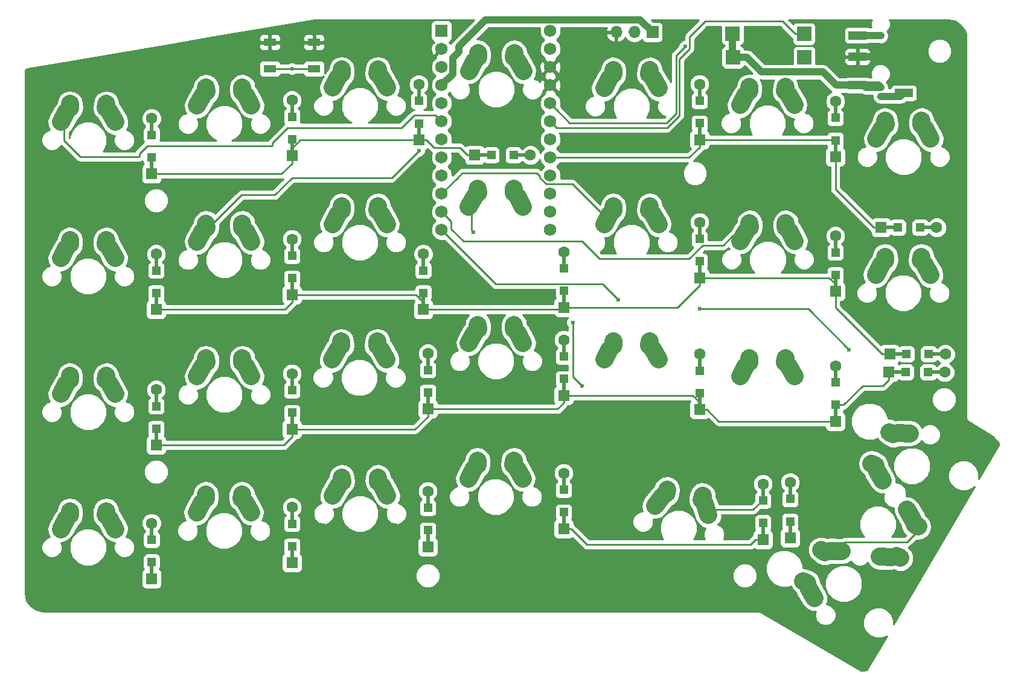
<source format=gbr>
G04 #@! TF.FileFunction,Copper,L2,Bot,Signal*
%FSLAX46Y46*%
G04 Gerber Fmt 4.6, Leading zero omitted, Abs format (unit mm)*
G04 Created by KiCad (PCBNEW 4.0.7) date 03/21/18 00:22:46*
%MOMM*%
%LPD*%
G01*
G04 APERTURE LIST*
%ADD10C,0.100000*%
%ADD11R,0.500000X2.500000*%
%ADD12R,1.200000X1.200000*%
%ADD13R,1.600000X1.600000*%
%ADD14C,1.600000*%
%ADD15R,2.500000X0.500000*%
%ADD16R,1.700000X1.700000*%
%ADD17O,1.700000X1.700000*%
%ADD18R,2.500000X1.200000*%
%ADD19C,2.500000*%
%ADD20R,1.998980X1.998980*%
%ADD21R,1.800000X1.100000*%
%ADD22R,1.752600X1.752600*%
%ADD23C,1.752600*%
%ADD24C,0.600000*%
%ADD25C,0.250000*%
%ADD26C,1.000000*%
%ADD27C,0.254000*%
G04 APERTURE END LIST*
D10*
D11*
X93345000Y-67470000D03*
D12*
X93345000Y-66345000D03*
X93345000Y-63195000D03*
D11*
X93345000Y-62070000D03*
D13*
X93345000Y-68670000D03*
D14*
X93345000Y-60870000D03*
D11*
X93980000Y-86520000D03*
D12*
X93980000Y-85395000D03*
X93980000Y-82245000D03*
D11*
X93980000Y-81120000D03*
D13*
X93980000Y-87720000D03*
D14*
X93980000Y-79920000D03*
D11*
X93980000Y-105570000D03*
D12*
X93980000Y-104445000D03*
X93980000Y-101295000D03*
D11*
X93980000Y-100170000D03*
D13*
X93980000Y-106770000D03*
D14*
X93980000Y-98970000D03*
D11*
X93345000Y-124315000D03*
D12*
X93345000Y-123190000D03*
X93345000Y-120040000D03*
D11*
X93345000Y-118915000D03*
D13*
X93345000Y-125515000D03*
D14*
X93345000Y-117715000D03*
D11*
X113030000Y-64930000D03*
D12*
X113030000Y-63805000D03*
X113030000Y-60655000D03*
D11*
X113030000Y-59530000D03*
D13*
X113030000Y-66130000D03*
D14*
X113030000Y-58330000D03*
D11*
X113030000Y-84455000D03*
D12*
X113030000Y-83330000D03*
X113030000Y-80180000D03*
D11*
X113030000Y-79055000D03*
D13*
X113030000Y-85655000D03*
D14*
X113030000Y-77855000D03*
D11*
X113030000Y-103335000D03*
D12*
X113030000Y-102210000D03*
X113030000Y-99060000D03*
D11*
X113030000Y-97935000D03*
D13*
X113030000Y-104535000D03*
D14*
X113030000Y-96735000D03*
D11*
X113030000Y-122080000D03*
D12*
X113030000Y-120955000D03*
X113030000Y-117805000D03*
D11*
X113030000Y-116680000D03*
D13*
X113030000Y-123280000D03*
D14*
X113030000Y-115480000D03*
D11*
X130810000Y-62720000D03*
D12*
X130810000Y-61595000D03*
X130810000Y-58445000D03*
D11*
X130810000Y-57320000D03*
D13*
X130810000Y-63920000D03*
D14*
X130810000Y-56120000D03*
D11*
X131445000Y-86520000D03*
D12*
X131445000Y-85395000D03*
X131445000Y-82245000D03*
D11*
X131445000Y-81120000D03*
D13*
X131445000Y-87720000D03*
D14*
X131445000Y-79920000D03*
D11*
X132080000Y-100490000D03*
D12*
X132080000Y-99365000D03*
X132080000Y-96215000D03*
D11*
X132080000Y-95090000D03*
D13*
X132080000Y-101690000D03*
D14*
X132080000Y-93890000D03*
D11*
X132080000Y-119845000D03*
D12*
X132080000Y-118720000D03*
X132080000Y-115570000D03*
D11*
X132080000Y-114445000D03*
D13*
X132080000Y-121045000D03*
D14*
X132080000Y-113245000D03*
D15*
X139845000Y-66040000D03*
D12*
X140970000Y-66040000D03*
X144120000Y-66040000D03*
D15*
X145245000Y-66040000D03*
D13*
X138645000Y-66040000D03*
D14*
X146445000Y-66040000D03*
D11*
X151130000Y-86215000D03*
D12*
X151130000Y-85090000D03*
X151130000Y-81940000D03*
D11*
X151130000Y-80815000D03*
D13*
X151130000Y-87415000D03*
D14*
X151130000Y-79615000D03*
D11*
X151130000Y-98585000D03*
D12*
X151130000Y-97460000D03*
X151130000Y-94310000D03*
D11*
X151130000Y-93185000D03*
D13*
X151130000Y-99785000D03*
D14*
X151130000Y-91985000D03*
D11*
X151130000Y-117305000D03*
D12*
X151130000Y-116180000D03*
X151130000Y-113030000D03*
D11*
X151130000Y-111905000D03*
D13*
X151130000Y-118505000D03*
D14*
X151130000Y-110705000D03*
D11*
X170180000Y-62695000D03*
D12*
X170180000Y-61570000D03*
X170180000Y-58420000D03*
D11*
X170180000Y-57295000D03*
D13*
X170180000Y-63895000D03*
D14*
X170180000Y-56095000D03*
D11*
X170180000Y-82075000D03*
D12*
X170180000Y-80950000D03*
X170180000Y-77800000D03*
D11*
X170180000Y-76675000D03*
D13*
X170180000Y-83275000D03*
D14*
X170180000Y-75475000D03*
D11*
X170180000Y-100580000D03*
D12*
X170180000Y-99455000D03*
X170180000Y-96305000D03*
D11*
X170180000Y-95180000D03*
D13*
X170180000Y-101780000D03*
D14*
X170180000Y-93980000D03*
D11*
X179070000Y-118815000D03*
D12*
X179070000Y-117690000D03*
X179070000Y-114540000D03*
D11*
X179070000Y-113415000D03*
D13*
X179070000Y-120015000D03*
D14*
X179070000Y-112215000D03*
D11*
X189230000Y-65090000D03*
D12*
X189230000Y-63965000D03*
X189230000Y-60815000D03*
D11*
X189230000Y-59690000D03*
D13*
X189230000Y-66290000D03*
D14*
X189230000Y-58490000D03*
D11*
X189230000Y-83980000D03*
D12*
X189230000Y-82855000D03*
X189230000Y-79705000D03*
D11*
X189230000Y-78580000D03*
D13*
X189230000Y-85180000D03*
D14*
X189230000Y-77380000D03*
D11*
X189230000Y-102235000D03*
D12*
X189230000Y-101110000D03*
X189230000Y-97960000D03*
D11*
X189230000Y-96835000D03*
D13*
X189230000Y-103435000D03*
D14*
X189230000Y-95635000D03*
D11*
X182880000Y-118600000D03*
D12*
X182880000Y-117475000D03*
X182880000Y-114325000D03*
D11*
X182880000Y-113200000D03*
D13*
X182880000Y-119800000D03*
D14*
X182880000Y-112000000D03*
D15*
X196850000Y-76200000D03*
D12*
X197975000Y-76200000D03*
X201125000Y-76200000D03*
D15*
X202250000Y-76200000D03*
D13*
X195650000Y-76200000D03*
D14*
X203450000Y-76200000D03*
D15*
X198050000Y-93980000D03*
D12*
X199175000Y-93980000D03*
X202325000Y-93980000D03*
D15*
X203450000Y-93980000D03*
D13*
X196850000Y-93980000D03*
D14*
X204650000Y-93980000D03*
D15*
X197960000Y-96520000D03*
D12*
X199085000Y-96520000D03*
X202235000Y-96520000D03*
D15*
X203360000Y-96520000D03*
D13*
X196760000Y-96520000D03*
D14*
X204560000Y-96520000D03*
D16*
X163576000Y-48768000D03*
D17*
X161036000Y-48768000D03*
X158496000Y-48768000D03*
D18*
X198830000Y-57325000D03*
X192330000Y-56225000D03*
X192330000Y-52225000D03*
X192330000Y-49225000D03*
D19*
X81904564Y-58864484D02*
X81944012Y-59443140D01*
X87443835Y-59943858D02*
X88254741Y-61403766D01*
X81444741Y-59943858D02*
X80633835Y-61403766D01*
X86984012Y-58864484D02*
X86944564Y-59443140D01*
X81885160Y-77976182D02*
X81924608Y-78554838D01*
X87424431Y-79055556D02*
X88235337Y-80515464D01*
X81425337Y-79055556D02*
X80614431Y-80515464D01*
X86964608Y-77976182D02*
X86925160Y-78554838D01*
X81885160Y-97028342D02*
X81924608Y-97606998D01*
X87424431Y-98107716D02*
X88235337Y-99567624D01*
X81425337Y-98107716D02*
X80614431Y-99567624D01*
X86964608Y-97028342D02*
X86925160Y-97606998D01*
X81885160Y-116020964D02*
X81924608Y-116599620D01*
X87424431Y-117100338D02*
X88235337Y-118560246D01*
X81425337Y-117100338D02*
X80614431Y-118560246D01*
X86964608Y-116020964D02*
X86925160Y-116599620D01*
X100996858Y-56542502D02*
X101036306Y-57121158D01*
X106536129Y-57621876D02*
X107347035Y-59081784D01*
X100537035Y-57621876D02*
X99726129Y-59081784D01*
X106076306Y-56542502D02*
X106036858Y-57121158D01*
X100996858Y-75654200D02*
X101036306Y-76232856D01*
X106536129Y-76733574D02*
X107347035Y-78193482D01*
X100537035Y-76733574D02*
X99726129Y-78193482D01*
X106076306Y-75654200D02*
X106036858Y-76232856D01*
X100996858Y-94587284D02*
X101036306Y-95165940D01*
X106536129Y-95666658D02*
X107347035Y-97126566D01*
X100537035Y-95666658D02*
X99726129Y-97126566D01*
X106076306Y-94587284D02*
X106036858Y-95165940D01*
X100937320Y-113698982D02*
X100976768Y-114277638D01*
X106476591Y-114778356D02*
X107287497Y-116238264D01*
X100477497Y-114778356D02*
X99666591Y-116238264D01*
X106016768Y-113698982D02*
X105977320Y-114277638D01*
X119989480Y-54041906D02*
X120028928Y-54620562D01*
X125528751Y-55121280D02*
X126339657Y-56581188D01*
X119529657Y-55121280D02*
X118718751Y-56581188D01*
X125068928Y-54041906D02*
X125029480Y-54620562D01*
X119989480Y-73213142D02*
X120028928Y-73791798D01*
X125528751Y-74292516D02*
X126339657Y-75752424D01*
X119529657Y-74292516D02*
X118718751Y-75752424D01*
X125068928Y-73213142D02*
X125029480Y-73791798D01*
X119929942Y-92205764D02*
X119969390Y-92784420D01*
X125469213Y-93285138D02*
X126280119Y-94745046D01*
X119470119Y-93285138D02*
X118659213Y-94745046D01*
X125009390Y-92205764D02*
X124969942Y-92784420D01*
X120029748Y-111317462D02*
X120069196Y-111896118D01*
X125569019Y-112396836D02*
X126379925Y-113856744D01*
X119569925Y-112396836D02*
X118759019Y-113856744D01*
X125109196Y-111317462D02*
X125069748Y-111896118D01*
X139120448Y-51719924D02*
X139159896Y-52298580D01*
X144659719Y-52799298D02*
X145470625Y-54259206D01*
X138660625Y-52799298D02*
X137849719Y-54259206D01*
X144199896Y-51719924D02*
X144160448Y-52298580D01*
X139081908Y-70772084D02*
X139121356Y-71350740D01*
X144621179Y-71851458D02*
X145432085Y-73311366D01*
X138622085Y-71851458D02*
X137811179Y-73311366D01*
X144161356Y-70772084D02*
X144121908Y-71350740D01*
X139101178Y-89883782D02*
X139140626Y-90462438D01*
X144640449Y-90963156D02*
X145451355Y-92423064D01*
X138641355Y-90963156D02*
X137830449Y-92423064D01*
X144180626Y-89883782D02*
X144141178Y-90462438D01*
X139041640Y-108935942D02*
X139081088Y-109514598D01*
X144580911Y-110015316D02*
X145391817Y-111475224D01*
X138581817Y-110015316D02*
X137770911Y-111475224D01*
X144121088Y-108935942D02*
X144081640Y-109514598D01*
X158093800Y-54101444D02*
X158133248Y-54680100D01*
X163633071Y-55180818D02*
X164443977Y-56640726D01*
X157633977Y-55180818D02*
X156823071Y-56640726D01*
X163173248Y-54101444D02*
X163133800Y-54680100D01*
X158093800Y-73213142D02*
X158133248Y-73791798D01*
X163633071Y-74292516D02*
X164443977Y-75752424D01*
X157633977Y-74292516D02*
X156823071Y-75752424D01*
X163173248Y-73213142D02*
X163133800Y-73791798D01*
X158093800Y-92205764D02*
X158133248Y-92784420D01*
X163633071Y-93285138D02*
X164443977Y-94745046D01*
X157633977Y-93285138D02*
X156823071Y-94745046D01*
X163173248Y-92205764D02*
X163133800Y-92784420D01*
X165623118Y-112977901D02*
X165561484Y-113554617D01*
X170890804Y-115002763D02*
X171435880Y-116581303D01*
X164982850Y-113961031D02*
X163930752Y-115257947D01*
X170625398Y-113859938D02*
X170486066Y-114422954D01*
X177145960Y-56482964D02*
X177185408Y-57061620D01*
X182685231Y-57562338D02*
X183496137Y-59022246D01*
X176686137Y-57562338D02*
X175875231Y-59022246D01*
X182225408Y-56482964D02*
X182185960Y-57061620D01*
X177205498Y-75594662D02*
X177244946Y-76173318D01*
X182744769Y-76674036D02*
X183555675Y-78133944D01*
X176745675Y-76674036D02*
X175934769Y-78133944D01*
X182284946Y-75594662D02*
X182245498Y-76173318D01*
X177145960Y-94587284D02*
X177185408Y-95165940D01*
X182685231Y-95666658D02*
X183496137Y-97126566D01*
X176686137Y-95666658D02*
X175875231Y-97126566D01*
X182225408Y-94587284D02*
X182185960Y-95165940D01*
X184733834Y-125880362D02*
X185254690Y-126135526D01*
X188438236Y-121622900D02*
X190108006Y-121650588D01*
X185438689Y-126818266D02*
X186297553Y-128250486D01*
X187273558Y-121481430D02*
X187754966Y-121804922D01*
X196238254Y-61213426D02*
X196277702Y-61792082D01*
X201777525Y-62292800D02*
X202588431Y-63752708D01*
X195778431Y-62292800D02*
X194967525Y-63752708D01*
X201317702Y-61213426D02*
X201278254Y-61792082D01*
X196198120Y-80298164D02*
X196237568Y-80876820D01*
X201737391Y-81377538D02*
X202548297Y-82837446D01*
X195738297Y-81377538D02*
X194927391Y-82837446D01*
X201277568Y-80298164D02*
X201238120Y-80876820D01*
X194299318Y-109335201D02*
X194820174Y-109590365D01*
X198003720Y-105077739D02*
X199673490Y-105105427D01*
X195004173Y-110273105D02*
X195863037Y-111705325D01*
X196839042Y-104936269D02*
X197320450Y-105259761D01*
D20*
X174863760Y-52324000D03*
X184866280Y-52324000D03*
X174830740Y-49022000D03*
X184833260Y-49022000D03*
D21*
X109930000Y-53920000D03*
X116130000Y-53920000D03*
X109930000Y-50220000D03*
X116130000Y-50220000D03*
D22*
X134020038Y-48604870D03*
D23*
X134020038Y-51144870D03*
X134020038Y-53684870D03*
X134020038Y-56224870D03*
X134020038Y-58764870D03*
X134020038Y-61304870D03*
X134020038Y-63844870D03*
X134020038Y-66384870D03*
X134020038Y-68924870D03*
X134020038Y-71464870D03*
X134020038Y-74004870D03*
X134020038Y-76544870D03*
X149260038Y-76544870D03*
X149260038Y-74004870D03*
X149260038Y-71464870D03*
X149260038Y-68924870D03*
X149260038Y-66384870D03*
X149260038Y-63844870D03*
X149260038Y-61304870D03*
X149260038Y-58764870D03*
X149260038Y-56224870D03*
X149260038Y-53684870D03*
X149260038Y-51144870D03*
X149260038Y-48604870D03*
D19*
X200854388Y-118219035D02*
X200333532Y-117963871D01*
X197149986Y-122476497D02*
X195480216Y-122448809D01*
X200149533Y-117281131D02*
X199290669Y-115848911D01*
X198314664Y-122617967D02*
X197833256Y-122294475D01*
D24*
X153670000Y-98425000D03*
X152400000Y-89535000D03*
X195580000Y-56515000D03*
X195580000Y-52070000D03*
X168148000Y-50800000D03*
X195580000Y-57785000D03*
X195580000Y-49276000D03*
X130810000Y-65405000D03*
X138430000Y-76835000D03*
X158750000Y-86360000D03*
X170180000Y-87630000D03*
X191135000Y-93345000D03*
X113030000Y-53920000D03*
X113030000Y-53920000D03*
D25*
X130810000Y-63920000D02*
X114190000Y-63920000D01*
X114190000Y-63920000D02*
X113030000Y-65080000D01*
X113030000Y-65080000D02*
X113030000Y-66130000D01*
X149260038Y-66384870D02*
X168740130Y-66384870D01*
X168740130Y-66384870D02*
X170180000Y-64945000D01*
X170180000Y-64945000D02*
X170180000Y-63895000D01*
X170180000Y-63895000D02*
X189160000Y-63895000D01*
X189160000Y-63895000D02*
X189230000Y-63965000D01*
X189230000Y-66290000D02*
X189230000Y-70830000D01*
X189230000Y-70830000D02*
X194600000Y-76200000D01*
X194600000Y-76200000D02*
X195650000Y-76200000D01*
X93345000Y-68670000D02*
X111540000Y-68670000D01*
X111540000Y-68670000D02*
X113030000Y-67180000D01*
X113030000Y-67180000D02*
X113030000Y-66130000D01*
X138645000Y-66040000D02*
X137595000Y-66040000D01*
X137595000Y-66040000D02*
X136601171Y-65046171D01*
X131860000Y-63920000D02*
X130810000Y-63920000D01*
X136601171Y-65046171D02*
X132986171Y-65046171D01*
X132986171Y-65046171D02*
X131860000Y-63920000D01*
X189230000Y-85180000D02*
X189230000Y-87410000D01*
X189230000Y-87410000D02*
X195800000Y-93980000D01*
X195800000Y-93980000D02*
X196850000Y-93980000D01*
X170180000Y-83275000D02*
X188375000Y-83275000D01*
X188375000Y-83275000D02*
X189230000Y-84130000D01*
X189230000Y-84130000D02*
X189230000Y-85180000D01*
X151130000Y-87415000D02*
X167090000Y-87415000D01*
X167090000Y-87415000D02*
X170180000Y-84325000D01*
X170180000Y-84325000D02*
X170180000Y-83275000D01*
X131445000Y-87720000D02*
X150825000Y-87720000D01*
X150825000Y-87720000D02*
X151130000Y-87415000D01*
X113030000Y-85655000D02*
X130430000Y-85655000D01*
X130430000Y-85655000D02*
X131445000Y-86670000D01*
X131445000Y-86670000D02*
X131445000Y-87720000D01*
X93980000Y-87720000D02*
X112015000Y-87720000D01*
X112015000Y-87720000D02*
X113030000Y-86705000D01*
X113030000Y-86705000D02*
X113030000Y-85655000D01*
X189230000Y-101110000D02*
X190355000Y-101110000D01*
X196760000Y-97570000D02*
X196760000Y-96520000D01*
X190355000Y-101110000D02*
X193040000Y-98425000D01*
X193040000Y-98425000D02*
X195905000Y-98425000D01*
X195905000Y-98425000D02*
X196760000Y-97570000D01*
X170180000Y-101780000D02*
X171230000Y-101780000D01*
X171230000Y-101780000D02*
X172885000Y-103435000D01*
X188180000Y-103435000D02*
X189230000Y-103435000D01*
X172885000Y-103435000D02*
X188180000Y-103435000D01*
X151130000Y-99785000D02*
X169235000Y-99785000D01*
X169235000Y-99785000D02*
X170180000Y-100730000D01*
X170180000Y-100730000D02*
X170180000Y-101780000D01*
X132080000Y-101690000D02*
X150275000Y-101690000D01*
X150275000Y-101690000D02*
X151130000Y-100835000D01*
X151130000Y-100835000D02*
X151130000Y-99785000D01*
X113030000Y-104535000D02*
X130285000Y-104535000D01*
X130285000Y-104535000D02*
X132080000Y-102740000D01*
X132080000Y-102740000D02*
X132080000Y-101690000D01*
X93980000Y-106770000D02*
X111845000Y-106770000D01*
X111845000Y-106770000D02*
X113030000Y-105585000D01*
X113030000Y-105585000D02*
X113030000Y-104535000D01*
X152400000Y-89535000D02*
X152400000Y-97155000D01*
X152400000Y-97155000D02*
X153670000Y-98425000D01*
X179070000Y-120015000D02*
X178020000Y-120015000D01*
X178020000Y-120015000D02*
X177295017Y-120739983D01*
X177295017Y-120739983D02*
X154414983Y-120739983D01*
X154414983Y-120739983D02*
X152180000Y-118505000D01*
X152180000Y-118505000D02*
X151130000Y-118505000D01*
X171163342Y-115792033D02*
X177692967Y-115792033D01*
X177692967Y-115792033D02*
X179070000Y-114415000D01*
X179070000Y-114415000D02*
X179070000Y-113415000D01*
X189273121Y-121636744D02*
X190525871Y-120383994D01*
X190525871Y-120383994D02*
X199269658Y-120383994D01*
X199269658Y-120383994D02*
X200797683Y-118855969D01*
X200797683Y-118855969D02*
X201078080Y-118575572D01*
D26*
X134020038Y-56224870D02*
X135596339Y-54648569D01*
X135596339Y-54648569D02*
X135596339Y-52363661D01*
X135596339Y-52363661D02*
X136398000Y-51562000D01*
X161836569Y-47028569D02*
X163576000Y-48768000D01*
X136398000Y-51562000D02*
X136398000Y-50800000D01*
X136398000Y-50800000D02*
X140169431Y-47028569D01*
X140169431Y-47028569D02*
X161836569Y-47028569D01*
X174830740Y-49022000D02*
X174830740Y-52290980D01*
X174830740Y-52290980D02*
X174863760Y-52324000D01*
X178895250Y-54356000D02*
X176863250Y-52324000D01*
X176863250Y-52324000D02*
X174863760Y-52324000D01*
X187452000Y-54356000D02*
X178895250Y-54356000D01*
X189321000Y-56225000D02*
X187452000Y-54356000D01*
X192330000Y-56225000D02*
X189321000Y-56225000D01*
X195580000Y-56515000D02*
X193509998Y-56515000D01*
X192330000Y-56225000D02*
X195290000Y-56225000D01*
X195290000Y-56225000D02*
X195580000Y-56515000D01*
X192330000Y-52225000D02*
X195425000Y-52225000D01*
X195425000Y-52225000D02*
X195580000Y-52070000D01*
D25*
X166889425Y-54367425D02*
X166889425Y-52058575D01*
X166889425Y-52058575D02*
X168148000Y-50800000D01*
X165576327Y-61499673D02*
X166889425Y-60186575D01*
X166889425Y-60186575D02*
X166889425Y-54367425D01*
X151923673Y-61499673D02*
X165576327Y-61499673D01*
X150136337Y-59712337D02*
X151923673Y-61499673D01*
X149260038Y-58764870D02*
X150136337Y-59641169D01*
X150136337Y-59641169D02*
X150136337Y-59712337D01*
D26*
X198830000Y-57325000D02*
X198370000Y-57785000D01*
X198370000Y-57785000D02*
X195580000Y-57785000D01*
D25*
X195155736Y-57785000D02*
X195580000Y-57785000D01*
X183583770Y-49022000D02*
X184833260Y-49022000D01*
X181805770Y-47244000D02*
X183583770Y-49022000D01*
X168773002Y-49412998D02*
X170942000Y-47244000D01*
X170942000Y-47244000D02*
X181805770Y-47244000D01*
X167339436Y-52533568D02*
X168773002Y-51100002D01*
X167339436Y-60498564D02*
X167339436Y-52533568D01*
X165656831Y-62181169D02*
X167339436Y-60498564D01*
X150136337Y-62181169D02*
X165656831Y-62181169D01*
X168773002Y-51100002D02*
X168773002Y-49412998D01*
X149260038Y-61304870D02*
X150136337Y-62181169D01*
D26*
X192330000Y-49225000D02*
X195529000Y-49225000D01*
X195529000Y-49225000D02*
X195580000Y-49276000D01*
D25*
X194640000Y-49225000D02*
X192330000Y-49225000D01*
X81039288Y-60673812D02*
X81039288Y-63970786D01*
X81039288Y-63970786D02*
X83331215Y-66262713D01*
X83331215Y-66262713D02*
X91642285Y-66262713D01*
X91642285Y-66262713D02*
X91642285Y-65837715D01*
X91642285Y-65837715D02*
X92710000Y-64770000D01*
X92710000Y-64770000D02*
X110279998Y-64770000D01*
X128389998Y-62230000D02*
X130191427Y-60428571D01*
X110279998Y-64770000D02*
X110279998Y-64345002D01*
X110279998Y-64345002D02*
X112395000Y-62230000D01*
X112395000Y-62230000D02*
X128389998Y-62230000D01*
X130191427Y-60428571D02*
X133143739Y-60428571D01*
X133143739Y-60428571D02*
X134020038Y-61304870D01*
X113030000Y-69215000D02*
X127000000Y-69215000D01*
X127000000Y-69215000D02*
X130810000Y-65405000D01*
X110603974Y-71641026D02*
X113030000Y-69215000D01*
X105954084Y-71641026D02*
X110603974Y-71641026D01*
X100131582Y-77463528D02*
X100131582Y-76828528D01*
X100131582Y-76828528D02*
X101016582Y-75943528D01*
X105954084Y-71641026D02*
X100131582Y-77463528D01*
X138216632Y-72581412D02*
X138216632Y-76621632D01*
X138216632Y-76621632D02*
X138430000Y-76835000D01*
X157228524Y-75022470D02*
X152332225Y-70126171D01*
X152332225Y-70126171D02*
X148683413Y-70126171D01*
X148683413Y-70126171D02*
X147757210Y-69199968D01*
X147757210Y-69199968D02*
X147757210Y-69017210D01*
X147757210Y-69017210D02*
X147320000Y-68580000D01*
X147320000Y-68580000D02*
X136904908Y-68580000D01*
X136904908Y-68580000D02*
X136284940Y-69199968D01*
X136284940Y-69199968D02*
X134020038Y-71464870D01*
X134020038Y-74004870D02*
X135365731Y-75350563D01*
X135365731Y-75350563D02*
X135365731Y-76415845D01*
X135365731Y-76415845D02*
X137120199Y-78170313D01*
X137120199Y-78170313D02*
X153691033Y-78170313D01*
X153691033Y-78170313D02*
X156132091Y-80611371D01*
X173489326Y-78725001D02*
X174810337Y-77403990D01*
X156132091Y-80611371D02*
X168733627Y-80611371D01*
X168733627Y-80611371D02*
X170619997Y-78725001D01*
X170619997Y-78725001D02*
X173489326Y-78725001D01*
X174810337Y-77403990D02*
X176340222Y-77403990D01*
X158750000Y-86360000D02*
X156554999Y-84164999D01*
X156554999Y-84164999D02*
X141640167Y-84164999D01*
X141640167Y-84164999D02*
X134896337Y-77421169D01*
X134896337Y-77421169D02*
X134020038Y-76544870D01*
X191135000Y-93345000D02*
X185420000Y-87630000D01*
X185420000Y-87630000D02*
X177495202Y-87630000D01*
X177495202Y-87630000D02*
X170180000Y-87630000D01*
X113030000Y-53920000D02*
X109930000Y-53920000D01*
X113030000Y-53920000D02*
X116130000Y-53920000D01*
D27*
G36*
X135595434Y-49997434D02*
X135349397Y-50365654D01*
X135348175Y-50371796D01*
X135337065Y-50344974D01*
X135083041Y-50261475D01*
X135197669Y-50146847D01*
X135133784Y-50082962D01*
X135347779Y-49945260D01*
X135492769Y-49733060D01*
X135543778Y-49481170D01*
X135543778Y-47728570D01*
X135499500Y-47493253D01*
X135360428Y-47277129D01*
X135148228Y-47132139D01*
X134896338Y-47081130D01*
X133143738Y-47081130D01*
X132908421Y-47125408D01*
X132692297Y-47264480D01*
X132547307Y-47476680D01*
X132496298Y-47728570D01*
X132496298Y-49481170D01*
X132540576Y-49716487D01*
X132679648Y-49932611D01*
X132891848Y-50077601D01*
X132908318Y-50080936D01*
X132842407Y-50146847D01*
X132957035Y-50261475D01*
X132703011Y-50344974D01*
X132497156Y-50909867D01*
X132523147Y-51510538D01*
X132703011Y-51944766D01*
X132957037Y-52028266D01*
X133840433Y-51144870D01*
X133826291Y-51130728D01*
X134005896Y-50951123D01*
X134020038Y-50965265D01*
X134034181Y-50951123D01*
X134213786Y-51130728D01*
X134199643Y-51144870D01*
X134213786Y-51159013D01*
X134034181Y-51338618D01*
X134020038Y-51324475D01*
X133136642Y-52207871D01*
X133196485Y-52389926D01*
X133165074Y-52402905D01*
X132739567Y-52827670D01*
X132509001Y-53382935D01*
X132508476Y-53984167D01*
X132738073Y-54539834D01*
X133152736Y-54955221D01*
X132739567Y-55367670D01*
X132509001Y-55922935D01*
X132508476Y-56524167D01*
X132738073Y-57079834D01*
X133152736Y-57495221D01*
X132739567Y-57907670D01*
X132509001Y-58462935D01*
X132508476Y-59064167D01*
X132738073Y-59619834D01*
X132786725Y-59668571D01*
X131536853Y-59668571D01*
X131645317Y-59648162D01*
X131861441Y-59509090D01*
X132006431Y-59296890D01*
X132057440Y-59045000D01*
X132057440Y-57845000D01*
X132013162Y-57609683D01*
X131874090Y-57393559D01*
X131707440Y-57279692D01*
X131707440Y-57251752D01*
X132025824Y-56933923D01*
X132244750Y-56406691D01*
X132245248Y-55835813D01*
X132027243Y-55308200D01*
X131623923Y-54904176D01*
X131096691Y-54685250D01*
X130525813Y-54684752D01*
X129998200Y-54902757D01*
X129594176Y-55306077D01*
X129375250Y-55833309D01*
X129374752Y-56404187D01*
X129592757Y-56931800D01*
X129912560Y-57252161D01*
X129912560Y-57281813D01*
X129758559Y-57380910D01*
X129613569Y-57593110D01*
X129562560Y-57845000D01*
X129562560Y-59045000D01*
X129606838Y-59280317D01*
X129745910Y-59496441D01*
X129958110Y-59641431D01*
X130141335Y-59678535D01*
X129900587Y-59726423D01*
X129654026Y-59891170D01*
X128075196Y-61470000D01*
X123728907Y-61470000D01*
X124016411Y-61351206D01*
X124756577Y-60612330D01*
X125157646Y-59646449D01*
X125158559Y-58600608D01*
X124759176Y-57634027D01*
X124020300Y-56893861D01*
X123054419Y-56492792D01*
X122008578Y-56491879D01*
X121041997Y-56891262D01*
X120301831Y-57630138D01*
X119900762Y-58596019D01*
X119899849Y-59641860D01*
X120299232Y-60608441D01*
X121038108Y-61348607D01*
X121330455Y-61470000D01*
X114233901Y-61470000D01*
X114277440Y-61255000D01*
X114277440Y-60055000D01*
X114233162Y-59819683D01*
X114094090Y-59603559D01*
X113927440Y-59489692D01*
X113927440Y-59461752D01*
X114245824Y-59143923D01*
X114464750Y-58616691D01*
X114465248Y-58045813D01*
X114247243Y-57518200D01*
X113843923Y-57114176D01*
X113316691Y-56895250D01*
X112745813Y-56894752D01*
X112218200Y-57112757D01*
X111814176Y-57516077D01*
X111595250Y-58043309D01*
X111594752Y-58614187D01*
X111812757Y-59141800D01*
X112132560Y-59462161D01*
X112132560Y-59491813D01*
X111978559Y-59590910D01*
X111833569Y-59803110D01*
X111782560Y-60055000D01*
X111782560Y-61255000D01*
X111826838Y-61490317D01*
X111927114Y-61646151D01*
X111857599Y-61692599D01*
X109742597Y-63807601D01*
X109607359Y-64010000D01*
X104640920Y-64010000D01*
X105023789Y-63851802D01*
X105763955Y-63112926D01*
X106165024Y-62147045D01*
X106165937Y-61101204D01*
X105766554Y-60134623D01*
X105027678Y-59394457D01*
X104061797Y-58993388D01*
X103015956Y-58992475D01*
X102049375Y-59391858D01*
X101309209Y-60130734D01*
X100908140Y-61096615D01*
X100907227Y-62142456D01*
X101306610Y-63109037D01*
X102045486Y-63849203D01*
X102432728Y-64010000D01*
X94548901Y-64010000D01*
X94592440Y-63795000D01*
X94592440Y-62595000D01*
X94548162Y-62359683D01*
X94409090Y-62143559D01*
X94242440Y-62029692D01*
X94242440Y-62001752D01*
X94328244Y-61916097D01*
X96970424Y-61916097D01*
X97196162Y-62462425D01*
X97613788Y-62880781D01*
X98159721Y-63107472D01*
X98750849Y-63107988D01*
X99297177Y-62882250D01*
X99715533Y-62464624D01*
X99942224Y-61918691D01*
X99942740Y-61327563D01*
X99797234Y-60975412D01*
X100218249Y-60940798D01*
X100872407Y-60604607D01*
X101348114Y-60043672D01*
X102109439Y-58673026D01*
X102459673Y-58402822D01*
X102825749Y-57764908D01*
X102919840Y-57035461D01*
X102919840Y-57035460D01*
X104153324Y-57035460D01*
X104247415Y-57764907D01*
X104613491Y-58402822D01*
X104963725Y-58673026D01*
X105725049Y-60043672D01*
X106200757Y-60604607D01*
X106854914Y-60940798D01*
X107276083Y-60975425D01*
X107130940Y-61324969D01*
X107130424Y-61916097D01*
X107356162Y-62462425D01*
X107773788Y-62880781D01*
X108319721Y-63107472D01*
X108910849Y-63107988D01*
X109457177Y-62882250D01*
X109875533Y-62464624D01*
X110102224Y-61918691D01*
X110102740Y-61327563D01*
X109877002Y-60781235D01*
X109459376Y-60362879D01*
X108930059Y-60143087D01*
X109185340Y-59646363D01*
X109245606Y-58913346D01*
X109020770Y-58213064D01*
X108158114Y-56659988D01*
X107929109Y-56389954D01*
X107865749Y-55898752D01*
X107499673Y-55260838D01*
X106917344Y-54811573D01*
X106207416Y-54619354D01*
X105477969Y-54713444D01*
X104840054Y-55079521D01*
X104390789Y-55661850D01*
X104198570Y-56371778D01*
X104153324Y-57035460D01*
X102919840Y-57035460D01*
X102874594Y-56371778D01*
X102682375Y-55661850D01*
X102233110Y-55079521D01*
X101595195Y-54713445D01*
X100865748Y-54619354D01*
X100155820Y-54811573D01*
X99573491Y-55260838D01*
X99207415Y-55898753D01*
X99144055Y-56389953D01*
X98915049Y-56659988D01*
X98052394Y-58213064D01*
X97827558Y-58913346D01*
X97887824Y-59646363D01*
X98143326Y-60143518D01*
X97615987Y-60361410D01*
X97197631Y-60779036D01*
X96970940Y-61324969D01*
X96970424Y-61916097D01*
X94328244Y-61916097D01*
X94560824Y-61683923D01*
X94779750Y-61156691D01*
X94780248Y-60585813D01*
X94562243Y-60058200D01*
X94158923Y-59654176D01*
X93631691Y-59435250D01*
X93060813Y-59434752D01*
X92533200Y-59652757D01*
X92129176Y-60056077D01*
X91910250Y-60583309D01*
X91909752Y-61154187D01*
X92127757Y-61681800D01*
X92447560Y-62002161D01*
X92447560Y-62031813D01*
X92293559Y-62130910D01*
X92148569Y-62343110D01*
X92097560Y-62595000D01*
X92097560Y-63795000D01*
X92141838Y-64030317D01*
X92242114Y-64186151D01*
X92172599Y-64232599D01*
X91104884Y-65300314D01*
X90969646Y-65502713D01*
X86603738Y-65502713D01*
X86671661Y-65434908D01*
X87072730Y-64469027D01*
X87073643Y-63423186D01*
X86674260Y-62456605D01*
X85935384Y-61716439D01*
X84969503Y-61315370D01*
X83923662Y-61314457D01*
X82957081Y-61713840D01*
X82216915Y-62452716D01*
X81815846Y-63418597D01*
X81815625Y-63672321D01*
X81799288Y-63655984D01*
X81799288Y-62903979D01*
X82255820Y-62365654D01*
X83017145Y-60995008D01*
X83367379Y-60724804D01*
X83733455Y-60086890D01*
X83827546Y-59357443D01*
X83827546Y-59357442D01*
X85061030Y-59357442D01*
X85155121Y-60086889D01*
X85521197Y-60724804D01*
X85871431Y-60995008D01*
X86632755Y-62365654D01*
X87108463Y-62926589D01*
X87762620Y-63262780D01*
X88183789Y-63297407D01*
X88038646Y-63646951D01*
X88038130Y-64238079D01*
X88263868Y-64784407D01*
X88681494Y-65202763D01*
X89227427Y-65429454D01*
X89818555Y-65429970D01*
X90364883Y-65204232D01*
X90783239Y-64786606D01*
X91009930Y-64240673D01*
X91010446Y-63649545D01*
X90784708Y-63103217D01*
X90367082Y-62684861D01*
X89837765Y-62465069D01*
X90093046Y-61968345D01*
X90153312Y-61235328D01*
X89928476Y-60535046D01*
X89065820Y-58981970D01*
X88836815Y-58711936D01*
X88773455Y-58220734D01*
X88407379Y-57582820D01*
X87825050Y-57133555D01*
X87115122Y-56941336D01*
X86385675Y-57035426D01*
X85747760Y-57401503D01*
X85298495Y-57983832D01*
X85106276Y-58693760D01*
X85061030Y-59357442D01*
X83827546Y-59357442D01*
X83782300Y-58693760D01*
X83590081Y-57983832D01*
X83140816Y-57401503D01*
X82502901Y-57035427D01*
X81773454Y-56941336D01*
X81063526Y-57133555D01*
X80481197Y-57582820D01*
X80115121Y-58220735D01*
X80051761Y-58711935D01*
X79822755Y-58981970D01*
X78960100Y-60535046D01*
X78735264Y-61235328D01*
X78795530Y-61968345D01*
X79051032Y-62465500D01*
X78523693Y-62683392D01*
X78105337Y-63101018D01*
X77878646Y-63646951D01*
X77878130Y-64238079D01*
X78103868Y-64784407D01*
X78521494Y-65202763D01*
X79067427Y-65429454D01*
X79658555Y-65429970D01*
X80204883Y-65204232D01*
X80623239Y-64786606D01*
X80669323Y-64675623D01*
X82793814Y-66800114D01*
X83040375Y-66964861D01*
X83331215Y-67022713D01*
X91642285Y-67022713D01*
X91933124Y-66964861D01*
X92097560Y-66854989D01*
X92097560Y-66945000D01*
X92141838Y-67180317D01*
X92230359Y-67317882D01*
X92093559Y-67405910D01*
X91948569Y-67618110D01*
X91897560Y-67870000D01*
X91897560Y-69470000D01*
X91941838Y-69705317D01*
X92080910Y-69921441D01*
X92293110Y-70066431D01*
X92545000Y-70117440D01*
X94145000Y-70117440D01*
X94380317Y-70073162D01*
X94596441Y-69934090D01*
X94741431Y-69721890D01*
X94792440Y-69470000D01*
X94792440Y-69430000D01*
X111540000Y-69430000D01*
X111789908Y-69380290D01*
X110289172Y-70881026D01*
X105954084Y-70881026D01*
X105663244Y-70938878D01*
X105416683Y-71103625D01*
X102274909Y-74245399D01*
X102233110Y-74191219D01*
X101595195Y-73825143D01*
X100865748Y-73731052D01*
X100155820Y-73923271D01*
X99573491Y-74372536D01*
X99207415Y-75010451D01*
X99144055Y-75501651D01*
X98915049Y-75771686D01*
X98052394Y-77324762D01*
X97827558Y-78025044D01*
X97887824Y-78758061D01*
X98143326Y-79255216D01*
X97615987Y-79473108D01*
X97197631Y-79890734D01*
X96970940Y-80436667D01*
X96970424Y-81027795D01*
X97196162Y-81574123D01*
X97613788Y-81992479D01*
X98159721Y-82219170D01*
X98750849Y-82219686D01*
X99297177Y-81993948D01*
X99715533Y-81576322D01*
X99849308Y-81254154D01*
X100907227Y-81254154D01*
X101306610Y-82220735D01*
X102045486Y-82960901D01*
X103011367Y-83361970D01*
X104057208Y-83362883D01*
X105023789Y-82963500D01*
X105763955Y-82224624D01*
X106165024Y-81258743D01*
X106165937Y-80212902D01*
X105766554Y-79246321D01*
X105027678Y-78506155D01*
X104061797Y-78105086D01*
X103015956Y-78104173D01*
X102049375Y-78503556D01*
X101309209Y-79242432D01*
X100908140Y-80208313D01*
X100907227Y-81254154D01*
X99849308Y-81254154D01*
X99942224Y-81030389D01*
X99942740Y-80439261D01*
X99797234Y-80087110D01*
X100218249Y-80052496D01*
X100872407Y-79716305D01*
X101348114Y-79155370D01*
X102109439Y-77784724D01*
X102459673Y-77514520D01*
X102825749Y-76876606D01*
X102919840Y-76147159D01*
X102919840Y-76147158D01*
X104153324Y-76147158D01*
X104247415Y-76876605D01*
X104613491Y-77514520D01*
X104963725Y-77784724D01*
X105725049Y-79155370D01*
X106200757Y-79716305D01*
X106854914Y-80052496D01*
X107276083Y-80087123D01*
X107130940Y-80436667D01*
X107130424Y-81027795D01*
X107356162Y-81574123D01*
X107773788Y-81992479D01*
X108319721Y-82219170D01*
X108910849Y-82219686D01*
X109457177Y-81993948D01*
X109875533Y-81576322D01*
X110102224Y-81030389D01*
X110102740Y-80439261D01*
X109877002Y-79892933D01*
X109459376Y-79474577D01*
X108930059Y-79254785D01*
X109185340Y-78758061D01*
X109236221Y-78139187D01*
X111594752Y-78139187D01*
X111812757Y-78666800D01*
X112132560Y-78987161D01*
X112132560Y-79016813D01*
X111978559Y-79115910D01*
X111833569Y-79328110D01*
X111782560Y-79580000D01*
X111782560Y-80780000D01*
X111826838Y-81015317D01*
X111965910Y-81231441D01*
X112178110Y-81376431D01*
X112430000Y-81427440D01*
X113630000Y-81427440D01*
X113865317Y-81383162D01*
X114081441Y-81244090D01*
X114226431Y-81031890D01*
X114277440Y-80780000D01*
X114277440Y-79580000D01*
X114233162Y-79344683D01*
X114094090Y-79128559D01*
X113927440Y-79014692D01*
X113927440Y-78986752D01*
X114245824Y-78668923D01*
X114279950Y-78586737D01*
X115963046Y-78586737D01*
X116188784Y-79133065D01*
X116606410Y-79551421D01*
X117152343Y-79778112D01*
X117743471Y-79778628D01*
X118289799Y-79552890D01*
X118708155Y-79135264D01*
X118841930Y-78813096D01*
X119899849Y-78813096D01*
X120299232Y-79779677D01*
X121038108Y-80519843D01*
X122003989Y-80920912D01*
X123049830Y-80921825D01*
X124016411Y-80522442D01*
X124335221Y-80204187D01*
X130009752Y-80204187D01*
X130227757Y-80731800D01*
X130547560Y-81052161D01*
X130547560Y-81081813D01*
X130393559Y-81180910D01*
X130248569Y-81393110D01*
X130197560Y-81645000D01*
X130197560Y-82845000D01*
X130241838Y-83080317D01*
X130380910Y-83296441D01*
X130593110Y-83441431D01*
X130845000Y-83492440D01*
X132045000Y-83492440D01*
X132280317Y-83448162D01*
X132496441Y-83309090D01*
X132641431Y-83096890D01*
X132692440Y-82845000D01*
X132692440Y-81645000D01*
X132648162Y-81409683D01*
X132509090Y-81193559D01*
X132342440Y-81079692D01*
X132342440Y-81051752D01*
X132660824Y-80733923D01*
X132879750Y-80206691D01*
X132880248Y-79635813D01*
X132662243Y-79108200D01*
X132258923Y-78704176D01*
X131731691Y-78485250D01*
X131160813Y-78484752D01*
X130633200Y-78702757D01*
X130229176Y-79106077D01*
X130010250Y-79633309D01*
X130009752Y-80204187D01*
X124335221Y-80204187D01*
X124756577Y-79783566D01*
X125157646Y-78817685D01*
X125158559Y-77771844D01*
X124759176Y-76805263D01*
X124020300Y-76065097D01*
X123054419Y-75664028D01*
X122008578Y-75663115D01*
X121041997Y-76062498D01*
X120301831Y-76801374D01*
X119900762Y-77767255D01*
X119899849Y-78813096D01*
X118841930Y-78813096D01*
X118934846Y-78589331D01*
X118935362Y-77998203D01*
X118789856Y-77646052D01*
X119210871Y-77611438D01*
X119865029Y-77275247D01*
X120340736Y-76714312D01*
X121102061Y-75343666D01*
X121452295Y-75073462D01*
X121818371Y-74435548D01*
X121912462Y-73706101D01*
X121912462Y-73706100D01*
X123145946Y-73706100D01*
X123240037Y-74435547D01*
X123606113Y-75073462D01*
X123956347Y-75343666D01*
X124717671Y-76714312D01*
X125193379Y-77275247D01*
X125847536Y-77611438D01*
X126268705Y-77646065D01*
X126123562Y-77995609D01*
X126123046Y-78586737D01*
X126348784Y-79133065D01*
X126766410Y-79551421D01*
X127312343Y-79778112D01*
X127903471Y-79778628D01*
X128449799Y-79552890D01*
X128868155Y-79135264D01*
X129094846Y-78589331D01*
X129095362Y-77998203D01*
X128869624Y-77451875D01*
X128451998Y-77033519D01*
X127922681Y-76813727D01*
X128177962Y-76317003D01*
X128238228Y-75583986D01*
X128013392Y-74883704D01*
X127150736Y-73330628D01*
X126921731Y-73060594D01*
X126858371Y-72569392D01*
X126492295Y-71931478D01*
X125909966Y-71482213D01*
X125200038Y-71289994D01*
X124470591Y-71384084D01*
X123832676Y-71750161D01*
X123383411Y-72332490D01*
X123191192Y-73042418D01*
X123145946Y-73706100D01*
X121912462Y-73706100D01*
X121867216Y-73042418D01*
X121674997Y-72332490D01*
X121225732Y-71750161D01*
X120587817Y-71384085D01*
X119858370Y-71289994D01*
X119148442Y-71482213D01*
X118566113Y-71931478D01*
X118200037Y-72569393D01*
X118136677Y-73060593D01*
X117907671Y-73330628D01*
X117045016Y-74883704D01*
X116820180Y-75583986D01*
X116880446Y-76317003D01*
X117135948Y-76814158D01*
X116608609Y-77032050D01*
X116190253Y-77449676D01*
X115963562Y-77995609D01*
X115963046Y-78586737D01*
X114279950Y-78586737D01*
X114464750Y-78141691D01*
X114465248Y-77570813D01*
X114247243Y-77043200D01*
X113843923Y-76639176D01*
X113316691Y-76420250D01*
X112745813Y-76419752D01*
X112218200Y-76637757D01*
X111814176Y-77041077D01*
X111595250Y-77568309D01*
X111594752Y-78139187D01*
X109236221Y-78139187D01*
X109245606Y-78025044D01*
X109020770Y-77324762D01*
X108158114Y-75771686D01*
X107929109Y-75501652D01*
X107865749Y-75010450D01*
X107499673Y-74372536D01*
X106917344Y-73923271D01*
X106207416Y-73731052D01*
X105477969Y-73825142D01*
X104840054Y-74191219D01*
X104390789Y-74773548D01*
X104198570Y-75483476D01*
X104153324Y-76147158D01*
X102919840Y-76147158D01*
X102894497Y-75775415D01*
X106268886Y-72401026D01*
X110603974Y-72401026D01*
X110894813Y-72343174D01*
X111141375Y-72178427D01*
X113344802Y-69975000D01*
X127000000Y-69975000D01*
X127290839Y-69917148D01*
X127537401Y-69752401D01*
X130949680Y-66340122D01*
X130995167Y-66340162D01*
X131338943Y-66198117D01*
X131602192Y-65935327D01*
X131744838Y-65591799D01*
X131745056Y-65342028D01*
X131845317Y-65323162D01*
X132054046Y-65188848D01*
X132448770Y-65583572D01*
X132658237Y-65723534D01*
X132509001Y-66082935D01*
X132508476Y-66684167D01*
X132738073Y-67239834D01*
X133152736Y-67655221D01*
X132739567Y-68067670D01*
X132509001Y-68622935D01*
X132508476Y-69224167D01*
X132738073Y-69779834D01*
X133152736Y-70195221D01*
X132739567Y-70607670D01*
X132509001Y-71162935D01*
X132508476Y-71764167D01*
X132738073Y-72319834D01*
X133152736Y-72735221D01*
X132739567Y-73147670D01*
X132509001Y-73702935D01*
X132508476Y-74304167D01*
X132738073Y-74859834D01*
X133152736Y-75275221D01*
X132739567Y-75687670D01*
X132509001Y-76242935D01*
X132508476Y-76844167D01*
X132738073Y-77399834D01*
X133162838Y-77825341D01*
X133718103Y-78055907D01*
X134319335Y-78056432D01*
X134416606Y-78016240D01*
X141102766Y-84702400D01*
X141349328Y-84867147D01*
X141640167Y-84924999D01*
X149882560Y-84924999D01*
X149882560Y-85690000D01*
X149926838Y-85925317D01*
X150015359Y-86062882D01*
X149878559Y-86150910D01*
X149733569Y-86363110D01*
X149682560Y-86615000D01*
X149682560Y-86960000D01*
X132892440Y-86960000D01*
X132892440Y-86920000D01*
X132848162Y-86684683D01*
X132709090Y-86468559D01*
X132559710Y-86366492D01*
X132641431Y-86246890D01*
X132692440Y-85995000D01*
X132692440Y-84795000D01*
X132648162Y-84559683D01*
X132509090Y-84343559D01*
X132296890Y-84198569D01*
X132045000Y-84147560D01*
X130845000Y-84147560D01*
X130609683Y-84191838D01*
X130393559Y-84330910D01*
X130248569Y-84543110D01*
X130197560Y-84795000D01*
X130197560Y-84895000D01*
X114477440Y-84895000D01*
X114477440Y-84855000D01*
X114433162Y-84619683D01*
X114294090Y-84403559D01*
X114144710Y-84301492D01*
X114226431Y-84181890D01*
X114277440Y-83930000D01*
X114277440Y-82730000D01*
X114233162Y-82494683D01*
X114094090Y-82278559D01*
X113881890Y-82133569D01*
X113630000Y-82082560D01*
X112430000Y-82082560D01*
X112194683Y-82126838D01*
X111978559Y-82265910D01*
X111833569Y-82478110D01*
X111782560Y-82730000D01*
X111782560Y-83930000D01*
X111826838Y-84165317D01*
X111915359Y-84302882D01*
X111778559Y-84390910D01*
X111633569Y-84603110D01*
X111582560Y-84855000D01*
X111582560Y-86455000D01*
X111626838Y-86690317D01*
X111761152Y-86899046D01*
X111700198Y-86960000D01*
X95427440Y-86960000D01*
X95427440Y-86920000D01*
X95383162Y-86684683D01*
X95244090Y-86468559D01*
X95094710Y-86366492D01*
X95176431Y-86246890D01*
X95227440Y-85995000D01*
X95227440Y-84795000D01*
X95183162Y-84559683D01*
X95044090Y-84343559D01*
X94831890Y-84198569D01*
X94580000Y-84147560D01*
X93380000Y-84147560D01*
X93144683Y-84191838D01*
X92928559Y-84330910D01*
X92783569Y-84543110D01*
X92732560Y-84795000D01*
X92732560Y-85995000D01*
X92776838Y-86230317D01*
X92865359Y-86367882D01*
X92728559Y-86455910D01*
X92583569Y-86668110D01*
X92532560Y-86920000D01*
X92532560Y-88520000D01*
X92576838Y-88755317D01*
X92715910Y-88971441D01*
X92928110Y-89116431D01*
X93180000Y-89167440D01*
X94780000Y-89167440D01*
X95015317Y-89123162D01*
X95231441Y-88984090D01*
X95376431Y-88771890D01*
X95427440Y-88520000D01*
X95427440Y-88480000D01*
X112015000Y-88480000D01*
X112305839Y-88422148D01*
X112552401Y-88257401D01*
X113567401Y-87242401D01*
X113660920Y-87102440D01*
X113830000Y-87102440D01*
X114065317Y-87058162D01*
X114281441Y-86919090D01*
X114426431Y-86706890D01*
X114477440Y-86455000D01*
X114477440Y-86415000D01*
X130115198Y-86415000D01*
X130178357Y-86478159D01*
X130048569Y-86668110D01*
X129997560Y-86920000D01*
X129997560Y-88520000D01*
X130041838Y-88755317D01*
X130180910Y-88971441D01*
X130393110Y-89116431D01*
X130645000Y-89167440D01*
X132245000Y-89167440D01*
X132480317Y-89123162D01*
X132696441Y-88984090D01*
X132841431Y-88771890D01*
X132892440Y-88520000D01*
X132892440Y-88480000D01*
X137836098Y-88480000D01*
X137677811Y-88602118D01*
X137311735Y-89240033D01*
X137248375Y-89731233D01*
X137019369Y-90001268D01*
X136156714Y-91554344D01*
X135931878Y-92254626D01*
X135992144Y-92987643D01*
X136247646Y-93484798D01*
X135720307Y-93702690D01*
X135301951Y-94120316D01*
X135075260Y-94666249D01*
X135074744Y-95257377D01*
X135300482Y-95803705D01*
X135718108Y-96222061D01*
X136264041Y-96448752D01*
X136855169Y-96449268D01*
X137401497Y-96223530D01*
X137819853Y-95805904D01*
X137953628Y-95483736D01*
X139011547Y-95483736D01*
X139410930Y-96450317D01*
X140149806Y-97190483D01*
X141115687Y-97591552D01*
X142161528Y-97592465D01*
X143128109Y-97193082D01*
X143868275Y-96454206D01*
X144269344Y-95488325D01*
X144270257Y-94442484D01*
X143870874Y-93475903D01*
X143131998Y-92735737D01*
X142166117Y-92334668D01*
X141120276Y-92333755D01*
X140153695Y-92733138D01*
X139413529Y-93472014D01*
X139012460Y-94437895D01*
X139011547Y-95483736D01*
X137953628Y-95483736D01*
X138046544Y-95259971D01*
X138047060Y-94668843D01*
X137901554Y-94316692D01*
X138322569Y-94282078D01*
X138976727Y-93945887D01*
X139452434Y-93384952D01*
X140213759Y-92014306D01*
X140563993Y-91744102D01*
X140930069Y-91106188D01*
X141024160Y-90376741D01*
X140978914Y-89713058D01*
X140786695Y-89003130D01*
X140383102Y-88480000D01*
X142898702Y-88480000D01*
X142495109Y-89003130D01*
X142302890Y-89713058D01*
X142257644Y-90376740D01*
X142351735Y-91106187D01*
X142717811Y-91744102D01*
X143068045Y-92014306D01*
X143829369Y-93384952D01*
X144305077Y-93945887D01*
X144959234Y-94282078D01*
X145380403Y-94316705D01*
X145235260Y-94666249D01*
X145234744Y-95257377D01*
X145460482Y-95803705D01*
X145878108Y-96222061D01*
X146424041Y-96448752D01*
X147015169Y-96449268D01*
X147561497Y-96223530D01*
X147979853Y-95805904D01*
X148206544Y-95259971D01*
X148207060Y-94668843D01*
X147981322Y-94122515D01*
X147563696Y-93704159D01*
X147034379Y-93484367D01*
X147289660Y-92987643D01*
X147349926Y-92254626D01*
X147125090Y-91554344D01*
X146262434Y-90001268D01*
X146033429Y-89731234D01*
X145970069Y-89240032D01*
X145603993Y-88602118D01*
X145445706Y-88480000D01*
X149745938Y-88480000D01*
X149865910Y-88666441D01*
X150078110Y-88811431D01*
X150330000Y-88862440D01*
X151750289Y-88862440D01*
X151607808Y-89004673D01*
X151465162Y-89348201D01*
X151464838Y-89720167D01*
X151606883Y-90063943D01*
X151640000Y-90097118D01*
X151640000Y-90642976D01*
X151416691Y-90550250D01*
X150845813Y-90549752D01*
X150318200Y-90767757D01*
X149914176Y-91171077D01*
X149695250Y-91698309D01*
X149694752Y-92269187D01*
X149912757Y-92796800D01*
X150232560Y-93117161D01*
X150232560Y-93146813D01*
X150078559Y-93245910D01*
X149933569Y-93458110D01*
X149882560Y-93710000D01*
X149882560Y-94910000D01*
X149926838Y-95145317D01*
X150065910Y-95361441D01*
X150278110Y-95506431D01*
X150530000Y-95557440D01*
X151640000Y-95557440D01*
X151640000Y-96212560D01*
X150530000Y-96212560D01*
X150294683Y-96256838D01*
X150078559Y-96395910D01*
X149933569Y-96608110D01*
X149882560Y-96860000D01*
X149882560Y-98060000D01*
X149926838Y-98295317D01*
X150015359Y-98432882D01*
X149878559Y-98520910D01*
X149733569Y-98733110D01*
X149682560Y-98985000D01*
X149682560Y-100585000D01*
X149726838Y-100820317D01*
X149797417Y-100930000D01*
X133527440Y-100930000D01*
X133527440Y-100890000D01*
X133483162Y-100654683D01*
X133344090Y-100438559D01*
X133194710Y-100336492D01*
X133276431Y-100216890D01*
X133327440Y-99965000D01*
X133327440Y-98765000D01*
X133283162Y-98529683D01*
X133144090Y-98313559D01*
X132931890Y-98168569D01*
X132680000Y-98117560D01*
X131480000Y-98117560D01*
X131244683Y-98161838D01*
X131028559Y-98300910D01*
X130883569Y-98513110D01*
X130832560Y-98765000D01*
X130832560Y-99965000D01*
X130876838Y-100200317D01*
X130965359Y-100337882D01*
X130828559Y-100425910D01*
X130683569Y-100638110D01*
X130632560Y-100890000D01*
X130632560Y-102490000D01*
X130676838Y-102725317D01*
X130811152Y-102934046D01*
X129970198Y-103775000D01*
X114477440Y-103775000D01*
X114477440Y-103735000D01*
X114433162Y-103499683D01*
X114294090Y-103283559D01*
X114144710Y-103181492D01*
X114226431Y-103061890D01*
X114277440Y-102810000D01*
X114277440Y-101610000D01*
X114233162Y-101374683D01*
X114094090Y-101158559D01*
X113881890Y-101013569D01*
X113630000Y-100962560D01*
X112430000Y-100962560D01*
X112194683Y-101006838D01*
X111978559Y-101145910D01*
X111833569Y-101358110D01*
X111782560Y-101610000D01*
X111782560Y-102810000D01*
X111826838Y-103045317D01*
X111915359Y-103182882D01*
X111778559Y-103270910D01*
X111633569Y-103483110D01*
X111582560Y-103735000D01*
X111582560Y-105335000D01*
X111626838Y-105570317D01*
X111761152Y-105779046D01*
X111530198Y-106010000D01*
X95427440Y-106010000D01*
X95427440Y-105970000D01*
X95383162Y-105734683D01*
X95244090Y-105518559D01*
X95094710Y-105416492D01*
X95176431Y-105296890D01*
X95227440Y-105045000D01*
X95227440Y-103845000D01*
X95183162Y-103609683D01*
X95044090Y-103393559D01*
X94831890Y-103248569D01*
X94580000Y-103197560D01*
X93380000Y-103197560D01*
X93144683Y-103241838D01*
X92928559Y-103380910D01*
X92783569Y-103593110D01*
X92732560Y-103845000D01*
X92732560Y-105045000D01*
X92776838Y-105280317D01*
X92865359Y-105417882D01*
X92728559Y-105505910D01*
X92583569Y-105718110D01*
X92532560Y-105970000D01*
X92532560Y-107570000D01*
X92576838Y-107805317D01*
X92715910Y-108021441D01*
X92928110Y-108166431D01*
X93180000Y-108217440D01*
X94780000Y-108217440D01*
X95015317Y-108173162D01*
X95231441Y-108034090D01*
X95376431Y-107821890D01*
X95427440Y-107570000D01*
X95427440Y-107530000D01*
X111845000Y-107530000D01*
X112135839Y-107472148D01*
X112382401Y-107307401D01*
X113567401Y-106122401D01*
X113660920Y-105982440D01*
X113830000Y-105982440D01*
X114065317Y-105938162D01*
X114281441Y-105799090D01*
X114426431Y-105586890D01*
X114477440Y-105335000D01*
X114477440Y-105295000D01*
X130285000Y-105295000D01*
X130575839Y-105237148D01*
X130822401Y-105072401D01*
X132617401Y-103277401D01*
X132710920Y-103137440D01*
X132880000Y-103137440D01*
X133115317Y-103093162D01*
X133331441Y-102954090D01*
X133476431Y-102741890D01*
X133527440Y-102490000D01*
X133527440Y-102450000D01*
X150275000Y-102450000D01*
X150565839Y-102392148D01*
X150812401Y-102227401D01*
X151667401Y-101372401D01*
X151760920Y-101232440D01*
X151930000Y-101232440D01*
X152165317Y-101188162D01*
X152381441Y-101049090D01*
X152526431Y-100836890D01*
X152577440Y-100585000D01*
X152577440Y-100545000D01*
X168908683Y-100545000D01*
X168783569Y-100728110D01*
X168732560Y-100980000D01*
X168732560Y-102580000D01*
X168776838Y-102815317D01*
X168915910Y-103031441D01*
X169128110Y-103176431D01*
X169380000Y-103227440D01*
X170980000Y-103227440D01*
X171215317Y-103183162D01*
X171424046Y-103048848D01*
X172347599Y-103972401D01*
X172594160Y-104137148D01*
X172642414Y-104146746D01*
X172885000Y-104195000D01*
X187782560Y-104195000D01*
X187782560Y-104235000D01*
X187826838Y-104470317D01*
X187965910Y-104686441D01*
X188178110Y-104831431D01*
X188430000Y-104882440D01*
X190030000Y-104882440D01*
X190265317Y-104838162D01*
X190481441Y-104699090D01*
X190626431Y-104486890D01*
X190677440Y-104235000D01*
X190677440Y-103933352D01*
X191376303Y-103933352D01*
X191775686Y-104899933D01*
X192514562Y-105640099D01*
X193480443Y-106041168D01*
X194526284Y-106042081D01*
X195161281Y-105779706D01*
X195233619Y-105955646D01*
X195752326Y-106477076D01*
X196304467Y-106848100D01*
X196983232Y-107131338D01*
X197718721Y-107133263D01*
X198127835Y-106965056D01*
X199695517Y-106991052D01*
X200419155Y-106859545D01*
X201037384Y-106461123D01*
X201264336Y-106133363D01*
X201665214Y-106534941D01*
X202211147Y-106761632D01*
X202802275Y-106762148D01*
X203348603Y-106536410D01*
X203766959Y-106118784D01*
X203993650Y-105572851D01*
X203994166Y-104981723D01*
X203768428Y-104435395D01*
X203350802Y-104017039D01*
X202804869Y-103790348D01*
X202213741Y-103789832D01*
X201667413Y-104015570D01*
X201397150Y-104285361D01*
X201081583Y-103795698D01*
X200476904Y-103376998D01*
X199758024Y-103221570D01*
X197981693Y-103192114D01*
X197633333Y-103255422D01*
X197176259Y-103064692D01*
X196634864Y-103063275D01*
X196635013Y-102892100D01*
X196235630Y-101925519D01*
X195496754Y-101185353D01*
X194530873Y-100784284D01*
X193485032Y-100783371D01*
X192518451Y-101182754D01*
X191778285Y-101921630D01*
X191377216Y-102887511D01*
X191376303Y-103933352D01*
X190677440Y-103933352D01*
X190677440Y-102635000D01*
X190633162Y-102399683D01*
X190494090Y-102183559D01*
X190344710Y-102081492D01*
X190426431Y-101961890D01*
X190448818Y-101851338D01*
X190645839Y-101812148D01*
X190892401Y-101647401D01*
X191866203Y-100673599D01*
X202734699Y-100673599D01*
X202998281Y-101311515D01*
X203485918Y-101800004D01*
X204123373Y-102064699D01*
X204813599Y-102065301D01*
X205451515Y-101801719D01*
X205940004Y-101314082D01*
X206204699Y-100676627D01*
X206205301Y-99986401D01*
X205941719Y-99348485D01*
X205454082Y-98859996D01*
X204816627Y-98595301D01*
X204126401Y-98594699D01*
X203488485Y-98858281D01*
X202999996Y-99345918D01*
X202735301Y-99983373D01*
X202734699Y-100673599D01*
X191866203Y-100673599D01*
X193354802Y-99185000D01*
X195905000Y-99185000D01*
X196195839Y-99127148D01*
X196442401Y-98962401D01*
X197297401Y-98107401D01*
X197390920Y-97967440D01*
X197560000Y-97967440D01*
X197795317Y-97923162D01*
X198011441Y-97784090D01*
X198113508Y-97634710D01*
X198233110Y-97716431D01*
X198485000Y-97767440D01*
X199685000Y-97767440D01*
X199920317Y-97723162D01*
X200136441Y-97584090D01*
X200281431Y-97371890D01*
X200332440Y-97120000D01*
X200332440Y-95920000D01*
X200987560Y-95920000D01*
X200987560Y-97120000D01*
X201031838Y-97355317D01*
X201170910Y-97571441D01*
X201383110Y-97716431D01*
X201635000Y-97767440D01*
X202835000Y-97767440D01*
X203070317Y-97723162D01*
X203286441Y-97584090D01*
X203400308Y-97417440D01*
X203428248Y-97417440D01*
X203746077Y-97735824D01*
X204273309Y-97954750D01*
X204844187Y-97955248D01*
X205371800Y-97737243D01*
X205775824Y-97333923D01*
X205994750Y-96806691D01*
X205995248Y-96235813D01*
X205777243Y-95708200D01*
X205373923Y-95304176D01*
X205288674Y-95268777D01*
X205461800Y-95197243D01*
X205865824Y-94793923D01*
X206084750Y-94266691D01*
X206085248Y-93695813D01*
X205867243Y-93168200D01*
X205463923Y-92764176D01*
X204936691Y-92545250D01*
X204365813Y-92544752D01*
X203838200Y-92762757D01*
X203517839Y-93082560D01*
X203488187Y-93082560D01*
X203389090Y-92928559D01*
X203176890Y-92783569D01*
X202925000Y-92732560D01*
X201725000Y-92732560D01*
X201489683Y-92776838D01*
X201273559Y-92915910D01*
X201128569Y-93128110D01*
X201077560Y-93380000D01*
X201077560Y-94580000D01*
X201121838Y-94815317D01*
X201260910Y-95031441D01*
X201473110Y-95176431D01*
X201725000Y-95227440D01*
X202925000Y-95227440D01*
X203160317Y-95183162D01*
X203376441Y-95044090D01*
X203490308Y-94877440D01*
X203518248Y-94877440D01*
X203836077Y-95195824D01*
X203921326Y-95231223D01*
X203748200Y-95302757D01*
X203427839Y-95622560D01*
X203398187Y-95622560D01*
X203299090Y-95468559D01*
X203086890Y-95323569D01*
X202835000Y-95272560D01*
X201635000Y-95272560D01*
X201399683Y-95316838D01*
X201183559Y-95455910D01*
X201038569Y-95668110D01*
X200987560Y-95920000D01*
X200332440Y-95920000D01*
X200288162Y-95684683D01*
X200149090Y-95468559D01*
X199936890Y-95323569D01*
X199685000Y-95272560D01*
X198485000Y-95272560D01*
X198249683Y-95316838D01*
X198112118Y-95405359D01*
X198035605Y-95286454D01*
X198101441Y-95244090D01*
X198203508Y-95094710D01*
X198323110Y-95176431D01*
X198575000Y-95227440D01*
X199775000Y-95227440D01*
X200010317Y-95183162D01*
X200226441Y-95044090D01*
X200371431Y-94831890D01*
X200422440Y-94580000D01*
X200422440Y-93380000D01*
X200378162Y-93144683D01*
X200239090Y-92928559D01*
X200026890Y-92783569D01*
X199775000Y-92732560D01*
X198575000Y-92732560D01*
X198339683Y-92776838D01*
X198202118Y-92865359D01*
X198114090Y-92728559D01*
X197901890Y-92583569D01*
X197650000Y-92532560D01*
X196050000Y-92532560D01*
X195814683Y-92576838D01*
X195605954Y-92711152D01*
X189990000Y-87095198D01*
X189990000Y-86627440D01*
X190030000Y-86627440D01*
X190265317Y-86583162D01*
X190481441Y-86444090D01*
X190626431Y-86231890D01*
X190677440Y-85980000D01*
X190677440Y-85671759D01*
X192171686Y-85671759D01*
X192397424Y-86218087D01*
X192815050Y-86636443D01*
X193360983Y-86863134D01*
X193952111Y-86863650D01*
X194498439Y-86637912D01*
X194916795Y-86220286D01*
X195050570Y-85898118D01*
X196108489Y-85898118D01*
X196507872Y-86864699D01*
X197246748Y-87604865D01*
X198212629Y-88005934D01*
X199258470Y-88006847D01*
X200225051Y-87607464D01*
X200965217Y-86868588D01*
X201366286Y-85902707D01*
X201367199Y-84856866D01*
X200967816Y-83890285D01*
X200228940Y-83150119D01*
X199263059Y-82749050D01*
X198217218Y-82748137D01*
X197250637Y-83147520D01*
X196510471Y-83886396D01*
X196109402Y-84852277D01*
X196108489Y-85898118D01*
X195050570Y-85898118D01*
X195143486Y-85674353D01*
X195144002Y-85083225D01*
X194998496Y-84731074D01*
X195419511Y-84696460D01*
X196073669Y-84360269D01*
X196549376Y-83799334D01*
X197310701Y-82428688D01*
X197660935Y-82158484D01*
X198027011Y-81520570D01*
X198121102Y-80791123D01*
X198121102Y-80791122D01*
X199354586Y-80791122D01*
X199448677Y-81520569D01*
X199814753Y-82158484D01*
X200164987Y-82428688D01*
X200926311Y-83799334D01*
X201402019Y-84360269D01*
X202056176Y-84696460D01*
X202477345Y-84731087D01*
X202332202Y-85080631D01*
X202331686Y-85671759D01*
X202557424Y-86218087D01*
X202975050Y-86636443D01*
X203520983Y-86863134D01*
X204112111Y-86863650D01*
X204658439Y-86637912D01*
X205076795Y-86220286D01*
X205303486Y-85674353D01*
X205304002Y-85083225D01*
X205078264Y-84536897D01*
X204660638Y-84118541D01*
X204131321Y-83898749D01*
X204386602Y-83402025D01*
X204446868Y-82669008D01*
X204222032Y-81968726D01*
X203359376Y-80415650D01*
X203130371Y-80145616D01*
X203067011Y-79654414D01*
X202700935Y-79016500D01*
X202118606Y-78567235D01*
X201408678Y-78375016D01*
X200679231Y-78469106D01*
X200041316Y-78835183D01*
X199592051Y-79417512D01*
X199399832Y-80127440D01*
X199354586Y-80791122D01*
X198121102Y-80791122D01*
X198075856Y-80127440D01*
X197883637Y-79417512D01*
X197434372Y-78835183D01*
X196796457Y-78469107D01*
X196067010Y-78375016D01*
X195357082Y-78567235D01*
X194774753Y-79016500D01*
X194408677Y-79654415D01*
X194345317Y-80145615D01*
X194116311Y-80415650D01*
X193253656Y-81968726D01*
X193028820Y-82669008D01*
X193089086Y-83402025D01*
X193344588Y-83899180D01*
X192817249Y-84117072D01*
X192398893Y-84534698D01*
X192172202Y-85080631D01*
X192171686Y-85671759D01*
X190677440Y-85671759D01*
X190677440Y-84380000D01*
X190633162Y-84144683D01*
X190494090Y-83928559D01*
X190344710Y-83826492D01*
X190426431Y-83706890D01*
X190477440Y-83455000D01*
X190477440Y-82255000D01*
X190433162Y-82019683D01*
X190294090Y-81803559D01*
X190081890Y-81658569D01*
X189830000Y-81607560D01*
X188630000Y-81607560D01*
X188394683Y-81651838D01*
X188178559Y-81790910D01*
X188033569Y-82003110D01*
X187982560Y-82255000D01*
X187982560Y-82515000D01*
X181622070Y-82515000D01*
X181972595Y-82165086D01*
X182373664Y-81199205D01*
X182374577Y-80153364D01*
X181975194Y-79186783D01*
X181236318Y-78446617D01*
X180270437Y-78045548D01*
X179224596Y-78044635D01*
X178258015Y-78444018D01*
X177517849Y-79182894D01*
X177116780Y-80148775D01*
X177115867Y-81194616D01*
X177515250Y-82161197D01*
X177868436Y-82515000D01*
X171627440Y-82515000D01*
X171627440Y-82475000D01*
X171583162Y-82239683D01*
X171444090Y-82023559D01*
X171294710Y-81921492D01*
X171376431Y-81801890D01*
X171427440Y-81550000D01*
X171427440Y-80350000D01*
X171383162Y-80114683D01*
X171244090Y-79898559D01*
X171031890Y-79753569D01*
X170780000Y-79702560D01*
X170717240Y-79702560D01*
X170934799Y-79485001D01*
X173489326Y-79485001D01*
X173780165Y-79427149D01*
X174026727Y-79262402D01*
X174264209Y-79024920D01*
X174351966Y-79195678D01*
X173824627Y-79413570D01*
X173406271Y-79831196D01*
X173179580Y-80377129D01*
X173179064Y-80968257D01*
X173404802Y-81514585D01*
X173822428Y-81932941D01*
X174368361Y-82159632D01*
X174959489Y-82160148D01*
X175505817Y-81934410D01*
X175924173Y-81516784D01*
X176150864Y-80970851D01*
X176151380Y-80379723D01*
X176005874Y-80027572D01*
X176426889Y-79992958D01*
X177081047Y-79656767D01*
X177556754Y-79095832D01*
X178318079Y-77725186D01*
X178668313Y-77454982D01*
X179034389Y-76817068D01*
X179128480Y-76087621D01*
X179128480Y-76087620D01*
X180361964Y-76087620D01*
X180456055Y-76817067D01*
X180822131Y-77454982D01*
X181172365Y-77725186D01*
X181933689Y-79095832D01*
X182409397Y-79656767D01*
X183063554Y-79992958D01*
X183484723Y-80027585D01*
X183339580Y-80377129D01*
X183339064Y-80968257D01*
X183564802Y-81514585D01*
X183982428Y-81932941D01*
X184528361Y-82159632D01*
X185119489Y-82160148D01*
X185665817Y-81934410D01*
X186084173Y-81516784D01*
X186310864Y-80970851D01*
X186311380Y-80379723D01*
X186085642Y-79833395D01*
X185668016Y-79415039D01*
X185138699Y-79195247D01*
X185393980Y-78698523D01*
X185454246Y-77965506D01*
X185357504Y-77664187D01*
X187794752Y-77664187D01*
X188012757Y-78191800D01*
X188332560Y-78512161D01*
X188332560Y-78541813D01*
X188178559Y-78640910D01*
X188033569Y-78853110D01*
X187982560Y-79105000D01*
X187982560Y-80305000D01*
X188026838Y-80540317D01*
X188165910Y-80756441D01*
X188378110Y-80901431D01*
X188630000Y-80952440D01*
X189830000Y-80952440D01*
X190065317Y-80908162D01*
X190281441Y-80769090D01*
X190426431Y-80556890D01*
X190477440Y-80305000D01*
X190477440Y-79105000D01*
X190433162Y-78869683D01*
X190294090Y-78653559D01*
X190127440Y-78539692D01*
X190127440Y-78511752D01*
X190445824Y-78193923D01*
X190664750Y-77666691D01*
X190665248Y-77095813D01*
X190447243Y-76568200D01*
X190043923Y-76164176D01*
X189516691Y-75945250D01*
X188945813Y-75944752D01*
X188418200Y-76162757D01*
X188014176Y-76566077D01*
X187795250Y-77093309D01*
X187794752Y-77664187D01*
X185357504Y-77664187D01*
X185229410Y-77265224D01*
X184366754Y-75712148D01*
X184137749Y-75442114D01*
X184074389Y-74950912D01*
X183708313Y-74312998D01*
X183125984Y-73863733D01*
X182416056Y-73671514D01*
X181686609Y-73765604D01*
X181048694Y-74131681D01*
X180599429Y-74714010D01*
X180407210Y-75423938D01*
X180361964Y-76087620D01*
X179128480Y-76087620D01*
X179083234Y-75423938D01*
X178891015Y-74714010D01*
X178441750Y-74131681D01*
X177803835Y-73765605D01*
X177074388Y-73671514D01*
X176364460Y-73863733D01*
X175782131Y-74312998D01*
X175416055Y-74950913D01*
X175352695Y-75442113D01*
X175123689Y-75712148D01*
X174580729Y-76689662D01*
X174519498Y-76701842D01*
X174272936Y-76866589D01*
X173174524Y-77965001D01*
X171427440Y-77965001D01*
X171427440Y-77200000D01*
X171383162Y-76964683D01*
X171244090Y-76748559D01*
X171077440Y-76634692D01*
X171077440Y-76606752D01*
X171395824Y-76288923D01*
X171614750Y-75761691D01*
X171615248Y-75190813D01*
X171397243Y-74663200D01*
X170993923Y-74259176D01*
X170466691Y-74040250D01*
X169895813Y-74039752D01*
X169368200Y-74257757D01*
X168964176Y-74661077D01*
X168745250Y-75188309D01*
X168744752Y-75759187D01*
X168962757Y-76286800D01*
X169282560Y-76607161D01*
X169282560Y-76636813D01*
X169128559Y-76735910D01*
X168983569Y-76948110D01*
X168932560Y-77200000D01*
X168932560Y-78400000D01*
X168976838Y-78635317D01*
X169115910Y-78851441D01*
X169295825Y-78974371D01*
X168418825Y-79851371D01*
X162792974Y-79851371D01*
X162860897Y-79783566D01*
X163261966Y-78817685D01*
X163262879Y-77771844D01*
X162863496Y-76805263D01*
X162124620Y-76065097D01*
X161158739Y-75664028D01*
X160112898Y-75663115D01*
X159146317Y-76062498D01*
X158406151Y-76801374D01*
X158005082Y-77767255D01*
X158004169Y-78813096D01*
X158403552Y-79779677D01*
X158475121Y-79851371D01*
X156446893Y-79851371D01*
X156220252Y-79624730D01*
X156394119Y-79552890D01*
X156812475Y-79135264D01*
X157039166Y-78589331D01*
X157039682Y-77998203D01*
X156894176Y-77646052D01*
X157315191Y-77611438D01*
X157969349Y-77275247D01*
X158445056Y-76714312D01*
X159206381Y-75343666D01*
X159556615Y-75073462D01*
X159922691Y-74435548D01*
X160016782Y-73706101D01*
X160016782Y-73706100D01*
X161250266Y-73706100D01*
X161344357Y-74435547D01*
X161710433Y-75073462D01*
X162060667Y-75343666D01*
X162821991Y-76714312D01*
X163297699Y-77275247D01*
X163951856Y-77611438D01*
X164373025Y-77646065D01*
X164227882Y-77995609D01*
X164227366Y-78586737D01*
X164453104Y-79133065D01*
X164870730Y-79551421D01*
X165416663Y-79778112D01*
X166007791Y-79778628D01*
X166554119Y-79552890D01*
X166972475Y-79135264D01*
X167199166Y-78589331D01*
X167199682Y-77998203D01*
X166973944Y-77451875D01*
X166556318Y-77033519D01*
X166027001Y-76813727D01*
X166282282Y-76317003D01*
X166342548Y-75583986D01*
X166117712Y-74883704D01*
X165255056Y-73330628D01*
X165026051Y-73060594D01*
X164962691Y-72569392D01*
X164596615Y-71931478D01*
X164014286Y-71482213D01*
X163304358Y-71289994D01*
X162574911Y-71384084D01*
X161936996Y-71750161D01*
X161487731Y-72332490D01*
X161295512Y-73042418D01*
X161250266Y-73706100D01*
X160016782Y-73706100D01*
X159971536Y-73042418D01*
X159779317Y-72332490D01*
X159330052Y-71750161D01*
X158692137Y-71384085D01*
X157962690Y-71289994D01*
X157252762Y-71482213D01*
X156670433Y-71931478D01*
X156304357Y-72569393D01*
X156252474Y-72971618D01*
X152869626Y-69588770D01*
X152623064Y-69424023D01*
X152332225Y-69366171D01*
X150713205Y-69366171D01*
X150771075Y-69226805D01*
X150771600Y-68625573D01*
X150542003Y-68069906D01*
X150127340Y-67654519D01*
X150540509Y-67242070D01*
X150580870Y-67144870D01*
X168526832Y-67144870D01*
X168074996Y-67595918D01*
X167810301Y-68233373D01*
X167809699Y-68923599D01*
X168073281Y-69561515D01*
X168560918Y-70050004D01*
X169198373Y-70314699D01*
X169888599Y-70315301D01*
X170526515Y-70051719D01*
X171015004Y-69564082D01*
X171279699Y-68926627D01*
X171280301Y-68236401D01*
X171016719Y-67598485D01*
X170529082Y-67109996D01*
X169891627Y-66845301D01*
X169354969Y-66844833D01*
X170717401Y-65482401D01*
X170810920Y-65342440D01*
X170980000Y-65342440D01*
X171215317Y-65298162D01*
X171431441Y-65159090D01*
X171576431Y-64946890D01*
X171627440Y-64695000D01*
X171627440Y-64655000D01*
X187999495Y-64655000D01*
X188026838Y-64800317D01*
X188115359Y-64937882D01*
X187978559Y-65025910D01*
X187833569Y-65238110D01*
X187782560Y-65490000D01*
X187782560Y-67090000D01*
X187826838Y-67325317D01*
X187965910Y-67541441D01*
X188178110Y-67686431D01*
X188430000Y-67737440D01*
X188470000Y-67737440D01*
X188470000Y-70830000D01*
X188527852Y-71120839D01*
X188692599Y-71367401D01*
X194062599Y-76737401D01*
X194202560Y-76830920D01*
X194202560Y-77000000D01*
X194246838Y-77235317D01*
X194385910Y-77451441D01*
X194598110Y-77596431D01*
X194850000Y-77647440D01*
X196450000Y-77647440D01*
X196685317Y-77603162D01*
X196901441Y-77464090D01*
X197003508Y-77314710D01*
X197123110Y-77396431D01*
X197375000Y-77447440D01*
X198575000Y-77447440D01*
X198810317Y-77403162D01*
X199026441Y-77264090D01*
X199171431Y-77051890D01*
X199222440Y-76800000D01*
X199222440Y-75600000D01*
X199877560Y-75600000D01*
X199877560Y-76800000D01*
X199921838Y-77035317D01*
X200060910Y-77251441D01*
X200273110Y-77396431D01*
X200525000Y-77447440D01*
X201725000Y-77447440D01*
X201960317Y-77403162D01*
X202176441Y-77264090D01*
X202290308Y-77097440D01*
X202318248Y-77097440D01*
X202636077Y-77415824D01*
X203163309Y-77634750D01*
X203734187Y-77635248D01*
X204261800Y-77417243D01*
X204665824Y-77013923D01*
X204884750Y-76486691D01*
X204885248Y-75915813D01*
X204667243Y-75388200D01*
X204263923Y-74984176D01*
X203736691Y-74765250D01*
X203165813Y-74764752D01*
X202638200Y-74982757D01*
X202317839Y-75302560D01*
X202288187Y-75302560D01*
X202189090Y-75148559D01*
X201976890Y-75003569D01*
X201725000Y-74952560D01*
X200525000Y-74952560D01*
X200289683Y-74996838D01*
X200073559Y-75135910D01*
X199928569Y-75348110D01*
X199877560Y-75600000D01*
X199222440Y-75600000D01*
X199178162Y-75364683D01*
X199039090Y-75148559D01*
X198826890Y-75003569D01*
X198575000Y-74952560D01*
X197375000Y-74952560D01*
X197139683Y-74996838D01*
X197002118Y-75085359D01*
X196914090Y-74948559D01*
X196701890Y-74803569D01*
X196450000Y-74752560D01*
X194850000Y-74752560D01*
X194614683Y-74796838D01*
X194405954Y-74931152D01*
X189990000Y-70515198D01*
X189990000Y-67737440D01*
X190030000Y-67737440D01*
X190265317Y-67693162D01*
X190481441Y-67554090D01*
X190626431Y-67341890D01*
X190677440Y-67090000D01*
X190677440Y-66587021D01*
X192211820Y-66587021D01*
X192437558Y-67133349D01*
X192855184Y-67551705D01*
X193401117Y-67778396D01*
X193992245Y-67778912D01*
X194538573Y-67553174D01*
X194956929Y-67135548D01*
X195090704Y-66813380D01*
X196148623Y-66813380D01*
X196548006Y-67779961D01*
X197286882Y-68520127D01*
X198252763Y-68921196D01*
X199298604Y-68922109D01*
X200265185Y-68522726D01*
X201005351Y-67783850D01*
X201406420Y-66817969D01*
X201407333Y-65772128D01*
X201007950Y-64805547D01*
X200269074Y-64065381D01*
X199303193Y-63664312D01*
X198257352Y-63663399D01*
X197290771Y-64062782D01*
X196550605Y-64801658D01*
X196149536Y-65767539D01*
X196148623Y-66813380D01*
X195090704Y-66813380D01*
X195183620Y-66589615D01*
X195184136Y-65998487D01*
X195038630Y-65646336D01*
X195459645Y-65611722D01*
X196113803Y-65275531D01*
X196589510Y-64714596D01*
X197350835Y-63343950D01*
X197701069Y-63073746D01*
X198067145Y-62435832D01*
X198161236Y-61706385D01*
X198161236Y-61706384D01*
X199394720Y-61706384D01*
X199488811Y-62435831D01*
X199854887Y-63073746D01*
X200205121Y-63343950D01*
X200966445Y-64714596D01*
X201442153Y-65275531D01*
X202096310Y-65611722D01*
X202517479Y-65646349D01*
X202372336Y-65995893D01*
X202371820Y-66587021D01*
X202597558Y-67133349D01*
X203015184Y-67551705D01*
X203561117Y-67778396D01*
X204152245Y-67778912D01*
X204698573Y-67553174D01*
X205116929Y-67135548D01*
X205343620Y-66589615D01*
X205344136Y-65998487D01*
X205118398Y-65452159D01*
X204700772Y-65033803D01*
X204171455Y-64814011D01*
X204426736Y-64317287D01*
X204487002Y-63584270D01*
X204262166Y-62883988D01*
X203399510Y-61330912D01*
X203170505Y-61060878D01*
X203107145Y-60569676D01*
X202741069Y-59931762D01*
X202158740Y-59482497D01*
X201448812Y-59290278D01*
X200719365Y-59384368D01*
X200081450Y-59750445D01*
X199632185Y-60332774D01*
X199439966Y-61042702D01*
X199394720Y-61706384D01*
X198161236Y-61706384D01*
X198115990Y-61042702D01*
X197923771Y-60332774D01*
X197474506Y-59750445D01*
X196836591Y-59384369D01*
X196107144Y-59290278D01*
X195397216Y-59482497D01*
X194814887Y-59931762D01*
X194448811Y-60569677D01*
X194385451Y-61060877D01*
X194156445Y-61330912D01*
X193293790Y-62883988D01*
X193068954Y-63584270D01*
X193129220Y-64317287D01*
X193384722Y-64814442D01*
X192857383Y-65032334D01*
X192439027Y-65449960D01*
X192212336Y-65995893D01*
X192211820Y-66587021D01*
X190677440Y-66587021D01*
X190677440Y-65490000D01*
X190633162Y-65254683D01*
X190494090Y-65038559D01*
X190344710Y-64936492D01*
X190426431Y-64816890D01*
X190477440Y-64565000D01*
X190477440Y-63365000D01*
X190433162Y-63129683D01*
X190294090Y-62913559D01*
X190081890Y-62768569D01*
X189830000Y-62717560D01*
X188630000Y-62717560D01*
X188394683Y-62761838D01*
X188178559Y-62900910D01*
X188033569Y-63113110D01*
X188029136Y-63135000D01*
X181831303Y-63135000D01*
X181913057Y-63053388D01*
X182314126Y-62087507D01*
X182315039Y-61041666D01*
X181915656Y-60075085D01*
X181176780Y-59334919D01*
X180210899Y-58933850D01*
X179165058Y-58932937D01*
X178198477Y-59332320D01*
X177458311Y-60071196D01*
X177057242Y-61037077D01*
X177056329Y-62082918D01*
X177455712Y-63049499D01*
X177541064Y-63135000D01*
X171627440Y-63135000D01*
X171627440Y-63095000D01*
X171583162Y-62859683D01*
X171444090Y-62643559D01*
X171294710Y-62541492D01*
X171376431Y-62421890D01*
X171427440Y-62170000D01*
X171427440Y-60970000D01*
X171383162Y-60734683D01*
X171244090Y-60518559D01*
X171031890Y-60373569D01*
X170780000Y-60322560D01*
X169580000Y-60322560D01*
X169344683Y-60366838D01*
X169128559Y-60505910D01*
X168983569Y-60718110D01*
X168932560Y-60970000D01*
X168932560Y-62170000D01*
X168976838Y-62405317D01*
X169065359Y-62542882D01*
X168928559Y-62630910D01*
X168783569Y-62843110D01*
X168732560Y-63095000D01*
X168732560Y-64695000D01*
X168776838Y-64930317D01*
X168911152Y-65139046D01*
X168425328Y-65624870D01*
X150581241Y-65624870D01*
X150542003Y-65529906D01*
X150127340Y-65114519D01*
X150540509Y-64702070D01*
X150771075Y-64146805D01*
X150771600Y-63545573D01*
X150542003Y-62989906D01*
X150493351Y-62941169D01*
X165656831Y-62941169D01*
X165947670Y-62883317D01*
X166194232Y-62718570D01*
X167876837Y-61035965D01*
X168041584Y-60789403D01*
X168099436Y-60498564D01*
X168099436Y-56379187D01*
X168744752Y-56379187D01*
X168962757Y-56906800D01*
X169282560Y-57227161D01*
X169282560Y-57256813D01*
X169128559Y-57355910D01*
X168983569Y-57568110D01*
X168932560Y-57820000D01*
X168932560Y-59020000D01*
X168976838Y-59255317D01*
X169115910Y-59471441D01*
X169328110Y-59616431D01*
X169580000Y-59667440D01*
X170780000Y-59667440D01*
X171015317Y-59623162D01*
X171231441Y-59484090D01*
X171376431Y-59271890D01*
X171427440Y-59020000D01*
X171427440Y-57820000D01*
X171383162Y-57584683D01*
X171244090Y-57368559D01*
X171077440Y-57254692D01*
X171077440Y-57226752D01*
X171395824Y-56908923D01*
X171614750Y-56381691D01*
X171615248Y-55810813D01*
X171397243Y-55283200D01*
X170993923Y-54879176D01*
X170466691Y-54660250D01*
X169895813Y-54659752D01*
X169368200Y-54877757D01*
X168964176Y-55281077D01*
X168745250Y-55808309D01*
X168744752Y-56379187D01*
X168099436Y-56379187D01*
X168099436Y-52848370D01*
X169310403Y-51637403D01*
X169475150Y-51390842D01*
X169503911Y-51246250D01*
X169533002Y-51100002D01*
X169533002Y-49727800D01*
X171256802Y-48004000D01*
X173187558Y-48004000D01*
X173183810Y-48022510D01*
X173183810Y-50021490D01*
X173228088Y-50256807D01*
X173367160Y-50472931D01*
X173579360Y-50617921D01*
X173695740Y-50641489D01*
X173695740Y-50708781D01*
X173628953Y-50721348D01*
X173412829Y-50860420D01*
X173267839Y-51072620D01*
X173216830Y-51324510D01*
X173216830Y-53323490D01*
X173261108Y-53558807D01*
X173400180Y-53774931D01*
X173612380Y-53919921D01*
X173864270Y-53970930D01*
X175863250Y-53970930D01*
X176098567Y-53926652D01*
X176314691Y-53787580D01*
X176459681Y-53575380D01*
X176468070Y-53533952D01*
X177564882Y-54630764D01*
X177014850Y-54559816D01*
X176304922Y-54752035D01*
X175722593Y-55201300D01*
X175356517Y-55839215D01*
X175293157Y-56330415D01*
X175064151Y-56600450D01*
X174201496Y-58153526D01*
X173976660Y-58853808D01*
X174036926Y-59586825D01*
X174292428Y-60083980D01*
X173765089Y-60301872D01*
X173346733Y-60719498D01*
X173120042Y-61265431D01*
X173119526Y-61856559D01*
X173345264Y-62402887D01*
X173762890Y-62821243D01*
X174308823Y-63047934D01*
X174899951Y-63048450D01*
X175446279Y-62822712D01*
X175864635Y-62405086D01*
X176091326Y-61859153D01*
X176091842Y-61268025D01*
X175946336Y-60915874D01*
X176367351Y-60881260D01*
X177021509Y-60545069D01*
X177497216Y-59984134D01*
X178258541Y-58613488D01*
X178608775Y-58343284D01*
X178974851Y-57705370D01*
X179068942Y-56975923D01*
X179023696Y-56312240D01*
X178831477Y-55602312D01*
X178718472Y-55455837D01*
X178895250Y-55491000D01*
X180625768Y-55491000D01*
X180539891Y-55602312D01*
X180347672Y-56312240D01*
X180302426Y-56975922D01*
X180396517Y-57705369D01*
X180762593Y-58343284D01*
X181112827Y-58613488D01*
X181874151Y-59984134D01*
X182349859Y-60545069D01*
X183004016Y-60881260D01*
X183425185Y-60915887D01*
X183280042Y-61265431D01*
X183279526Y-61856559D01*
X183505264Y-62402887D01*
X183922890Y-62821243D01*
X184468823Y-63047934D01*
X185059951Y-63048450D01*
X185606279Y-62822712D01*
X186024635Y-62405086D01*
X186251326Y-61859153D01*
X186251842Y-61268025D01*
X186026104Y-60721697D01*
X185608478Y-60303341D01*
X185079161Y-60083549D01*
X185334442Y-59586825D01*
X185394708Y-58853808D01*
X185169872Y-58153526D01*
X184307216Y-56600450D01*
X184078211Y-56330416D01*
X184014851Y-55839214D01*
X183815023Y-55491000D01*
X186981868Y-55491000D01*
X188518434Y-57027566D01*
X188706876Y-57153479D01*
X188418200Y-57272757D01*
X188014176Y-57676077D01*
X187795250Y-58203309D01*
X187794752Y-58774187D01*
X188012757Y-59301800D01*
X188332560Y-59622161D01*
X188332560Y-59651813D01*
X188178559Y-59750910D01*
X188033569Y-59963110D01*
X187982560Y-60215000D01*
X187982560Y-61415000D01*
X188026838Y-61650317D01*
X188165910Y-61866441D01*
X188378110Y-62011431D01*
X188630000Y-62062440D01*
X189830000Y-62062440D01*
X190065317Y-62018162D01*
X190281441Y-61879090D01*
X190426431Y-61666890D01*
X190477440Y-61415000D01*
X190477440Y-60215000D01*
X190433162Y-59979683D01*
X190294090Y-59763559D01*
X190127440Y-59649692D01*
X190127440Y-59621752D01*
X190445824Y-59303923D01*
X190664750Y-58776691D01*
X190665248Y-58205813D01*
X190447243Y-57678200D01*
X190129597Y-57360000D01*
X190738203Y-57360000D01*
X190828110Y-57421431D01*
X191080000Y-57472440D01*
X192939217Y-57472440D01*
X193075652Y-57563603D01*
X193509998Y-57650000D01*
X194422589Y-57650000D01*
X194395736Y-57785000D01*
X194453588Y-58075839D01*
X194523734Y-58180820D01*
X194531397Y-58219346D01*
X194777434Y-58587566D01*
X195145654Y-58833603D01*
X195580000Y-58920000D01*
X198370000Y-58920000D01*
X198804346Y-58833603D01*
X199172566Y-58587566D01*
X199187692Y-58572440D01*
X200080000Y-58572440D01*
X200315317Y-58528162D01*
X200531441Y-58389090D01*
X200676431Y-58176890D01*
X200727440Y-57925000D01*
X200727440Y-56725000D01*
X200683162Y-56489683D01*
X200544090Y-56273559D01*
X200331890Y-56128569D01*
X200080000Y-56077560D01*
X197580000Y-56077560D01*
X197344683Y-56121838D01*
X197128559Y-56260910D01*
X196983569Y-56473110D01*
X196947748Y-56650000D01*
X196688147Y-56650000D01*
X196715000Y-56515000D01*
X196628603Y-56080654D01*
X196409974Y-55753453D01*
X196753461Y-55410564D01*
X196964759Y-54901702D01*
X196965240Y-54350715D01*
X196754831Y-53841485D01*
X196365564Y-53451539D01*
X195856702Y-53240241D01*
X195305715Y-53239760D01*
X194796485Y-53450169D01*
X194406539Y-53839436D01*
X194195241Y-54348298D01*
X194194760Y-54899285D01*
X194273562Y-55090000D01*
X193921797Y-55090000D01*
X193831890Y-55028569D01*
X193580000Y-54977560D01*
X191080000Y-54977560D01*
X190844683Y-55021838D01*
X190738756Y-55090000D01*
X189791132Y-55090000D01*
X188254566Y-53553434D01*
X188172592Y-53498661D01*
X187886346Y-53307397D01*
X187452000Y-53221000D01*
X186513210Y-53221000D01*
X186513210Y-52510750D01*
X190445000Y-52510750D01*
X190445000Y-52951309D01*
X190541673Y-53184698D01*
X190720301Y-53363327D01*
X190953690Y-53460000D01*
X192044250Y-53460000D01*
X192203000Y-53301250D01*
X192203000Y-52352000D01*
X192457000Y-52352000D01*
X192457000Y-53301250D01*
X192615750Y-53460000D01*
X193706310Y-53460000D01*
X193939699Y-53363327D01*
X194118327Y-53184698D01*
X194215000Y-52951309D01*
X194215000Y-52510750D01*
X194056250Y-52352000D01*
X192457000Y-52352000D01*
X192203000Y-52352000D01*
X190603750Y-52352000D01*
X190445000Y-52510750D01*
X186513210Y-52510750D01*
X186513210Y-51498691D01*
X190445000Y-51498691D01*
X190445000Y-51939250D01*
X190603750Y-52098000D01*
X192203000Y-52098000D01*
X192203000Y-51148750D01*
X192457000Y-51148750D01*
X192457000Y-52098000D01*
X194056250Y-52098000D01*
X194215000Y-51939250D01*
X194215000Y-51778599D01*
X202099699Y-51778599D01*
X202363281Y-52416515D01*
X202850918Y-52905004D01*
X203488373Y-53169699D01*
X204178599Y-53170301D01*
X204816515Y-52906719D01*
X205305004Y-52419082D01*
X205569699Y-51781627D01*
X205570301Y-51091401D01*
X205306719Y-50453485D01*
X204819082Y-49964996D01*
X204181627Y-49700301D01*
X203491401Y-49699699D01*
X202853485Y-49963281D01*
X202364996Y-50450918D01*
X202100301Y-51088373D01*
X202099699Y-51778599D01*
X194215000Y-51778599D01*
X194215000Y-51498691D01*
X194118327Y-51265302D01*
X193939699Y-51086673D01*
X193706310Y-50990000D01*
X192615750Y-50990000D01*
X192457000Y-51148750D01*
X192203000Y-51148750D01*
X192044250Y-50990000D01*
X190953690Y-50990000D01*
X190720301Y-51086673D01*
X190541673Y-51265302D01*
X190445000Y-51498691D01*
X186513210Y-51498691D01*
X186513210Y-51324510D01*
X186468932Y-51089193D01*
X186329860Y-50873069D01*
X186117660Y-50728079D01*
X185865770Y-50677070D01*
X183866790Y-50677070D01*
X183631473Y-50721348D01*
X183415349Y-50860420D01*
X183270359Y-51072620D01*
X183219350Y-51324510D01*
X183219350Y-53221000D01*
X179365382Y-53221000D01*
X177665816Y-51521434D01*
X177470371Y-51390842D01*
X177297596Y-51275397D01*
X176863250Y-51189000D01*
X176485192Y-51189000D01*
X176466412Y-51089193D01*
X176327340Y-50873069D01*
X176115140Y-50728079D01*
X175965740Y-50697825D01*
X175965740Y-50643432D01*
X176065547Y-50624652D01*
X176281671Y-50485580D01*
X176426661Y-50273380D01*
X176477670Y-50021490D01*
X176477670Y-48022510D01*
X176474187Y-48004000D01*
X181490968Y-48004000D01*
X183046369Y-49559401D01*
X183186330Y-49652920D01*
X183186330Y-50021490D01*
X183230608Y-50256807D01*
X183369680Y-50472931D01*
X183581880Y-50617921D01*
X183833770Y-50668930D01*
X185832750Y-50668930D01*
X186068067Y-50624652D01*
X186284191Y-50485580D01*
X186429181Y-50273380D01*
X186480190Y-50021490D01*
X186480190Y-48022510D01*
X186435912Y-47787193D01*
X186296840Y-47571069D01*
X186084640Y-47426079D01*
X185832750Y-47375070D01*
X183833770Y-47375070D01*
X183598453Y-47419348D01*
X183382329Y-47558420D01*
X183306285Y-47669713D01*
X182701572Y-47065000D01*
X194312877Y-47065000D01*
X194195241Y-47348298D01*
X194194760Y-47899285D01*
X194273562Y-48090000D01*
X193921797Y-48090000D01*
X193831890Y-48028569D01*
X193580000Y-47977560D01*
X191080000Y-47977560D01*
X190844683Y-48021838D01*
X190628559Y-48160910D01*
X190483569Y-48373110D01*
X190432560Y-48625000D01*
X190432560Y-49825000D01*
X190476838Y-50060317D01*
X190615910Y-50276441D01*
X190828110Y-50421431D01*
X191080000Y-50472440D01*
X193580000Y-50472440D01*
X193815317Y-50428162D01*
X193921244Y-50360000D01*
X195323607Y-50360000D01*
X195580000Y-50411000D01*
X196014345Y-50324603D01*
X196382566Y-50078566D01*
X196628603Y-49710345D01*
X196715000Y-49276000D01*
X196628603Y-48841655D01*
X196505771Y-48657823D01*
X196753461Y-48410564D01*
X196964759Y-47901702D01*
X196965240Y-47350715D01*
X196847185Y-47065000D01*
X205035069Y-47065000D01*
X206042993Y-47265488D01*
X206838183Y-47796817D01*
X207389568Y-48622022D01*
X207539024Y-49113788D01*
X207570000Y-49171667D01*
X207570000Y-102870000D01*
X207585728Y-102949069D01*
X207588182Y-103029650D01*
X207612495Y-103083637D01*
X207624046Y-103141705D01*
X207668835Y-103208737D01*
X207701940Y-103282245D01*
X207745059Y-103322815D01*
X207777954Y-103372046D01*
X207844987Y-103416835D01*
X207903701Y-103472079D01*
X211448502Y-105687580D01*
X211473180Y-105761613D01*
X211654688Y-105970895D01*
X211980790Y-106223983D01*
X212115277Y-106459906D01*
X212147106Y-106712393D01*
X209349493Y-111495409D01*
X209362509Y-111464062D01*
X209363259Y-110605159D01*
X209035263Y-109811349D01*
X208428457Y-109203482D01*
X207635221Y-108874102D01*
X206776318Y-108873352D01*
X205982508Y-109201348D01*
X205374641Y-109808154D01*
X205045261Y-110601390D01*
X205044511Y-111460293D01*
X205372507Y-112254103D01*
X205979313Y-112861970D01*
X206772549Y-113191350D01*
X207631452Y-113192100D01*
X208425262Y-112864104D01*
X208722471Y-112567414D01*
X197424735Y-131882898D01*
X197425259Y-131282381D01*
X197097263Y-130488571D01*
X196490457Y-129880704D01*
X195697221Y-129551324D01*
X194838318Y-129550574D01*
X194044508Y-129878570D01*
X193436641Y-130485376D01*
X193107261Y-131278612D01*
X193106511Y-132137515D01*
X193434507Y-132931325D01*
X194041313Y-133539192D01*
X194834549Y-133868572D01*
X195693452Y-133869322D01*
X196444337Y-133559062D01*
X193709588Y-138234601D01*
X193614284Y-138308566D01*
X193131030Y-138440905D01*
X192869022Y-138407876D01*
X178792748Y-130196717D01*
X178746966Y-130180947D01*
X178706705Y-130154046D01*
X178617154Y-130136233D01*
X178530823Y-130106496D01*
X178482491Y-130109447D01*
X178435000Y-130100000D01*
X78174931Y-130100000D01*
X77167007Y-129899512D01*
X76371817Y-129368183D01*
X75840488Y-128572993D01*
X75640000Y-127565069D01*
X75640000Y-124715000D01*
X91897560Y-124715000D01*
X91897560Y-126315000D01*
X91941838Y-126550317D01*
X92080910Y-126766441D01*
X92293110Y-126911431D01*
X92545000Y-126962440D01*
X94145000Y-126962440D01*
X94380317Y-126918162D01*
X94596441Y-126779090D01*
X94741431Y-126566890D01*
X94792440Y-126315000D01*
X94792440Y-125438599D01*
X130344699Y-125438599D01*
X130608281Y-126076515D01*
X131095918Y-126565004D01*
X131733373Y-126829699D01*
X132423599Y-126830301D01*
X133061515Y-126566719D01*
X133550004Y-126079082D01*
X133814699Y-125441627D01*
X133814701Y-125438599D01*
X174794699Y-125438599D01*
X175058281Y-126076515D01*
X175545918Y-126565004D01*
X176183373Y-126829699D01*
X176873599Y-126830301D01*
X177511515Y-126566719D01*
X178000004Y-126079082D01*
X178264699Y-125441627D01*
X178265301Y-124751401D01*
X178207113Y-124610574D01*
X179438303Y-124610574D01*
X179837686Y-125577155D01*
X180576562Y-126317321D01*
X181542443Y-126718390D01*
X182588284Y-126719303D01*
X182965254Y-126563542D01*
X183281608Y-127108187D01*
X183675323Y-127408661D01*
X183794677Y-127742004D01*
X184708353Y-129265624D01*
X185202397Y-129810478D01*
X185867342Y-130124795D01*
X186447448Y-130153166D01*
X186376882Y-130323108D01*
X186376366Y-130914236D01*
X186602104Y-131460564D01*
X187019730Y-131878920D01*
X187565663Y-132105611D01*
X188156791Y-132106127D01*
X188703119Y-131880389D01*
X189121475Y-131462763D01*
X189348166Y-130916830D01*
X189348682Y-130325702D01*
X189122944Y-129779374D01*
X188705318Y-129361018D01*
X188159385Y-129134327D01*
X187973772Y-129134165D01*
X188153568Y-128753803D01*
X188189496Y-128019191D01*
X187941565Y-127326749D01*
X187590419Y-126741186D01*
X187773169Y-126741186D01*
X188172552Y-127707767D01*
X188911428Y-128447933D01*
X189877309Y-128849002D01*
X190923150Y-128849915D01*
X191889731Y-128450532D01*
X192629897Y-127711656D01*
X193030966Y-126745775D01*
X193031879Y-125699934D01*
X192632496Y-124733353D01*
X191893620Y-123993187D01*
X190927739Y-123592118D01*
X189881898Y-123591205D01*
X188915317Y-123990588D01*
X188175151Y-124729464D01*
X187774082Y-125695345D01*
X187773169Y-126741186D01*
X187590419Y-126741186D01*
X187135213Y-125982098D01*
X187076327Y-125543691D01*
X186706917Y-124907701D01*
X186122243Y-124461492D01*
X185524855Y-124168834D01*
X184813930Y-123980335D01*
X184696640Y-123996089D01*
X184697013Y-123569322D01*
X184297630Y-122602741D01*
X183558754Y-121862575D01*
X183457590Y-121820568D01*
X185388455Y-121820568D01*
X185668135Y-122500807D01*
X186186842Y-123022237D01*
X186738983Y-123393261D01*
X187417748Y-123676499D01*
X188153237Y-123678424D01*
X188562351Y-123510217D01*
X190130033Y-123536213D01*
X190853671Y-123404706D01*
X191366766Y-123074038D01*
X191385278Y-123118841D01*
X191802904Y-123537197D01*
X192348837Y-123763888D01*
X192939965Y-123764404D01*
X193486293Y-123538666D01*
X193756556Y-123268875D01*
X194072123Y-123758538D01*
X194676802Y-124177238D01*
X195395681Y-124332666D01*
X197172013Y-124362122D01*
X197520373Y-124298814D01*
X197977446Y-124489544D01*
X198712935Y-124491469D01*
X199393174Y-124211789D01*
X199914604Y-123693082D01*
X200197842Y-123014317D01*
X200199767Y-122278829D01*
X199920087Y-121598589D01*
X199435123Y-121111081D01*
X199560497Y-121086142D01*
X199807059Y-120921395D01*
X200643951Y-120084503D01*
X200774292Y-120119062D01*
X201503237Y-120021153D01*
X202139226Y-119651742D01*
X202585436Y-119067069D01*
X202773935Y-118356144D01*
X202676025Y-117627200D01*
X202306615Y-116991210D01*
X201912899Y-116690735D01*
X201793545Y-116357394D01*
X200879869Y-114833773D01*
X200385825Y-114288919D01*
X199720880Y-113974602D01*
X199140774Y-113946231D01*
X199211340Y-113776289D01*
X199211856Y-113185161D01*
X198986118Y-112638833D01*
X198568492Y-112220477D01*
X198022559Y-111993786D01*
X197729573Y-111993530D01*
X197754980Y-111474030D01*
X197507049Y-110781588D01*
X197155903Y-110196025D01*
X197338653Y-110196025D01*
X197738036Y-111162606D01*
X198476912Y-111902772D01*
X199442793Y-112303841D01*
X200488634Y-112304754D01*
X201455215Y-111905371D01*
X202195381Y-111166495D01*
X202596450Y-110200614D01*
X202597363Y-109154773D01*
X202197980Y-108188192D01*
X201459104Y-107448026D01*
X200493223Y-107046957D01*
X199447382Y-107046044D01*
X198480801Y-107445427D01*
X197740635Y-108184303D01*
X197339566Y-109150184D01*
X197338653Y-110196025D01*
X197155903Y-110196025D01*
X196700697Y-109436937D01*
X196641811Y-108998530D01*
X196272401Y-108362540D01*
X195687727Y-107916331D01*
X195090339Y-107623673D01*
X194379414Y-107435174D01*
X193650469Y-107533083D01*
X193014480Y-107902494D01*
X192568271Y-108487167D01*
X192379772Y-109198092D01*
X192477681Y-109927037D01*
X192847092Y-110563026D01*
X193240807Y-110863500D01*
X193360161Y-111196843D01*
X194273837Y-112720463D01*
X194767881Y-113265317D01*
X195432826Y-113579634D01*
X196012932Y-113608005D01*
X195942366Y-113777947D01*
X195941850Y-114369075D01*
X196167588Y-114915403D01*
X196585214Y-115333759D01*
X197131147Y-115560450D01*
X197424133Y-115560706D01*
X197398726Y-116080206D01*
X197646657Y-116772649D01*
X198453010Y-118117300D01*
X198511895Y-118555707D01*
X198881306Y-119191696D01*
X199168202Y-119410648D01*
X198954856Y-119623994D01*
X197158566Y-119623994D01*
X197413071Y-119369933D01*
X197814140Y-118404052D01*
X197815053Y-117358211D01*
X197415670Y-116391630D01*
X196676794Y-115651464D01*
X195710913Y-115250395D01*
X194665072Y-115249482D01*
X193698491Y-115648865D01*
X192958325Y-116387741D01*
X192557256Y-117353622D01*
X192556343Y-118399463D01*
X192955726Y-119366044D01*
X193213226Y-119623994D01*
X190525871Y-119623994D01*
X190235032Y-119681846D01*
X190110040Y-119765363D01*
X188416209Y-119737275D01*
X188067849Y-119800583D01*
X187610775Y-119609853D01*
X186875287Y-119607928D01*
X186195048Y-119887608D01*
X185673618Y-120406315D01*
X185390380Y-121085080D01*
X185388455Y-121820568D01*
X183457590Y-121820568D01*
X182592873Y-121461506D01*
X181547032Y-121460593D01*
X180580451Y-121859976D01*
X179840285Y-122598852D01*
X179439216Y-123564733D01*
X179438303Y-124610574D01*
X178207113Y-124610574D01*
X178001719Y-124113485D01*
X177514082Y-123624996D01*
X176876627Y-123360301D01*
X176186401Y-123359699D01*
X175548485Y-123623281D01*
X175059996Y-124110918D01*
X174795301Y-124748373D01*
X174794699Y-125438599D01*
X133814701Y-125438599D01*
X133815301Y-124751401D01*
X133551719Y-124113485D01*
X133064082Y-123624996D01*
X132426627Y-123360301D01*
X131736401Y-123359699D01*
X131098485Y-123623281D01*
X130609996Y-124110918D01*
X130345301Y-124748373D01*
X130344699Y-125438599D01*
X94792440Y-125438599D01*
X94792440Y-124715000D01*
X94748162Y-124479683D01*
X94609090Y-124263559D01*
X94459710Y-124161492D01*
X94541431Y-124041890D01*
X94592440Y-123790000D01*
X94592440Y-122590000D01*
X94571743Y-122480000D01*
X111582560Y-122480000D01*
X111582560Y-124080000D01*
X111626838Y-124315317D01*
X111765910Y-124531441D01*
X111978110Y-124676431D01*
X112230000Y-124727440D01*
X113830000Y-124727440D01*
X114065317Y-124683162D01*
X114281441Y-124544090D01*
X114426431Y-124331890D01*
X114477440Y-124080000D01*
X114477440Y-122480000D01*
X114433162Y-122244683D01*
X114294090Y-122028559D01*
X114144710Y-121926492D01*
X114226431Y-121806890D01*
X114277440Y-121555000D01*
X114277440Y-120355000D01*
X114256743Y-120245000D01*
X130632560Y-120245000D01*
X130632560Y-121845000D01*
X130676838Y-122080317D01*
X130815910Y-122296441D01*
X131028110Y-122441431D01*
X131280000Y-122492440D01*
X132880000Y-122492440D01*
X133115317Y-122448162D01*
X133331441Y-122309090D01*
X133476431Y-122096890D01*
X133527440Y-121845000D01*
X133527440Y-120245000D01*
X133483162Y-120009683D01*
X133344090Y-119793559D01*
X133194710Y-119691492D01*
X133276431Y-119571890D01*
X133327440Y-119320000D01*
X133327440Y-118120000D01*
X133283162Y-117884683D01*
X133167540Y-117705000D01*
X149682560Y-117705000D01*
X149682560Y-119305000D01*
X149726838Y-119540317D01*
X149865910Y-119756441D01*
X150078110Y-119901431D01*
X150330000Y-119952440D01*
X151930000Y-119952440D01*
X152165317Y-119908162D01*
X152374046Y-119773848D01*
X153877582Y-121277384D01*
X154124143Y-121442131D01*
X154414983Y-121499983D01*
X177295017Y-121499983D01*
X177585856Y-121442131D01*
X177827113Y-121280929D01*
X178018110Y-121411431D01*
X178270000Y-121462440D01*
X179870000Y-121462440D01*
X180105317Y-121418162D01*
X180321441Y-121279090D01*
X180466431Y-121066890D01*
X180517440Y-120815000D01*
X180517440Y-119215000D01*
X180476985Y-119000000D01*
X181432560Y-119000000D01*
X181432560Y-120600000D01*
X181476838Y-120835317D01*
X181615910Y-121051441D01*
X181828110Y-121196431D01*
X182080000Y-121247440D01*
X183680000Y-121247440D01*
X183915317Y-121203162D01*
X184131441Y-121064090D01*
X184276431Y-120851890D01*
X184327440Y-120600000D01*
X184327440Y-119000000D01*
X184283162Y-118764683D01*
X184144090Y-118548559D01*
X183994710Y-118446492D01*
X184076431Y-118326890D01*
X184127440Y-118075000D01*
X184127440Y-116875000D01*
X184083162Y-116639683D01*
X183944090Y-116423559D01*
X183731890Y-116278569D01*
X183480000Y-116227560D01*
X182280000Y-116227560D01*
X182044683Y-116271838D01*
X181828559Y-116410910D01*
X181683569Y-116623110D01*
X181632560Y-116875000D01*
X181632560Y-118075000D01*
X181676838Y-118310317D01*
X181765359Y-118447882D01*
X181628559Y-118535910D01*
X181483569Y-118748110D01*
X181432560Y-119000000D01*
X180476985Y-119000000D01*
X180473162Y-118979683D01*
X180334090Y-118763559D01*
X180184710Y-118661492D01*
X180266431Y-118541890D01*
X180317440Y-118290000D01*
X180317440Y-117090000D01*
X180273162Y-116854683D01*
X180134090Y-116638559D01*
X179921890Y-116493569D01*
X179670000Y-116442560D01*
X178470000Y-116442560D01*
X178234683Y-116486838D01*
X178018559Y-116625910D01*
X177873569Y-116838110D01*
X177822560Y-117090000D01*
X177822560Y-118290000D01*
X177866838Y-118525317D01*
X177955359Y-118662882D01*
X177818559Y-118750910D01*
X177673569Y-118963110D01*
X177622560Y-119215000D01*
X177622560Y-119384080D01*
X177482599Y-119477599D01*
X176980215Y-119979983D01*
X173572956Y-119979983D01*
X173730707Y-119600076D01*
X173731223Y-119008948D01*
X173505485Y-118462620D01*
X173087859Y-118044264D01*
X172794548Y-117922471D01*
X173148220Y-117456524D01*
X173334857Y-116745108D01*
X173308409Y-116552033D01*
X177692967Y-116552033D01*
X177983806Y-116494181D01*
X178230368Y-116329434D01*
X178772362Y-115787440D01*
X179670000Y-115787440D01*
X179905317Y-115743162D01*
X180121441Y-115604090D01*
X180266431Y-115391890D01*
X180317440Y-115140000D01*
X180317440Y-113940000D01*
X180273162Y-113704683D01*
X180134090Y-113488559D01*
X179967440Y-113374692D01*
X179967440Y-113346752D01*
X180285824Y-113028923D01*
X180504750Y-112501691D01*
X180504939Y-112284187D01*
X181444752Y-112284187D01*
X181662757Y-112811800D01*
X181982560Y-113132161D01*
X181982560Y-113161813D01*
X181828559Y-113260910D01*
X181683569Y-113473110D01*
X181632560Y-113725000D01*
X181632560Y-114925000D01*
X181676838Y-115160317D01*
X181815910Y-115376441D01*
X182028110Y-115521431D01*
X182280000Y-115572440D01*
X183480000Y-115572440D01*
X183715317Y-115528162D01*
X183931441Y-115389090D01*
X184076431Y-115176890D01*
X184127440Y-114925000D01*
X184127440Y-113725000D01*
X184083162Y-113489683D01*
X183944090Y-113273559D01*
X183777440Y-113159692D01*
X183777440Y-113131752D01*
X184095824Y-112813923D01*
X184314750Y-112286691D01*
X184315248Y-111715813D01*
X184097243Y-111188200D01*
X183693923Y-110784176D01*
X183166691Y-110565250D01*
X182595813Y-110564752D01*
X182068200Y-110782757D01*
X181664176Y-111186077D01*
X181445250Y-111713309D01*
X181444752Y-112284187D01*
X180504939Y-112284187D01*
X180505248Y-111930813D01*
X180287243Y-111403200D01*
X179883923Y-110999176D01*
X179356691Y-110780250D01*
X178785813Y-110779752D01*
X178258200Y-110997757D01*
X177854176Y-111401077D01*
X177635250Y-111928309D01*
X177634752Y-112499187D01*
X177852757Y-113026800D01*
X178172560Y-113347161D01*
X178172560Y-113376813D01*
X178018559Y-113475910D01*
X177873569Y-113688110D01*
X177822560Y-113940000D01*
X177822560Y-114587638D01*
X177378165Y-115032033D01*
X172895126Y-115032033D01*
X172655177Y-114337142D01*
X172476541Y-114031443D01*
X172499439Y-113536698D01*
X172249696Y-112844907D01*
X171754226Y-112301348D01*
X171088461Y-111988774D01*
X170353758Y-111954769D01*
X169661967Y-112204513D01*
X169118407Y-112699983D01*
X168805833Y-113365748D01*
X168646029Y-114011490D01*
X168612025Y-114746194D01*
X168861768Y-115437984D01*
X169159757Y-115764895D01*
X169671507Y-117246924D01*
X170042582Y-117881943D01*
X170628422Y-118326620D01*
X171017815Y-118428775D01*
X170986114Y-118460421D01*
X170759423Y-119006354D01*
X170758907Y-119597482D01*
X170916953Y-119979983D01*
X169401692Y-119979983D01*
X169469615Y-119912178D01*
X169870684Y-118946297D01*
X169871597Y-117900456D01*
X169472214Y-116933875D01*
X168733338Y-116193709D01*
X167767457Y-115792640D01*
X166721616Y-115791727D01*
X165755035Y-116191110D01*
X165014869Y-116929986D01*
X164613800Y-117895867D01*
X164612887Y-118941708D01*
X165012270Y-119908289D01*
X165083839Y-119979983D01*
X154729785Y-119979983D01*
X152717401Y-117967599D01*
X152577440Y-117874080D01*
X152577440Y-117833216D01*
X160753261Y-117833216D01*
X160978999Y-118379544D01*
X161396625Y-118797900D01*
X161942558Y-119024591D01*
X162533686Y-119025107D01*
X163080014Y-118799369D01*
X163498370Y-118381743D01*
X163725061Y-117835810D01*
X163725577Y-117244682D01*
X163680655Y-117135962D01*
X164092581Y-117174175D01*
X164795179Y-116956685D01*
X165361065Y-116486877D01*
X166348839Y-115269252D01*
X166740664Y-115063976D01*
X167211953Y-114499323D01*
X167431283Y-113797297D01*
X167501973Y-113135840D01*
X167435954Y-112403319D01*
X167094635Y-111751822D01*
X166529982Y-111280534D01*
X165827956Y-111061204D01*
X165095435Y-111127223D01*
X164443938Y-111468541D01*
X163972649Y-112033195D01*
X163824953Y-112505936D01*
X163552537Y-112732100D01*
X162433297Y-114111783D01*
X162090274Y-114762383D01*
X162022336Y-115494730D01*
X162195152Y-116053009D01*
X161945152Y-116052791D01*
X161398824Y-116278529D01*
X160980468Y-116696155D01*
X160753777Y-117242088D01*
X160753261Y-117833216D01*
X152577440Y-117833216D01*
X152577440Y-117705000D01*
X152533162Y-117469683D01*
X152394090Y-117253559D01*
X152244710Y-117151492D01*
X152326431Y-117031890D01*
X152377440Y-116780000D01*
X152377440Y-115580000D01*
X152333162Y-115344683D01*
X152194090Y-115128559D01*
X151981890Y-114983569D01*
X151730000Y-114932560D01*
X150530000Y-114932560D01*
X150294683Y-114976838D01*
X150078559Y-115115910D01*
X149933569Y-115328110D01*
X149882560Y-115580000D01*
X149882560Y-116780000D01*
X149926838Y-117015317D01*
X150015359Y-117152882D01*
X149878559Y-117240910D01*
X149733569Y-117453110D01*
X149682560Y-117705000D01*
X133167540Y-117705000D01*
X133144090Y-117668559D01*
X132931890Y-117523569D01*
X132680000Y-117472560D01*
X131480000Y-117472560D01*
X131244683Y-117516838D01*
X131028559Y-117655910D01*
X130883569Y-117868110D01*
X130832560Y-118120000D01*
X130832560Y-119320000D01*
X130876838Y-119555317D01*
X130965359Y-119692882D01*
X130828559Y-119780910D01*
X130683569Y-119993110D01*
X130632560Y-120245000D01*
X114256743Y-120245000D01*
X114233162Y-120119683D01*
X114094090Y-119903559D01*
X113881890Y-119758569D01*
X113630000Y-119707560D01*
X112430000Y-119707560D01*
X112194683Y-119751838D01*
X111978559Y-119890910D01*
X111833569Y-120103110D01*
X111782560Y-120355000D01*
X111782560Y-121555000D01*
X111826838Y-121790317D01*
X111915359Y-121927882D01*
X111778559Y-122015910D01*
X111633569Y-122228110D01*
X111582560Y-122480000D01*
X94571743Y-122480000D01*
X94548162Y-122354683D01*
X94409090Y-122138559D01*
X94196890Y-121993569D01*
X93945000Y-121942560D01*
X92745000Y-121942560D01*
X92509683Y-121986838D01*
X92293559Y-122125910D01*
X92148569Y-122338110D01*
X92097560Y-122590000D01*
X92097560Y-123790000D01*
X92141838Y-124025317D01*
X92230359Y-124162882D01*
X92093559Y-124250910D01*
X91948569Y-124463110D01*
X91897560Y-124715000D01*
X75640000Y-124715000D01*
X75640000Y-121394559D01*
X77858726Y-121394559D01*
X78084464Y-121940887D01*
X78502090Y-122359243D01*
X79048023Y-122585934D01*
X79639151Y-122586450D01*
X80185479Y-122360712D01*
X80603835Y-121943086D01*
X80737610Y-121620918D01*
X81795529Y-121620918D01*
X82194912Y-122587499D01*
X82933788Y-123327665D01*
X83899669Y-123728734D01*
X84945510Y-123729647D01*
X85912091Y-123330264D01*
X86652257Y-122591388D01*
X87053326Y-121625507D01*
X87054239Y-120579666D01*
X86654856Y-119613085D01*
X85915980Y-118872919D01*
X84950099Y-118471850D01*
X83904258Y-118470937D01*
X82937677Y-118870320D01*
X82197511Y-119609196D01*
X81796442Y-120575077D01*
X81795529Y-121620918D01*
X80737610Y-121620918D01*
X80830526Y-121397153D01*
X80831042Y-120806025D01*
X80685536Y-120453874D01*
X81106551Y-120419260D01*
X81760709Y-120083069D01*
X82236416Y-119522134D01*
X82997741Y-118151488D01*
X83347975Y-117881284D01*
X83714051Y-117243370D01*
X83808142Y-116513923D01*
X83808142Y-116513922D01*
X85041626Y-116513922D01*
X85135717Y-117243369D01*
X85501793Y-117881284D01*
X85852027Y-118151488D01*
X86613351Y-119522134D01*
X87089059Y-120083069D01*
X87743216Y-120419260D01*
X88164385Y-120453887D01*
X88019242Y-120803431D01*
X88018726Y-121394559D01*
X88244464Y-121940887D01*
X88662090Y-122359243D01*
X89208023Y-122585934D01*
X89799151Y-122586450D01*
X90345479Y-122360712D01*
X90763835Y-121943086D01*
X90990526Y-121397153D01*
X90991042Y-120806025D01*
X90765304Y-120259697D01*
X90347678Y-119841341D01*
X89818361Y-119621549D01*
X90073642Y-119124825D01*
X90133908Y-118391808D01*
X90007852Y-117999187D01*
X91909752Y-117999187D01*
X92127757Y-118526800D01*
X92447560Y-118847161D01*
X92447560Y-118876813D01*
X92293559Y-118975910D01*
X92148569Y-119188110D01*
X92097560Y-119440000D01*
X92097560Y-120640000D01*
X92141838Y-120875317D01*
X92280910Y-121091441D01*
X92493110Y-121236431D01*
X92745000Y-121287440D01*
X93945000Y-121287440D01*
X94180317Y-121243162D01*
X94396441Y-121104090D01*
X94541431Y-120891890D01*
X94592440Y-120640000D01*
X94592440Y-119440000D01*
X94548162Y-119204683D01*
X94463155Y-119072577D01*
X96910886Y-119072577D01*
X97136624Y-119618905D01*
X97554250Y-120037261D01*
X98100183Y-120263952D01*
X98691311Y-120264468D01*
X99237639Y-120038730D01*
X99655995Y-119621104D01*
X99789770Y-119298936D01*
X100847689Y-119298936D01*
X101247072Y-120265517D01*
X101985948Y-121005683D01*
X102951829Y-121406752D01*
X103997670Y-121407665D01*
X104964251Y-121008282D01*
X105704417Y-120269406D01*
X106105486Y-119303525D01*
X106106399Y-118257684D01*
X105707016Y-117291103D01*
X104968140Y-116550937D01*
X104002259Y-116149868D01*
X102956418Y-116148955D01*
X101989837Y-116548338D01*
X101249671Y-117287214D01*
X100848602Y-118253095D01*
X100847689Y-119298936D01*
X99789770Y-119298936D01*
X99882686Y-119075171D01*
X99883202Y-118484043D01*
X99737696Y-118131892D01*
X100158711Y-118097278D01*
X100812869Y-117761087D01*
X101288576Y-117200152D01*
X102049901Y-115829506D01*
X102400135Y-115559302D01*
X102766211Y-114921388D01*
X102860302Y-114191941D01*
X102860302Y-114191940D01*
X104093786Y-114191940D01*
X104187877Y-114921387D01*
X104553953Y-115559302D01*
X104904187Y-115829506D01*
X105665511Y-117200152D01*
X106141219Y-117761087D01*
X106795376Y-118097278D01*
X107216545Y-118131905D01*
X107071402Y-118481449D01*
X107070886Y-119072577D01*
X107296624Y-119618905D01*
X107714250Y-120037261D01*
X108260183Y-120263952D01*
X108851311Y-120264468D01*
X109397639Y-120038730D01*
X109815995Y-119621104D01*
X110042686Y-119075171D01*
X110043202Y-118484043D01*
X109817464Y-117937715D01*
X109399838Y-117519359D01*
X108870521Y-117299567D01*
X109125802Y-116802843D01*
X109186068Y-116069826D01*
X109087939Y-115764187D01*
X111594752Y-115764187D01*
X111812757Y-116291800D01*
X112132560Y-116612161D01*
X112132560Y-116641813D01*
X111978559Y-116740910D01*
X111833569Y-116953110D01*
X111782560Y-117205000D01*
X111782560Y-118405000D01*
X111826838Y-118640317D01*
X111965910Y-118856441D01*
X112178110Y-119001431D01*
X112430000Y-119052440D01*
X113630000Y-119052440D01*
X113865317Y-119008162D01*
X114081441Y-118869090D01*
X114226431Y-118656890D01*
X114277440Y-118405000D01*
X114277440Y-117205000D01*
X114233162Y-116969683D01*
X114094090Y-116753559D01*
X114002616Y-116691057D01*
X116003314Y-116691057D01*
X116229052Y-117237385D01*
X116646678Y-117655741D01*
X117192611Y-117882432D01*
X117783739Y-117882948D01*
X118330067Y-117657210D01*
X118748423Y-117239584D01*
X118882198Y-116917416D01*
X119940117Y-116917416D01*
X120339500Y-117883997D01*
X121078376Y-118624163D01*
X122044257Y-119025232D01*
X123090098Y-119026145D01*
X124056679Y-118626762D01*
X124796845Y-117887886D01*
X125197914Y-116922005D01*
X125198827Y-115876164D01*
X124799444Y-114909583D01*
X124060568Y-114169417D01*
X123094687Y-113768348D01*
X122048846Y-113767435D01*
X121082265Y-114166818D01*
X120342099Y-114905694D01*
X119941030Y-115871575D01*
X119940117Y-116917416D01*
X118882198Y-116917416D01*
X118975114Y-116693651D01*
X118975630Y-116102523D01*
X118830124Y-115750372D01*
X119251139Y-115715758D01*
X119905297Y-115379567D01*
X120381004Y-114818632D01*
X121142329Y-113447986D01*
X121492563Y-113177782D01*
X121858639Y-112539868D01*
X121952730Y-111810421D01*
X121952730Y-111810420D01*
X123186214Y-111810420D01*
X123280305Y-112539867D01*
X123646381Y-113177782D01*
X123996615Y-113447986D01*
X124757939Y-114818632D01*
X125233647Y-115379567D01*
X125887804Y-115715758D01*
X126308973Y-115750385D01*
X126163830Y-116099929D01*
X126163314Y-116691057D01*
X126389052Y-117237385D01*
X126806678Y-117655741D01*
X127352611Y-117882432D01*
X127943739Y-117882948D01*
X128490067Y-117657210D01*
X128908423Y-117239584D01*
X129135114Y-116693651D01*
X129135630Y-116102523D01*
X128909892Y-115556195D01*
X128492266Y-115137839D01*
X127962949Y-114918047D01*
X128218230Y-114421323D01*
X128278496Y-113688306D01*
X128227409Y-113529187D01*
X130644752Y-113529187D01*
X130862757Y-114056800D01*
X131182560Y-114377161D01*
X131182560Y-114406813D01*
X131028559Y-114505910D01*
X130883569Y-114718110D01*
X130832560Y-114970000D01*
X130832560Y-116170000D01*
X130876838Y-116405317D01*
X131015910Y-116621441D01*
X131228110Y-116766431D01*
X131480000Y-116817440D01*
X132680000Y-116817440D01*
X132915317Y-116773162D01*
X133131441Y-116634090D01*
X133276431Y-116421890D01*
X133327440Y-116170000D01*
X133327440Y-114970000D01*
X133283162Y-114734683D01*
X133144090Y-114518559D01*
X132977440Y-114404692D01*
X132977440Y-114376752D01*
X133044772Y-114309537D01*
X135015206Y-114309537D01*
X135240944Y-114855865D01*
X135658570Y-115274221D01*
X136204503Y-115500912D01*
X136795631Y-115501428D01*
X137341959Y-115275690D01*
X137760315Y-114858064D01*
X137894090Y-114535896D01*
X138952009Y-114535896D01*
X139351392Y-115502477D01*
X140090268Y-116242643D01*
X141056149Y-116643712D01*
X142101990Y-116644625D01*
X143068571Y-116245242D01*
X143808737Y-115506366D01*
X144209806Y-114540485D01*
X144210719Y-113494644D01*
X143811336Y-112528063D01*
X143072460Y-111787897D01*
X142106579Y-111386828D01*
X141060738Y-111385915D01*
X140094157Y-111785298D01*
X139353991Y-112524174D01*
X138952922Y-113490055D01*
X138952009Y-114535896D01*
X137894090Y-114535896D01*
X137987006Y-114312131D01*
X137987522Y-113721003D01*
X137842016Y-113368852D01*
X138263031Y-113334238D01*
X138917189Y-112998047D01*
X139392896Y-112437112D01*
X140154221Y-111066466D01*
X140504455Y-110796262D01*
X140870531Y-110158348D01*
X140964622Y-109428901D01*
X140964622Y-109428900D01*
X142198106Y-109428900D01*
X142292197Y-110158347D01*
X142658273Y-110796262D01*
X143008507Y-111066466D01*
X143769831Y-112437112D01*
X144245539Y-112998047D01*
X144899696Y-113334238D01*
X145320865Y-113368865D01*
X145175722Y-113718409D01*
X145175206Y-114309537D01*
X145400944Y-114855865D01*
X145818570Y-115274221D01*
X146364503Y-115500912D01*
X146955631Y-115501428D01*
X147501959Y-115275690D01*
X147920315Y-114858064D01*
X148147006Y-114312131D01*
X148147522Y-113721003D01*
X147921784Y-113174675D01*
X147504158Y-112756319D01*
X146974841Y-112536527D01*
X147230122Y-112039803D01*
X147290388Y-111306786D01*
X147188419Y-110989187D01*
X149694752Y-110989187D01*
X149912757Y-111516800D01*
X150232560Y-111837161D01*
X150232560Y-111866813D01*
X150078559Y-111965910D01*
X149933569Y-112178110D01*
X149882560Y-112430000D01*
X149882560Y-113630000D01*
X149926838Y-113865317D01*
X150065910Y-114081441D01*
X150278110Y-114226431D01*
X150530000Y-114277440D01*
X151730000Y-114277440D01*
X151965317Y-114233162D01*
X152181441Y-114094090D01*
X152326431Y-113881890D01*
X152377440Y-113630000D01*
X152377440Y-112430000D01*
X152333162Y-112194683D01*
X152194090Y-111978559D01*
X152027440Y-111864692D01*
X152027440Y-111836752D01*
X152345824Y-111518923D01*
X152564750Y-110991691D01*
X152565248Y-110420813D01*
X152347243Y-109893200D01*
X151943923Y-109489176D01*
X151416691Y-109270250D01*
X150845813Y-109269752D01*
X150318200Y-109487757D01*
X149914176Y-109891077D01*
X149695250Y-110418309D01*
X149694752Y-110989187D01*
X147188419Y-110989187D01*
X147065552Y-110606504D01*
X146202896Y-109053428D01*
X145973891Y-108783394D01*
X145910531Y-108292192D01*
X145544455Y-107654278D01*
X144962126Y-107205013D01*
X144252198Y-107012794D01*
X143522751Y-107106884D01*
X142884836Y-107472961D01*
X142435571Y-108055290D01*
X142243352Y-108765218D01*
X142198106Y-109428900D01*
X140964622Y-109428900D01*
X140919376Y-108765218D01*
X140727157Y-108055290D01*
X140277892Y-107472961D01*
X139639977Y-107106885D01*
X138910530Y-107012794D01*
X138200602Y-107205013D01*
X137618273Y-107654278D01*
X137252197Y-108292193D01*
X137188837Y-108783393D01*
X136959831Y-109053428D01*
X136097176Y-110606504D01*
X135872340Y-111306786D01*
X135932606Y-112039803D01*
X136188108Y-112536958D01*
X135660769Y-112754850D01*
X135242413Y-113172476D01*
X135015722Y-113718409D01*
X135015206Y-114309537D01*
X133044772Y-114309537D01*
X133295824Y-114058923D01*
X133514750Y-113531691D01*
X133515248Y-112960813D01*
X133297243Y-112433200D01*
X132893923Y-112029176D01*
X132366691Y-111810250D01*
X131795813Y-111809752D01*
X131268200Y-112027757D01*
X130864176Y-112431077D01*
X130645250Y-112958309D01*
X130644752Y-113529187D01*
X128227409Y-113529187D01*
X128053660Y-112988024D01*
X127191004Y-111434948D01*
X126961999Y-111164914D01*
X126898639Y-110673712D01*
X126532563Y-110035798D01*
X125950234Y-109586533D01*
X125240306Y-109394314D01*
X124510859Y-109488404D01*
X123872944Y-109854481D01*
X123423679Y-110436810D01*
X123231460Y-111146738D01*
X123186214Y-111810420D01*
X121952730Y-111810420D01*
X121907484Y-111146738D01*
X121715265Y-110436810D01*
X121266000Y-109854481D01*
X120628085Y-109488405D01*
X119898638Y-109394314D01*
X119188710Y-109586533D01*
X118606381Y-110035798D01*
X118240305Y-110673713D01*
X118176945Y-111164913D01*
X117947939Y-111434948D01*
X117085284Y-112988024D01*
X116860448Y-113688306D01*
X116920714Y-114421323D01*
X117176216Y-114918478D01*
X116648877Y-115136370D01*
X116230521Y-115553996D01*
X116003830Y-116099929D01*
X116003314Y-116691057D01*
X114002616Y-116691057D01*
X113927440Y-116639692D01*
X113927440Y-116611752D01*
X114245824Y-116293923D01*
X114464750Y-115766691D01*
X114465248Y-115195813D01*
X114247243Y-114668200D01*
X113843923Y-114264176D01*
X113316691Y-114045250D01*
X112745813Y-114044752D01*
X112218200Y-114262757D01*
X111814176Y-114666077D01*
X111595250Y-115193309D01*
X111594752Y-115764187D01*
X109087939Y-115764187D01*
X108961232Y-115369544D01*
X108098576Y-113816468D01*
X107869571Y-113546434D01*
X107806211Y-113055232D01*
X107440135Y-112417318D01*
X106857806Y-111968053D01*
X106147878Y-111775834D01*
X105418431Y-111869924D01*
X104780516Y-112236001D01*
X104331251Y-112818330D01*
X104139032Y-113528258D01*
X104093786Y-114191940D01*
X102860302Y-114191940D01*
X102815056Y-113528258D01*
X102622837Y-112818330D01*
X102173572Y-112236001D01*
X101535657Y-111869925D01*
X100806210Y-111775834D01*
X100096282Y-111968053D01*
X99513953Y-112417318D01*
X99147877Y-113055233D01*
X99084517Y-113546433D01*
X98855511Y-113816468D01*
X97992856Y-115369544D01*
X97768020Y-116069826D01*
X97828286Y-116802843D01*
X98083788Y-117299998D01*
X97556449Y-117517890D01*
X97138093Y-117935516D01*
X96911402Y-118481449D01*
X96910886Y-119072577D01*
X94463155Y-119072577D01*
X94409090Y-118988559D01*
X94242440Y-118874692D01*
X94242440Y-118846752D01*
X94560824Y-118528923D01*
X94779750Y-118001691D01*
X94780248Y-117430813D01*
X94562243Y-116903200D01*
X94158923Y-116499176D01*
X93631691Y-116280250D01*
X93060813Y-116279752D01*
X92533200Y-116497757D01*
X92129176Y-116901077D01*
X91910250Y-117428309D01*
X91909752Y-117999187D01*
X90007852Y-117999187D01*
X89909072Y-117691526D01*
X89046416Y-116138450D01*
X88817411Y-115868416D01*
X88754051Y-115377214D01*
X88387975Y-114739300D01*
X87805646Y-114290035D01*
X87095718Y-114097816D01*
X86366271Y-114191906D01*
X85728356Y-114557983D01*
X85279091Y-115140312D01*
X85086872Y-115850240D01*
X85041626Y-116513922D01*
X83808142Y-116513922D01*
X83762896Y-115850240D01*
X83570677Y-115140312D01*
X83121412Y-114557983D01*
X82483497Y-114191907D01*
X81754050Y-114097816D01*
X81044122Y-114290035D01*
X80461793Y-114739300D01*
X80095717Y-115377215D01*
X80032357Y-115868415D01*
X79803351Y-116138450D01*
X78940696Y-117691526D01*
X78715860Y-118391808D01*
X78776126Y-119124825D01*
X79031628Y-119621980D01*
X78504289Y-119839872D01*
X78085933Y-120257498D01*
X77859242Y-120803431D01*
X77858726Y-121394559D01*
X75640000Y-121394559D01*
X75640000Y-110833599D01*
X92244699Y-110833599D01*
X92508281Y-111471515D01*
X92995918Y-111960004D01*
X93633373Y-112224699D01*
X94323599Y-112225301D01*
X94961515Y-111961719D01*
X95450004Y-111474082D01*
X95714699Y-110836627D01*
X95715301Y-110146401D01*
X95451719Y-109508485D01*
X94964082Y-109019996D01*
X94326627Y-108755301D01*
X93636401Y-108754699D01*
X92998485Y-109018281D01*
X92509996Y-109505918D01*
X92245301Y-110143373D01*
X92244699Y-110833599D01*
X75640000Y-110833599D01*
X75640000Y-102401937D01*
X77858726Y-102401937D01*
X78084464Y-102948265D01*
X78502090Y-103366621D01*
X79048023Y-103593312D01*
X79639151Y-103593828D01*
X80185479Y-103368090D01*
X80603835Y-102950464D01*
X80737610Y-102628296D01*
X81795529Y-102628296D01*
X82194912Y-103594877D01*
X82933788Y-104335043D01*
X83899669Y-104736112D01*
X84945510Y-104737025D01*
X85912091Y-104337642D01*
X86652257Y-103598766D01*
X87053326Y-102632885D01*
X87054239Y-101587044D01*
X86654856Y-100620463D01*
X85915980Y-99880297D01*
X84950099Y-99479228D01*
X83904258Y-99478315D01*
X82937677Y-99877698D01*
X82197511Y-100616574D01*
X81796442Y-101582455D01*
X81795529Y-102628296D01*
X80737610Y-102628296D01*
X80830526Y-102404531D01*
X80831042Y-101813403D01*
X80685536Y-101461252D01*
X81106551Y-101426638D01*
X81760709Y-101090447D01*
X82236416Y-100529512D01*
X82997741Y-99158866D01*
X83347975Y-98888662D01*
X83714051Y-98250748D01*
X83808142Y-97521301D01*
X83808142Y-97521300D01*
X85041626Y-97521300D01*
X85135717Y-98250747D01*
X85501793Y-98888662D01*
X85852027Y-99158866D01*
X86613351Y-100529512D01*
X87089059Y-101090447D01*
X87743216Y-101426638D01*
X88164385Y-101461265D01*
X88019242Y-101810809D01*
X88018726Y-102401937D01*
X88244464Y-102948265D01*
X88662090Y-103366621D01*
X89208023Y-103593312D01*
X89799151Y-103593828D01*
X90345479Y-103368090D01*
X90763835Y-102950464D01*
X90990526Y-102404531D01*
X90991042Y-101813403D01*
X90765304Y-101267075D01*
X90347678Y-100848719D01*
X89818361Y-100628927D01*
X90073642Y-100132203D01*
X90133908Y-99399186D01*
X90087354Y-99254187D01*
X92544752Y-99254187D01*
X92762757Y-99781800D01*
X93082560Y-100102161D01*
X93082560Y-100131813D01*
X92928559Y-100230910D01*
X92783569Y-100443110D01*
X92732560Y-100695000D01*
X92732560Y-101895000D01*
X92776838Y-102130317D01*
X92915910Y-102346441D01*
X93128110Y-102491431D01*
X93380000Y-102542440D01*
X94580000Y-102542440D01*
X94815317Y-102498162D01*
X95031441Y-102359090D01*
X95176431Y-102146890D01*
X95227440Y-101895000D01*
X95227440Y-100695000D01*
X95183162Y-100459683D01*
X95044090Y-100243559D01*
X94877440Y-100129692D01*
X94877440Y-100101752D01*
X95018558Y-99960879D01*
X96970424Y-99960879D01*
X97196162Y-100507207D01*
X97613788Y-100925563D01*
X98159721Y-101152254D01*
X98750849Y-101152770D01*
X99297177Y-100927032D01*
X99715533Y-100509406D01*
X99849308Y-100187238D01*
X100907227Y-100187238D01*
X101306610Y-101153819D01*
X102045486Y-101893985D01*
X103011367Y-102295054D01*
X104057208Y-102295967D01*
X105023789Y-101896584D01*
X105763955Y-101157708D01*
X106165024Y-100191827D01*
X106165937Y-99145986D01*
X105766554Y-98179405D01*
X105027678Y-97439239D01*
X104061797Y-97038170D01*
X103015956Y-97037257D01*
X102049375Y-97436640D01*
X101309209Y-98175516D01*
X100908140Y-99141397D01*
X100907227Y-100187238D01*
X99849308Y-100187238D01*
X99942224Y-99963473D01*
X99942740Y-99372345D01*
X99797234Y-99020194D01*
X100218249Y-98985580D01*
X100872407Y-98649389D01*
X101348114Y-98088454D01*
X102109439Y-96717808D01*
X102459673Y-96447604D01*
X102825749Y-95809690D01*
X102919840Y-95080243D01*
X102919840Y-95080242D01*
X104153324Y-95080242D01*
X104247415Y-95809689D01*
X104613491Y-96447604D01*
X104963725Y-96717808D01*
X105725049Y-98088454D01*
X106200757Y-98649389D01*
X106854914Y-98985580D01*
X107276083Y-99020207D01*
X107130940Y-99369751D01*
X107130424Y-99960879D01*
X107356162Y-100507207D01*
X107773788Y-100925563D01*
X108319721Y-101152254D01*
X108910849Y-101152770D01*
X109457177Y-100927032D01*
X109875533Y-100509406D01*
X110102224Y-99963473D01*
X110102740Y-99372345D01*
X109877002Y-98826017D01*
X109459376Y-98407661D01*
X108930059Y-98187869D01*
X109185340Y-97691145D01*
X109240585Y-97019187D01*
X111594752Y-97019187D01*
X111812757Y-97546800D01*
X112132560Y-97867161D01*
X112132560Y-97896813D01*
X111978559Y-97995910D01*
X111833569Y-98208110D01*
X111782560Y-98460000D01*
X111782560Y-99660000D01*
X111826838Y-99895317D01*
X111965910Y-100111441D01*
X112178110Y-100256431D01*
X112430000Y-100307440D01*
X113630000Y-100307440D01*
X113865317Y-100263162D01*
X114081441Y-100124090D01*
X114226431Y-99911890D01*
X114277440Y-99660000D01*
X114277440Y-98460000D01*
X114233162Y-98224683D01*
X114094090Y-98008559D01*
X113927440Y-97894692D01*
X113927440Y-97866752D01*
X114215334Y-97579359D01*
X115903508Y-97579359D01*
X116129246Y-98125687D01*
X116546872Y-98544043D01*
X117092805Y-98770734D01*
X117683933Y-98771250D01*
X118230261Y-98545512D01*
X118648617Y-98127886D01*
X118782392Y-97805718D01*
X119840311Y-97805718D01*
X120239694Y-98772299D01*
X120978570Y-99512465D01*
X121944451Y-99913534D01*
X122990292Y-99914447D01*
X123956873Y-99515064D01*
X124697039Y-98776188D01*
X125098108Y-97810307D01*
X125099021Y-96764466D01*
X124699638Y-95797885D01*
X123960762Y-95057719D01*
X122994881Y-94656650D01*
X121949040Y-94655737D01*
X120982459Y-95055120D01*
X120242293Y-95793996D01*
X119841224Y-96759877D01*
X119840311Y-97805718D01*
X118782392Y-97805718D01*
X118875308Y-97581953D01*
X118875824Y-96990825D01*
X118730318Y-96638674D01*
X119151333Y-96604060D01*
X119805491Y-96267869D01*
X120281198Y-95706934D01*
X121042523Y-94336288D01*
X121392757Y-94066084D01*
X121758833Y-93428170D01*
X121852924Y-92698723D01*
X121852924Y-92698722D01*
X123086408Y-92698722D01*
X123180499Y-93428169D01*
X123546575Y-94066084D01*
X123896809Y-94336288D01*
X124658133Y-95706934D01*
X125133841Y-96267869D01*
X125787998Y-96604060D01*
X126209167Y-96638687D01*
X126064024Y-96988231D01*
X126063508Y-97579359D01*
X126289246Y-98125687D01*
X126706872Y-98544043D01*
X127252805Y-98770734D01*
X127843933Y-98771250D01*
X128390261Y-98545512D01*
X128808617Y-98127886D01*
X129035308Y-97581953D01*
X129035824Y-96990825D01*
X128810086Y-96444497D01*
X128392460Y-96026141D01*
X127863143Y-95806349D01*
X128118424Y-95309625D01*
X128178690Y-94576608D01*
X128049487Y-94174187D01*
X130644752Y-94174187D01*
X130862757Y-94701800D01*
X131182560Y-95022161D01*
X131182560Y-95051813D01*
X131028559Y-95150910D01*
X130883569Y-95363110D01*
X130832560Y-95615000D01*
X130832560Y-96815000D01*
X130876838Y-97050317D01*
X131015910Y-97266441D01*
X131228110Y-97411431D01*
X131480000Y-97462440D01*
X132680000Y-97462440D01*
X132915317Y-97418162D01*
X133131441Y-97279090D01*
X133276431Y-97066890D01*
X133327440Y-96815000D01*
X133327440Y-95615000D01*
X133283162Y-95379683D01*
X133144090Y-95163559D01*
X132977440Y-95049692D01*
X132977440Y-95021752D01*
X133295824Y-94703923D01*
X133514750Y-94176691D01*
X133515248Y-93605813D01*
X133297243Y-93078200D01*
X132893923Y-92674176D01*
X132366691Y-92455250D01*
X131795813Y-92454752D01*
X131268200Y-92672757D01*
X130864176Y-93076077D01*
X130645250Y-93603309D01*
X130644752Y-94174187D01*
X128049487Y-94174187D01*
X127953854Y-93876326D01*
X127091198Y-92323250D01*
X126862193Y-92053216D01*
X126798833Y-91562014D01*
X126432757Y-90924100D01*
X125850428Y-90474835D01*
X125140500Y-90282616D01*
X124411053Y-90376706D01*
X123773138Y-90742783D01*
X123323873Y-91325112D01*
X123131654Y-92035040D01*
X123086408Y-92698722D01*
X121852924Y-92698722D01*
X121807678Y-92035040D01*
X121615459Y-91325112D01*
X121166194Y-90742783D01*
X120528279Y-90376707D01*
X119798832Y-90282616D01*
X119088904Y-90474835D01*
X118506575Y-90924100D01*
X118140499Y-91562015D01*
X118077139Y-92053215D01*
X117848133Y-92323250D01*
X116985478Y-93876326D01*
X116760642Y-94576608D01*
X116820908Y-95309625D01*
X117076410Y-95806780D01*
X116549071Y-96024672D01*
X116130715Y-96442298D01*
X115904024Y-96988231D01*
X115903508Y-97579359D01*
X114215334Y-97579359D01*
X114245824Y-97548923D01*
X114464750Y-97021691D01*
X114465248Y-96450813D01*
X114247243Y-95923200D01*
X113843923Y-95519176D01*
X113316691Y-95300250D01*
X112745813Y-95299752D01*
X112218200Y-95517757D01*
X111814176Y-95921077D01*
X111595250Y-96448309D01*
X111594752Y-97019187D01*
X109240585Y-97019187D01*
X109245606Y-96958128D01*
X109020770Y-96257846D01*
X108158114Y-94704770D01*
X107929109Y-94434736D01*
X107865749Y-93943534D01*
X107499673Y-93305620D01*
X106917344Y-92856355D01*
X106207416Y-92664136D01*
X105477969Y-92758226D01*
X104840054Y-93124303D01*
X104390789Y-93706632D01*
X104198570Y-94416560D01*
X104153324Y-95080242D01*
X102919840Y-95080242D01*
X102874594Y-94416560D01*
X102682375Y-93706632D01*
X102233110Y-93124303D01*
X101595195Y-92758227D01*
X100865748Y-92664136D01*
X100155820Y-92856355D01*
X99573491Y-93305620D01*
X99207415Y-93943535D01*
X99144055Y-94434735D01*
X98915049Y-94704770D01*
X98052394Y-96257846D01*
X97827558Y-96958128D01*
X97887824Y-97691145D01*
X98143326Y-98188300D01*
X97615987Y-98406192D01*
X97197631Y-98823818D01*
X96970940Y-99369751D01*
X96970424Y-99960879D01*
X95018558Y-99960879D01*
X95195824Y-99783923D01*
X95414750Y-99256691D01*
X95415248Y-98685813D01*
X95197243Y-98158200D01*
X94793923Y-97754176D01*
X94266691Y-97535250D01*
X93695813Y-97534752D01*
X93168200Y-97752757D01*
X92764176Y-98156077D01*
X92545250Y-98683309D01*
X92544752Y-99254187D01*
X90087354Y-99254187D01*
X89909072Y-98698904D01*
X89046416Y-97145828D01*
X88817411Y-96875794D01*
X88754051Y-96384592D01*
X88387975Y-95746678D01*
X87805646Y-95297413D01*
X87095718Y-95105194D01*
X86366271Y-95199284D01*
X85728356Y-95565361D01*
X85279091Y-96147690D01*
X85086872Y-96857618D01*
X85041626Y-97521300D01*
X83808142Y-97521300D01*
X83762896Y-96857618D01*
X83570677Y-96147690D01*
X83121412Y-95565361D01*
X82483497Y-95199285D01*
X81754050Y-95105194D01*
X81044122Y-95297413D01*
X80461793Y-95746678D01*
X80095717Y-96384593D01*
X80032357Y-96875793D01*
X79803351Y-97145828D01*
X78940696Y-98698904D01*
X78715860Y-99399186D01*
X78776126Y-100132203D01*
X79031628Y-100629358D01*
X78504289Y-100847250D01*
X78085933Y-101264876D01*
X77859242Y-101810809D01*
X77858726Y-102401937D01*
X75640000Y-102401937D01*
X75640000Y-83349777D01*
X77858726Y-83349777D01*
X78084464Y-83896105D01*
X78502090Y-84314461D01*
X79048023Y-84541152D01*
X79639151Y-84541668D01*
X80185479Y-84315930D01*
X80603835Y-83898304D01*
X80737610Y-83576136D01*
X81795529Y-83576136D01*
X82194912Y-84542717D01*
X82933788Y-85282883D01*
X83899669Y-85683952D01*
X84945510Y-85684865D01*
X85912091Y-85285482D01*
X86652257Y-84546606D01*
X87053326Y-83580725D01*
X87054239Y-82534884D01*
X86654856Y-81568303D01*
X85915980Y-80828137D01*
X84950099Y-80427068D01*
X83904258Y-80426155D01*
X82937677Y-80825538D01*
X82197511Y-81564414D01*
X81796442Y-82530295D01*
X81795529Y-83576136D01*
X80737610Y-83576136D01*
X80830526Y-83352371D01*
X80831042Y-82761243D01*
X80685536Y-82409092D01*
X81106551Y-82374478D01*
X81760709Y-82038287D01*
X82236416Y-81477352D01*
X82997741Y-80106706D01*
X83347975Y-79836502D01*
X83714051Y-79198588D01*
X83808142Y-78469141D01*
X83808142Y-78469140D01*
X85041626Y-78469140D01*
X85135717Y-79198587D01*
X85501793Y-79836502D01*
X85852027Y-80106706D01*
X86613351Y-81477352D01*
X87089059Y-82038287D01*
X87743216Y-82374478D01*
X88164385Y-82409105D01*
X88019242Y-82758649D01*
X88018726Y-83349777D01*
X88244464Y-83896105D01*
X88662090Y-84314461D01*
X89208023Y-84541152D01*
X89799151Y-84541668D01*
X90345479Y-84315930D01*
X90763835Y-83898304D01*
X90990526Y-83352371D01*
X90991042Y-82761243D01*
X90765304Y-82214915D01*
X90347678Y-81796559D01*
X89818361Y-81576767D01*
X90073642Y-81080043D01*
X90133908Y-80347026D01*
X90088048Y-80204187D01*
X92544752Y-80204187D01*
X92762757Y-80731800D01*
X93082560Y-81052161D01*
X93082560Y-81081813D01*
X92928559Y-81180910D01*
X92783569Y-81393110D01*
X92732560Y-81645000D01*
X92732560Y-82845000D01*
X92776838Y-83080317D01*
X92915910Y-83296441D01*
X93128110Y-83441431D01*
X93380000Y-83492440D01*
X94580000Y-83492440D01*
X94815317Y-83448162D01*
X95031441Y-83309090D01*
X95176431Y-83096890D01*
X95227440Y-82845000D01*
X95227440Y-81645000D01*
X95183162Y-81409683D01*
X95044090Y-81193559D01*
X94877440Y-81079692D01*
X94877440Y-81051752D01*
X95195824Y-80733923D01*
X95414750Y-80206691D01*
X95415248Y-79635813D01*
X95197243Y-79108200D01*
X94793923Y-78704176D01*
X94266691Y-78485250D01*
X93695813Y-78484752D01*
X93168200Y-78702757D01*
X92764176Y-79106077D01*
X92545250Y-79633309D01*
X92544752Y-80204187D01*
X90088048Y-80204187D01*
X89909072Y-79646744D01*
X89046416Y-78093668D01*
X88817411Y-77823634D01*
X88754051Y-77332432D01*
X88387975Y-76694518D01*
X87805646Y-76245253D01*
X87095718Y-76053034D01*
X86366271Y-76147124D01*
X85728356Y-76513201D01*
X85279091Y-77095530D01*
X85086872Y-77805458D01*
X85041626Y-78469140D01*
X83808142Y-78469140D01*
X83762896Y-77805458D01*
X83570677Y-77095530D01*
X83121412Y-76513201D01*
X82483497Y-76147125D01*
X81754050Y-76053034D01*
X81044122Y-76245253D01*
X80461793Y-76694518D01*
X80095717Y-77332433D01*
X80032357Y-77823633D01*
X79803351Y-78093668D01*
X78940696Y-79646744D01*
X78715860Y-80347026D01*
X78776126Y-81080043D01*
X79031628Y-81577198D01*
X78504289Y-81795090D01*
X78085933Y-82212716D01*
X77859242Y-82758649D01*
X77858726Y-83349777D01*
X75640000Y-83349777D01*
X75640000Y-72733599D01*
X92244699Y-72733599D01*
X92508281Y-73371515D01*
X92995918Y-73860004D01*
X93633373Y-74124699D01*
X94323599Y-74125301D01*
X94961515Y-73861719D01*
X95450004Y-73374082D01*
X95714699Y-72736627D01*
X95715301Y-72046401D01*
X95451719Y-71408485D01*
X94964082Y-70919996D01*
X94326627Y-70655301D01*
X93636401Y-70654699D01*
X92998485Y-70918281D01*
X92509996Y-71405918D01*
X92245301Y-72043373D01*
X92244699Y-72733599D01*
X75640000Y-72733599D01*
X75640000Y-54048991D01*
X75703513Y-54036358D01*
X75959454Y-53930344D01*
X76012977Y-53876822D01*
X79007834Y-53370000D01*
X108382560Y-53370000D01*
X108382560Y-54470000D01*
X108426838Y-54705317D01*
X108565910Y-54921441D01*
X108778110Y-55066431D01*
X109030000Y-55117440D01*
X110830000Y-55117440D01*
X111065317Y-55073162D01*
X111281441Y-54934090D01*
X111426431Y-54721890D01*
X111434914Y-54680000D01*
X112467537Y-54680000D01*
X112499673Y-54712192D01*
X112843201Y-54854838D01*
X113215167Y-54855162D01*
X113558943Y-54713117D01*
X113592118Y-54680000D01*
X114622074Y-54680000D01*
X114626838Y-54705317D01*
X114765910Y-54921441D01*
X114978110Y-55066431D01*
X115230000Y-55117440D01*
X117030000Y-55117440D01*
X117265317Y-55073162D01*
X117475099Y-54938171D01*
X117045016Y-55712468D01*
X116820180Y-56412750D01*
X116880446Y-57145767D01*
X117135948Y-57642922D01*
X116608609Y-57860814D01*
X116190253Y-58278440D01*
X115963562Y-58824373D01*
X115963046Y-59415501D01*
X116188784Y-59961829D01*
X116606410Y-60380185D01*
X117152343Y-60606876D01*
X117743471Y-60607392D01*
X118289799Y-60381654D01*
X118708155Y-59964028D01*
X118934846Y-59418095D01*
X118935362Y-58826967D01*
X118789856Y-58474816D01*
X119210871Y-58440202D01*
X119865029Y-58104011D01*
X120340736Y-57543076D01*
X121102061Y-56172430D01*
X121452295Y-55902226D01*
X121818371Y-55264312D01*
X121912462Y-54534865D01*
X121912462Y-54534864D01*
X123145946Y-54534864D01*
X123240037Y-55264311D01*
X123606113Y-55902226D01*
X123956347Y-56172430D01*
X124717671Y-57543076D01*
X125193379Y-58104011D01*
X125847536Y-58440202D01*
X126268705Y-58474829D01*
X126123562Y-58824373D01*
X126123046Y-59415501D01*
X126348784Y-59961829D01*
X126766410Y-60380185D01*
X127312343Y-60606876D01*
X127903471Y-60607392D01*
X128449799Y-60381654D01*
X128868155Y-59964028D01*
X129094846Y-59418095D01*
X129095362Y-58826967D01*
X128869624Y-58280639D01*
X128451998Y-57862283D01*
X127922681Y-57642491D01*
X128177962Y-57145767D01*
X128238228Y-56412750D01*
X128013392Y-55712468D01*
X127150736Y-54159392D01*
X126921731Y-53889358D01*
X126858371Y-53398156D01*
X126492295Y-52760242D01*
X125909966Y-52310977D01*
X125200038Y-52118758D01*
X124470591Y-52212848D01*
X123832676Y-52578925D01*
X123383411Y-53161254D01*
X123191192Y-53871182D01*
X123145946Y-54534864D01*
X121912462Y-54534864D01*
X121867216Y-53871182D01*
X121674997Y-53161254D01*
X121225732Y-52578925D01*
X120587817Y-52212849D01*
X119858370Y-52118758D01*
X119148442Y-52310977D01*
X118566113Y-52760242D01*
X118200037Y-53398157D01*
X118136677Y-53889357D01*
X117907671Y-54159392D01*
X117644332Y-54633493D01*
X117677440Y-54470000D01*
X117677440Y-53370000D01*
X117633162Y-53134683D01*
X117494090Y-52918559D01*
X117281890Y-52773569D01*
X117030000Y-52722560D01*
X115230000Y-52722560D01*
X114994683Y-52766838D01*
X114778559Y-52905910D01*
X114633569Y-53118110D01*
X114625086Y-53160000D01*
X113592463Y-53160000D01*
X113560327Y-53127808D01*
X113216799Y-52985162D01*
X112844833Y-52984838D01*
X112501057Y-53126883D01*
X112467882Y-53160000D01*
X111437926Y-53160000D01*
X111433162Y-53134683D01*
X111294090Y-52918559D01*
X111081890Y-52773569D01*
X110830000Y-52722560D01*
X109030000Y-52722560D01*
X108794683Y-52766838D01*
X108578559Y-52905910D01*
X108433569Y-53118110D01*
X108382560Y-53370000D01*
X79007834Y-53370000D01*
X95932946Y-50505750D01*
X108395000Y-50505750D01*
X108395000Y-50896310D01*
X108491673Y-51129699D01*
X108670302Y-51308327D01*
X108903691Y-51405000D01*
X109644250Y-51405000D01*
X109803000Y-51246250D01*
X109803000Y-50347000D01*
X110057000Y-50347000D01*
X110057000Y-51246250D01*
X110215750Y-51405000D01*
X110956309Y-51405000D01*
X111189698Y-51308327D01*
X111368327Y-51129699D01*
X111465000Y-50896310D01*
X111465000Y-50505750D01*
X114595000Y-50505750D01*
X114595000Y-50896310D01*
X114691673Y-51129699D01*
X114870302Y-51308327D01*
X115103691Y-51405000D01*
X115844250Y-51405000D01*
X116003000Y-51246250D01*
X116003000Y-50347000D01*
X116257000Y-50347000D01*
X116257000Y-51246250D01*
X116415750Y-51405000D01*
X117156309Y-51405000D01*
X117389698Y-51308327D01*
X117568327Y-51129699D01*
X117665000Y-50896310D01*
X117665000Y-50505750D01*
X117506250Y-50347000D01*
X116257000Y-50347000D01*
X116003000Y-50347000D01*
X114753750Y-50347000D01*
X114595000Y-50505750D01*
X111465000Y-50505750D01*
X111306250Y-50347000D01*
X110057000Y-50347000D01*
X109803000Y-50347000D01*
X108553750Y-50347000D01*
X108395000Y-50505750D01*
X95932946Y-50505750D01*
X101617845Y-49543690D01*
X108395000Y-49543690D01*
X108395000Y-49934250D01*
X108553750Y-50093000D01*
X109803000Y-50093000D01*
X109803000Y-49193750D01*
X110057000Y-49193750D01*
X110057000Y-50093000D01*
X111306250Y-50093000D01*
X111465000Y-49934250D01*
X111465000Y-49543690D01*
X114595000Y-49543690D01*
X114595000Y-49934250D01*
X114753750Y-50093000D01*
X116003000Y-50093000D01*
X116003000Y-49193750D01*
X116257000Y-49193750D01*
X116257000Y-50093000D01*
X117506250Y-50093000D01*
X117665000Y-49934250D01*
X117665000Y-49543690D01*
X117568327Y-49310301D01*
X117389698Y-49131673D01*
X117156309Y-49035000D01*
X116415750Y-49035000D01*
X116257000Y-49193750D01*
X116003000Y-49193750D01*
X115844250Y-49035000D01*
X115103691Y-49035000D01*
X114870302Y-49131673D01*
X114691673Y-49310301D01*
X114595000Y-49543690D01*
X111465000Y-49543690D01*
X111368327Y-49310301D01*
X111189698Y-49131673D01*
X110956309Y-49035000D01*
X110215750Y-49035000D01*
X110057000Y-49193750D01*
X109803000Y-49193750D01*
X109644250Y-49035000D01*
X108903691Y-49035000D01*
X108670302Y-49131673D01*
X108491673Y-49310301D01*
X108395000Y-49543690D01*
X101617845Y-49543690D01*
X116264650Y-47065000D01*
X138527868Y-47065000D01*
X135595434Y-49997434D01*
X135595434Y-49997434D01*
G37*
X135595434Y-49997434D02*
X135349397Y-50365654D01*
X135348175Y-50371796D01*
X135337065Y-50344974D01*
X135083041Y-50261475D01*
X135197669Y-50146847D01*
X135133784Y-50082962D01*
X135347779Y-49945260D01*
X135492769Y-49733060D01*
X135543778Y-49481170D01*
X135543778Y-47728570D01*
X135499500Y-47493253D01*
X135360428Y-47277129D01*
X135148228Y-47132139D01*
X134896338Y-47081130D01*
X133143738Y-47081130D01*
X132908421Y-47125408D01*
X132692297Y-47264480D01*
X132547307Y-47476680D01*
X132496298Y-47728570D01*
X132496298Y-49481170D01*
X132540576Y-49716487D01*
X132679648Y-49932611D01*
X132891848Y-50077601D01*
X132908318Y-50080936D01*
X132842407Y-50146847D01*
X132957035Y-50261475D01*
X132703011Y-50344974D01*
X132497156Y-50909867D01*
X132523147Y-51510538D01*
X132703011Y-51944766D01*
X132957037Y-52028266D01*
X133840433Y-51144870D01*
X133826291Y-51130728D01*
X134005896Y-50951123D01*
X134020038Y-50965265D01*
X134034181Y-50951123D01*
X134213786Y-51130728D01*
X134199643Y-51144870D01*
X134213786Y-51159013D01*
X134034181Y-51338618D01*
X134020038Y-51324475D01*
X133136642Y-52207871D01*
X133196485Y-52389926D01*
X133165074Y-52402905D01*
X132739567Y-52827670D01*
X132509001Y-53382935D01*
X132508476Y-53984167D01*
X132738073Y-54539834D01*
X133152736Y-54955221D01*
X132739567Y-55367670D01*
X132509001Y-55922935D01*
X132508476Y-56524167D01*
X132738073Y-57079834D01*
X133152736Y-57495221D01*
X132739567Y-57907670D01*
X132509001Y-58462935D01*
X132508476Y-59064167D01*
X132738073Y-59619834D01*
X132786725Y-59668571D01*
X131536853Y-59668571D01*
X131645317Y-59648162D01*
X131861441Y-59509090D01*
X132006431Y-59296890D01*
X132057440Y-59045000D01*
X132057440Y-57845000D01*
X132013162Y-57609683D01*
X131874090Y-57393559D01*
X131707440Y-57279692D01*
X131707440Y-57251752D01*
X132025824Y-56933923D01*
X132244750Y-56406691D01*
X132245248Y-55835813D01*
X132027243Y-55308200D01*
X131623923Y-54904176D01*
X131096691Y-54685250D01*
X130525813Y-54684752D01*
X129998200Y-54902757D01*
X129594176Y-55306077D01*
X129375250Y-55833309D01*
X129374752Y-56404187D01*
X129592757Y-56931800D01*
X129912560Y-57252161D01*
X129912560Y-57281813D01*
X129758559Y-57380910D01*
X129613569Y-57593110D01*
X129562560Y-57845000D01*
X129562560Y-59045000D01*
X129606838Y-59280317D01*
X129745910Y-59496441D01*
X129958110Y-59641431D01*
X130141335Y-59678535D01*
X129900587Y-59726423D01*
X129654026Y-59891170D01*
X128075196Y-61470000D01*
X123728907Y-61470000D01*
X124016411Y-61351206D01*
X124756577Y-60612330D01*
X125157646Y-59646449D01*
X125158559Y-58600608D01*
X124759176Y-57634027D01*
X124020300Y-56893861D01*
X123054419Y-56492792D01*
X122008578Y-56491879D01*
X121041997Y-56891262D01*
X120301831Y-57630138D01*
X119900762Y-58596019D01*
X119899849Y-59641860D01*
X120299232Y-60608441D01*
X121038108Y-61348607D01*
X121330455Y-61470000D01*
X114233901Y-61470000D01*
X114277440Y-61255000D01*
X114277440Y-60055000D01*
X114233162Y-59819683D01*
X114094090Y-59603559D01*
X113927440Y-59489692D01*
X113927440Y-59461752D01*
X114245824Y-59143923D01*
X114464750Y-58616691D01*
X114465248Y-58045813D01*
X114247243Y-57518200D01*
X113843923Y-57114176D01*
X113316691Y-56895250D01*
X112745813Y-56894752D01*
X112218200Y-57112757D01*
X111814176Y-57516077D01*
X111595250Y-58043309D01*
X111594752Y-58614187D01*
X111812757Y-59141800D01*
X112132560Y-59462161D01*
X112132560Y-59491813D01*
X111978559Y-59590910D01*
X111833569Y-59803110D01*
X111782560Y-60055000D01*
X111782560Y-61255000D01*
X111826838Y-61490317D01*
X111927114Y-61646151D01*
X111857599Y-61692599D01*
X109742597Y-63807601D01*
X109607359Y-64010000D01*
X104640920Y-64010000D01*
X105023789Y-63851802D01*
X105763955Y-63112926D01*
X106165024Y-62147045D01*
X106165937Y-61101204D01*
X105766554Y-60134623D01*
X105027678Y-59394457D01*
X104061797Y-58993388D01*
X103015956Y-58992475D01*
X102049375Y-59391858D01*
X101309209Y-60130734D01*
X100908140Y-61096615D01*
X100907227Y-62142456D01*
X101306610Y-63109037D01*
X102045486Y-63849203D01*
X102432728Y-64010000D01*
X94548901Y-64010000D01*
X94592440Y-63795000D01*
X94592440Y-62595000D01*
X94548162Y-62359683D01*
X94409090Y-62143559D01*
X94242440Y-62029692D01*
X94242440Y-62001752D01*
X94328244Y-61916097D01*
X96970424Y-61916097D01*
X97196162Y-62462425D01*
X97613788Y-62880781D01*
X98159721Y-63107472D01*
X98750849Y-63107988D01*
X99297177Y-62882250D01*
X99715533Y-62464624D01*
X99942224Y-61918691D01*
X99942740Y-61327563D01*
X99797234Y-60975412D01*
X100218249Y-60940798D01*
X100872407Y-60604607D01*
X101348114Y-60043672D01*
X102109439Y-58673026D01*
X102459673Y-58402822D01*
X102825749Y-57764908D01*
X102919840Y-57035461D01*
X102919840Y-57035460D01*
X104153324Y-57035460D01*
X104247415Y-57764907D01*
X104613491Y-58402822D01*
X104963725Y-58673026D01*
X105725049Y-60043672D01*
X106200757Y-60604607D01*
X106854914Y-60940798D01*
X107276083Y-60975425D01*
X107130940Y-61324969D01*
X107130424Y-61916097D01*
X107356162Y-62462425D01*
X107773788Y-62880781D01*
X108319721Y-63107472D01*
X108910849Y-63107988D01*
X109457177Y-62882250D01*
X109875533Y-62464624D01*
X110102224Y-61918691D01*
X110102740Y-61327563D01*
X109877002Y-60781235D01*
X109459376Y-60362879D01*
X108930059Y-60143087D01*
X109185340Y-59646363D01*
X109245606Y-58913346D01*
X109020770Y-58213064D01*
X108158114Y-56659988D01*
X107929109Y-56389954D01*
X107865749Y-55898752D01*
X107499673Y-55260838D01*
X106917344Y-54811573D01*
X106207416Y-54619354D01*
X105477969Y-54713444D01*
X104840054Y-55079521D01*
X104390789Y-55661850D01*
X104198570Y-56371778D01*
X104153324Y-57035460D01*
X102919840Y-57035460D01*
X102874594Y-56371778D01*
X102682375Y-55661850D01*
X102233110Y-55079521D01*
X101595195Y-54713445D01*
X100865748Y-54619354D01*
X100155820Y-54811573D01*
X99573491Y-55260838D01*
X99207415Y-55898753D01*
X99144055Y-56389953D01*
X98915049Y-56659988D01*
X98052394Y-58213064D01*
X97827558Y-58913346D01*
X97887824Y-59646363D01*
X98143326Y-60143518D01*
X97615987Y-60361410D01*
X97197631Y-60779036D01*
X96970940Y-61324969D01*
X96970424Y-61916097D01*
X94328244Y-61916097D01*
X94560824Y-61683923D01*
X94779750Y-61156691D01*
X94780248Y-60585813D01*
X94562243Y-60058200D01*
X94158923Y-59654176D01*
X93631691Y-59435250D01*
X93060813Y-59434752D01*
X92533200Y-59652757D01*
X92129176Y-60056077D01*
X91910250Y-60583309D01*
X91909752Y-61154187D01*
X92127757Y-61681800D01*
X92447560Y-62002161D01*
X92447560Y-62031813D01*
X92293559Y-62130910D01*
X92148569Y-62343110D01*
X92097560Y-62595000D01*
X92097560Y-63795000D01*
X92141838Y-64030317D01*
X92242114Y-64186151D01*
X92172599Y-64232599D01*
X91104884Y-65300314D01*
X90969646Y-65502713D01*
X86603738Y-65502713D01*
X86671661Y-65434908D01*
X87072730Y-64469027D01*
X87073643Y-63423186D01*
X86674260Y-62456605D01*
X85935384Y-61716439D01*
X84969503Y-61315370D01*
X83923662Y-61314457D01*
X82957081Y-61713840D01*
X82216915Y-62452716D01*
X81815846Y-63418597D01*
X81815625Y-63672321D01*
X81799288Y-63655984D01*
X81799288Y-62903979D01*
X82255820Y-62365654D01*
X83017145Y-60995008D01*
X83367379Y-60724804D01*
X83733455Y-60086890D01*
X83827546Y-59357443D01*
X83827546Y-59357442D01*
X85061030Y-59357442D01*
X85155121Y-60086889D01*
X85521197Y-60724804D01*
X85871431Y-60995008D01*
X86632755Y-62365654D01*
X87108463Y-62926589D01*
X87762620Y-63262780D01*
X88183789Y-63297407D01*
X88038646Y-63646951D01*
X88038130Y-64238079D01*
X88263868Y-64784407D01*
X88681494Y-65202763D01*
X89227427Y-65429454D01*
X89818555Y-65429970D01*
X90364883Y-65204232D01*
X90783239Y-64786606D01*
X91009930Y-64240673D01*
X91010446Y-63649545D01*
X90784708Y-63103217D01*
X90367082Y-62684861D01*
X89837765Y-62465069D01*
X90093046Y-61968345D01*
X90153312Y-61235328D01*
X89928476Y-60535046D01*
X89065820Y-58981970D01*
X88836815Y-58711936D01*
X88773455Y-58220734D01*
X88407379Y-57582820D01*
X87825050Y-57133555D01*
X87115122Y-56941336D01*
X86385675Y-57035426D01*
X85747760Y-57401503D01*
X85298495Y-57983832D01*
X85106276Y-58693760D01*
X85061030Y-59357442D01*
X83827546Y-59357442D01*
X83782300Y-58693760D01*
X83590081Y-57983832D01*
X83140816Y-57401503D01*
X82502901Y-57035427D01*
X81773454Y-56941336D01*
X81063526Y-57133555D01*
X80481197Y-57582820D01*
X80115121Y-58220735D01*
X80051761Y-58711935D01*
X79822755Y-58981970D01*
X78960100Y-60535046D01*
X78735264Y-61235328D01*
X78795530Y-61968345D01*
X79051032Y-62465500D01*
X78523693Y-62683392D01*
X78105337Y-63101018D01*
X77878646Y-63646951D01*
X77878130Y-64238079D01*
X78103868Y-64784407D01*
X78521494Y-65202763D01*
X79067427Y-65429454D01*
X79658555Y-65429970D01*
X80204883Y-65204232D01*
X80623239Y-64786606D01*
X80669323Y-64675623D01*
X82793814Y-66800114D01*
X83040375Y-66964861D01*
X83331215Y-67022713D01*
X91642285Y-67022713D01*
X91933124Y-66964861D01*
X92097560Y-66854989D01*
X92097560Y-66945000D01*
X92141838Y-67180317D01*
X92230359Y-67317882D01*
X92093559Y-67405910D01*
X91948569Y-67618110D01*
X91897560Y-67870000D01*
X91897560Y-69470000D01*
X91941838Y-69705317D01*
X92080910Y-69921441D01*
X92293110Y-70066431D01*
X92545000Y-70117440D01*
X94145000Y-70117440D01*
X94380317Y-70073162D01*
X94596441Y-69934090D01*
X94741431Y-69721890D01*
X94792440Y-69470000D01*
X94792440Y-69430000D01*
X111540000Y-69430000D01*
X111789908Y-69380290D01*
X110289172Y-70881026D01*
X105954084Y-70881026D01*
X105663244Y-70938878D01*
X105416683Y-71103625D01*
X102274909Y-74245399D01*
X102233110Y-74191219D01*
X101595195Y-73825143D01*
X100865748Y-73731052D01*
X100155820Y-73923271D01*
X99573491Y-74372536D01*
X99207415Y-75010451D01*
X99144055Y-75501651D01*
X98915049Y-75771686D01*
X98052394Y-77324762D01*
X97827558Y-78025044D01*
X97887824Y-78758061D01*
X98143326Y-79255216D01*
X97615987Y-79473108D01*
X97197631Y-79890734D01*
X96970940Y-80436667D01*
X96970424Y-81027795D01*
X97196162Y-81574123D01*
X97613788Y-81992479D01*
X98159721Y-82219170D01*
X98750849Y-82219686D01*
X99297177Y-81993948D01*
X99715533Y-81576322D01*
X99849308Y-81254154D01*
X100907227Y-81254154D01*
X101306610Y-82220735D01*
X102045486Y-82960901D01*
X103011367Y-83361970D01*
X104057208Y-83362883D01*
X105023789Y-82963500D01*
X105763955Y-82224624D01*
X106165024Y-81258743D01*
X106165937Y-80212902D01*
X105766554Y-79246321D01*
X105027678Y-78506155D01*
X104061797Y-78105086D01*
X103015956Y-78104173D01*
X102049375Y-78503556D01*
X101309209Y-79242432D01*
X100908140Y-80208313D01*
X100907227Y-81254154D01*
X99849308Y-81254154D01*
X99942224Y-81030389D01*
X99942740Y-80439261D01*
X99797234Y-80087110D01*
X100218249Y-80052496D01*
X100872407Y-79716305D01*
X101348114Y-79155370D01*
X102109439Y-77784724D01*
X102459673Y-77514520D01*
X102825749Y-76876606D01*
X102919840Y-76147159D01*
X102919840Y-76147158D01*
X104153324Y-76147158D01*
X104247415Y-76876605D01*
X104613491Y-77514520D01*
X104963725Y-77784724D01*
X105725049Y-79155370D01*
X106200757Y-79716305D01*
X106854914Y-80052496D01*
X107276083Y-80087123D01*
X107130940Y-80436667D01*
X107130424Y-81027795D01*
X107356162Y-81574123D01*
X107773788Y-81992479D01*
X108319721Y-82219170D01*
X108910849Y-82219686D01*
X109457177Y-81993948D01*
X109875533Y-81576322D01*
X110102224Y-81030389D01*
X110102740Y-80439261D01*
X109877002Y-79892933D01*
X109459376Y-79474577D01*
X108930059Y-79254785D01*
X109185340Y-78758061D01*
X109236221Y-78139187D01*
X111594752Y-78139187D01*
X111812757Y-78666800D01*
X112132560Y-78987161D01*
X112132560Y-79016813D01*
X111978559Y-79115910D01*
X111833569Y-79328110D01*
X111782560Y-79580000D01*
X111782560Y-80780000D01*
X111826838Y-81015317D01*
X111965910Y-81231441D01*
X112178110Y-81376431D01*
X112430000Y-81427440D01*
X113630000Y-81427440D01*
X113865317Y-81383162D01*
X114081441Y-81244090D01*
X114226431Y-81031890D01*
X114277440Y-80780000D01*
X114277440Y-79580000D01*
X114233162Y-79344683D01*
X114094090Y-79128559D01*
X113927440Y-79014692D01*
X113927440Y-78986752D01*
X114245824Y-78668923D01*
X114279950Y-78586737D01*
X115963046Y-78586737D01*
X116188784Y-79133065D01*
X116606410Y-79551421D01*
X117152343Y-79778112D01*
X117743471Y-79778628D01*
X118289799Y-79552890D01*
X118708155Y-79135264D01*
X118841930Y-78813096D01*
X119899849Y-78813096D01*
X120299232Y-79779677D01*
X121038108Y-80519843D01*
X122003989Y-80920912D01*
X123049830Y-80921825D01*
X124016411Y-80522442D01*
X124335221Y-80204187D01*
X130009752Y-80204187D01*
X130227757Y-80731800D01*
X130547560Y-81052161D01*
X130547560Y-81081813D01*
X130393559Y-81180910D01*
X130248569Y-81393110D01*
X130197560Y-81645000D01*
X130197560Y-82845000D01*
X130241838Y-83080317D01*
X130380910Y-83296441D01*
X130593110Y-83441431D01*
X130845000Y-83492440D01*
X132045000Y-83492440D01*
X132280317Y-83448162D01*
X132496441Y-83309090D01*
X132641431Y-83096890D01*
X132692440Y-82845000D01*
X132692440Y-81645000D01*
X132648162Y-81409683D01*
X132509090Y-81193559D01*
X132342440Y-81079692D01*
X132342440Y-81051752D01*
X132660824Y-80733923D01*
X132879750Y-80206691D01*
X132880248Y-79635813D01*
X132662243Y-79108200D01*
X132258923Y-78704176D01*
X131731691Y-78485250D01*
X131160813Y-78484752D01*
X130633200Y-78702757D01*
X130229176Y-79106077D01*
X130010250Y-79633309D01*
X130009752Y-80204187D01*
X124335221Y-80204187D01*
X124756577Y-79783566D01*
X125157646Y-78817685D01*
X125158559Y-77771844D01*
X124759176Y-76805263D01*
X124020300Y-76065097D01*
X123054419Y-75664028D01*
X122008578Y-75663115D01*
X121041997Y-76062498D01*
X120301831Y-76801374D01*
X119900762Y-77767255D01*
X119899849Y-78813096D01*
X118841930Y-78813096D01*
X118934846Y-78589331D01*
X118935362Y-77998203D01*
X118789856Y-77646052D01*
X119210871Y-77611438D01*
X119865029Y-77275247D01*
X120340736Y-76714312D01*
X121102061Y-75343666D01*
X121452295Y-75073462D01*
X121818371Y-74435548D01*
X121912462Y-73706101D01*
X121912462Y-73706100D01*
X123145946Y-73706100D01*
X123240037Y-74435547D01*
X123606113Y-75073462D01*
X123956347Y-75343666D01*
X124717671Y-76714312D01*
X125193379Y-77275247D01*
X125847536Y-77611438D01*
X126268705Y-77646065D01*
X126123562Y-77995609D01*
X126123046Y-78586737D01*
X126348784Y-79133065D01*
X126766410Y-79551421D01*
X127312343Y-79778112D01*
X127903471Y-79778628D01*
X128449799Y-79552890D01*
X128868155Y-79135264D01*
X129094846Y-78589331D01*
X129095362Y-77998203D01*
X128869624Y-77451875D01*
X128451998Y-77033519D01*
X127922681Y-76813727D01*
X128177962Y-76317003D01*
X128238228Y-75583986D01*
X128013392Y-74883704D01*
X127150736Y-73330628D01*
X126921731Y-73060594D01*
X126858371Y-72569392D01*
X126492295Y-71931478D01*
X125909966Y-71482213D01*
X125200038Y-71289994D01*
X124470591Y-71384084D01*
X123832676Y-71750161D01*
X123383411Y-72332490D01*
X123191192Y-73042418D01*
X123145946Y-73706100D01*
X121912462Y-73706100D01*
X121867216Y-73042418D01*
X121674997Y-72332490D01*
X121225732Y-71750161D01*
X120587817Y-71384085D01*
X119858370Y-71289994D01*
X119148442Y-71482213D01*
X118566113Y-71931478D01*
X118200037Y-72569393D01*
X118136677Y-73060593D01*
X117907671Y-73330628D01*
X117045016Y-74883704D01*
X116820180Y-75583986D01*
X116880446Y-76317003D01*
X117135948Y-76814158D01*
X116608609Y-77032050D01*
X116190253Y-77449676D01*
X115963562Y-77995609D01*
X115963046Y-78586737D01*
X114279950Y-78586737D01*
X114464750Y-78141691D01*
X114465248Y-77570813D01*
X114247243Y-77043200D01*
X113843923Y-76639176D01*
X113316691Y-76420250D01*
X112745813Y-76419752D01*
X112218200Y-76637757D01*
X111814176Y-77041077D01*
X111595250Y-77568309D01*
X111594752Y-78139187D01*
X109236221Y-78139187D01*
X109245606Y-78025044D01*
X109020770Y-77324762D01*
X108158114Y-75771686D01*
X107929109Y-75501652D01*
X107865749Y-75010450D01*
X107499673Y-74372536D01*
X106917344Y-73923271D01*
X106207416Y-73731052D01*
X105477969Y-73825142D01*
X104840054Y-74191219D01*
X104390789Y-74773548D01*
X104198570Y-75483476D01*
X104153324Y-76147158D01*
X102919840Y-76147158D01*
X102894497Y-75775415D01*
X106268886Y-72401026D01*
X110603974Y-72401026D01*
X110894813Y-72343174D01*
X111141375Y-72178427D01*
X113344802Y-69975000D01*
X127000000Y-69975000D01*
X127290839Y-69917148D01*
X127537401Y-69752401D01*
X130949680Y-66340122D01*
X130995167Y-66340162D01*
X131338943Y-66198117D01*
X131602192Y-65935327D01*
X131744838Y-65591799D01*
X131745056Y-65342028D01*
X131845317Y-65323162D01*
X132054046Y-65188848D01*
X132448770Y-65583572D01*
X132658237Y-65723534D01*
X132509001Y-66082935D01*
X132508476Y-66684167D01*
X132738073Y-67239834D01*
X133152736Y-67655221D01*
X132739567Y-68067670D01*
X132509001Y-68622935D01*
X132508476Y-69224167D01*
X132738073Y-69779834D01*
X133152736Y-70195221D01*
X132739567Y-70607670D01*
X132509001Y-71162935D01*
X132508476Y-71764167D01*
X132738073Y-72319834D01*
X133152736Y-72735221D01*
X132739567Y-73147670D01*
X132509001Y-73702935D01*
X132508476Y-74304167D01*
X132738073Y-74859834D01*
X133152736Y-75275221D01*
X132739567Y-75687670D01*
X132509001Y-76242935D01*
X132508476Y-76844167D01*
X132738073Y-77399834D01*
X133162838Y-77825341D01*
X133718103Y-78055907D01*
X134319335Y-78056432D01*
X134416606Y-78016240D01*
X141102766Y-84702400D01*
X141349328Y-84867147D01*
X141640167Y-84924999D01*
X149882560Y-84924999D01*
X149882560Y-85690000D01*
X149926838Y-85925317D01*
X150015359Y-86062882D01*
X149878559Y-86150910D01*
X149733569Y-86363110D01*
X149682560Y-86615000D01*
X149682560Y-86960000D01*
X132892440Y-86960000D01*
X132892440Y-86920000D01*
X132848162Y-86684683D01*
X132709090Y-86468559D01*
X132559710Y-86366492D01*
X132641431Y-86246890D01*
X132692440Y-85995000D01*
X132692440Y-84795000D01*
X132648162Y-84559683D01*
X132509090Y-84343559D01*
X132296890Y-84198569D01*
X132045000Y-84147560D01*
X130845000Y-84147560D01*
X130609683Y-84191838D01*
X130393559Y-84330910D01*
X130248569Y-84543110D01*
X130197560Y-84795000D01*
X130197560Y-84895000D01*
X114477440Y-84895000D01*
X114477440Y-84855000D01*
X114433162Y-84619683D01*
X114294090Y-84403559D01*
X114144710Y-84301492D01*
X114226431Y-84181890D01*
X114277440Y-83930000D01*
X114277440Y-82730000D01*
X114233162Y-82494683D01*
X114094090Y-82278559D01*
X113881890Y-82133569D01*
X113630000Y-82082560D01*
X112430000Y-82082560D01*
X112194683Y-82126838D01*
X111978559Y-82265910D01*
X111833569Y-82478110D01*
X111782560Y-82730000D01*
X111782560Y-83930000D01*
X111826838Y-84165317D01*
X111915359Y-84302882D01*
X111778559Y-84390910D01*
X111633569Y-84603110D01*
X111582560Y-84855000D01*
X111582560Y-86455000D01*
X111626838Y-86690317D01*
X111761152Y-86899046D01*
X111700198Y-86960000D01*
X95427440Y-86960000D01*
X95427440Y-86920000D01*
X95383162Y-86684683D01*
X95244090Y-86468559D01*
X95094710Y-86366492D01*
X95176431Y-86246890D01*
X95227440Y-85995000D01*
X95227440Y-84795000D01*
X95183162Y-84559683D01*
X95044090Y-84343559D01*
X94831890Y-84198569D01*
X94580000Y-84147560D01*
X93380000Y-84147560D01*
X93144683Y-84191838D01*
X92928559Y-84330910D01*
X92783569Y-84543110D01*
X92732560Y-84795000D01*
X92732560Y-85995000D01*
X92776838Y-86230317D01*
X92865359Y-86367882D01*
X92728559Y-86455910D01*
X92583569Y-86668110D01*
X92532560Y-86920000D01*
X92532560Y-88520000D01*
X92576838Y-88755317D01*
X92715910Y-88971441D01*
X92928110Y-89116431D01*
X93180000Y-89167440D01*
X94780000Y-89167440D01*
X95015317Y-89123162D01*
X95231441Y-88984090D01*
X95376431Y-88771890D01*
X95427440Y-88520000D01*
X95427440Y-88480000D01*
X112015000Y-88480000D01*
X112305839Y-88422148D01*
X112552401Y-88257401D01*
X113567401Y-87242401D01*
X113660920Y-87102440D01*
X113830000Y-87102440D01*
X114065317Y-87058162D01*
X114281441Y-86919090D01*
X114426431Y-86706890D01*
X114477440Y-86455000D01*
X114477440Y-86415000D01*
X130115198Y-86415000D01*
X130178357Y-86478159D01*
X130048569Y-86668110D01*
X129997560Y-86920000D01*
X129997560Y-88520000D01*
X130041838Y-88755317D01*
X130180910Y-88971441D01*
X130393110Y-89116431D01*
X130645000Y-89167440D01*
X132245000Y-89167440D01*
X132480317Y-89123162D01*
X132696441Y-88984090D01*
X132841431Y-88771890D01*
X132892440Y-88520000D01*
X132892440Y-88480000D01*
X137836098Y-88480000D01*
X137677811Y-88602118D01*
X137311735Y-89240033D01*
X137248375Y-89731233D01*
X137019369Y-90001268D01*
X136156714Y-91554344D01*
X135931878Y-92254626D01*
X135992144Y-92987643D01*
X136247646Y-93484798D01*
X135720307Y-93702690D01*
X135301951Y-94120316D01*
X135075260Y-94666249D01*
X135074744Y-95257377D01*
X135300482Y-95803705D01*
X135718108Y-96222061D01*
X136264041Y-96448752D01*
X136855169Y-96449268D01*
X137401497Y-96223530D01*
X137819853Y-95805904D01*
X137953628Y-95483736D01*
X139011547Y-95483736D01*
X139410930Y-96450317D01*
X140149806Y-97190483D01*
X141115687Y-97591552D01*
X142161528Y-97592465D01*
X143128109Y-97193082D01*
X143868275Y-96454206D01*
X144269344Y-95488325D01*
X144270257Y-94442484D01*
X143870874Y-93475903D01*
X143131998Y-92735737D01*
X142166117Y-92334668D01*
X141120276Y-92333755D01*
X140153695Y-92733138D01*
X139413529Y-93472014D01*
X139012460Y-94437895D01*
X139011547Y-95483736D01*
X137953628Y-95483736D01*
X138046544Y-95259971D01*
X138047060Y-94668843D01*
X137901554Y-94316692D01*
X138322569Y-94282078D01*
X138976727Y-93945887D01*
X139452434Y-93384952D01*
X140213759Y-92014306D01*
X140563993Y-91744102D01*
X140930069Y-91106188D01*
X141024160Y-90376741D01*
X140978914Y-89713058D01*
X140786695Y-89003130D01*
X140383102Y-88480000D01*
X142898702Y-88480000D01*
X142495109Y-89003130D01*
X142302890Y-89713058D01*
X142257644Y-90376740D01*
X142351735Y-91106187D01*
X142717811Y-91744102D01*
X143068045Y-92014306D01*
X143829369Y-93384952D01*
X144305077Y-93945887D01*
X144959234Y-94282078D01*
X145380403Y-94316705D01*
X145235260Y-94666249D01*
X145234744Y-95257377D01*
X145460482Y-95803705D01*
X145878108Y-96222061D01*
X146424041Y-96448752D01*
X147015169Y-96449268D01*
X147561497Y-96223530D01*
X147979853Y-95805904D01*
X148206544Y-95259971D01*
X148207060Y-94668843D01*
X147981322Y-94122515D01*
X147563696Y-93704159D01*
X147034379Y-93484367D01*
X147289660Y-92987643D01*
X147349926Y-92254626D01*
X147125090Y-91554344D01*
X146262434Y-90001268D01*
X146033429Y-89731234D01*
X145970069Y-89240032D01*
X145603993Y-88602118D01*
X145445706Y-88480000D01*
X149745938Y-88480000D01*
X149865910Y-88666441D01*
X150078110Y-88811431D01*
X150330000Y-88862440D01*
X151750289Y-88862440D01*
X151607808Y-89004673D01*
X151465162Y-89348201D01*
X151464838Y-89720167D01*
X151606883Y-90063943D01*
X151640000Y-90097118D01*
X151640000Y-90642976D01*
X151416691Y-90550250D01*
X150845813Y-90549752D01*
X150318200Y-90767757D01*
X149914176Y-91171077D01*
X149695250Y-91698309D01*
X149694752Y-92269187D01*
X149912757Y-92796800D01*
X150232560Y-93117161D01*
X150232560Y-93146813D01*
X150078559Y-93245910D01*
X149933569Y-93458110D01*
X149882560Y-93710000D01*
X149882560Y-94910000D01*
X149926838Y-95145317D01*
X150065910Y-95361441D01*
X150278110Y-95506431D01*
X150530000Y-95557440D01*
X151640000Y-95557440D01*
X151640000Y-96212560D01*
X150530000Y-96212560D01*
X150294683Y-96256838D01*
X150078559Y-96395910D01*
X149933569Y-96608110D01*
X149882560Y-96860000D01*
X149882560Y-98060000D01*
X149926838Y-98295317D01*
X150015359Y-98432882D01*
X149878559Y-98520910D01*
X149733569Y-98733110D01*
X149682560Y-98985000D01*
X149682560Y-100585000D01*
X149726838Y-100820317D01*
X149797417Y-100930000D01*
X133527440Y-100930000D01*
X133527440Y-100890000D01*
X133483162Y-100654683D01*
X133344090Y-100438559D01*
X133194710Y-100336492D01*
X133276431Y-100216890D01*
X133327440Y-99965000D01*
X133327440Y-98765000D01*
X133283162Y-98529683D01*
X133144090Y-98313559D01*
X132931890Y-98168569D01*
X132680000Y-98117560D01*
X131480000Y-98117560D01*
X131244683Y-98161838D01*
X131028559Y-98300910D01*
X130883569Y-98513110D01*
X130832560Y-98765000D01*
X130832560Y-99965000D01*
X130876838Y-100200317D01*
X130965359Y-100337882D01*
X130828559Y-100425910D01*
X130683569Y-100638110D01*
X130632560Y-100890000D01*
X130632560Y-102490000D01*
X130676838Y-102725317D01*
X130811152Y-102934046D01*
X129970198Y-103775000D01*
X114477440Y-103775000D01*
X114477440Y-103735000D01*
X114433162Y-103499683D01*
X114294090Y-103283559D01*
X114144710Y-103181492D01*
X114226431Y-103061890D01*
X114277440Y-102810000D01*
X114277440Y-101610000D01*
X114233162Y-101374683D01*
X114094090Y-101158559D01*
X113881890Y-101013569D01*
X113630000Y-100962560D01*
X112430000Y-100962560D01*
X112194683Y-101006838D01*
X111978559Y-101145910D01*
X111833569Y-101358110D01*
X111782560Y-101610000D01*
X111782560Y-102810000D01*
X111826838Y-103045317D01*
X111915359Y-103182882D01*
X111778559Y-103270910D01*
X111633569Y-103483110D01*
X111582560Y-103735000D01*
X111582560Y-105335000D01*
X111626838Y-105570317D01*
X111761152Y-105779046D01*
X111530198Y-106010000D01*
X95427440Y-106010000D01*
X95427440Y-105970000D01*
X95383162Y-105734683D01*
X95244090Y-105518559D01*
X95094710Y-105416492D01*
X95176431Y-105296890D01*
X95227440Y-105045000D01*
X95227440Y-103845000D01*
X95183162Y-103609683D01*
X95044090Y-103393559D01*
X94831890Y-103248569D01*
X94580000Y-103197560D01*
X93380000Y-103197560D01*
X93144683Y-103241838D01*
X92928559Y-103380910D01*
X92783569Y-103593110D01*
X92732560Y-103845000D01*
X92732560Y-105045000D01*
X92776838Y-105280317D01*
X92865359Y-105417882D01*
X92728559Y-105505910D01*
X92583569Y-105718110D01*
X92532560Y-105970000D01*
X92532560Y-107570000D01*
X92576838Y-107805317D01*
X92715910Y-108021441D01*
X92928110Y-108166431D01*
X93180000Y-108217440D01*
X94780000Y-108217440D01*
X95015317Y-108173162D01*
X95231441Y-108034090D01*
X95376431Y-107821890D01*
X95427440Y-107570000D01*
X95427440Y-107530000D01*
X111845000Y-107530000D01*
X112135839Y-107472148D01*
X112382401Y-107307401D01*
X113567401Y-106122401D01*
X113660920Y-105982440D01*
X113830000Y-105982440D01*
X114065317Y-105938162D01*
X114281441Y-105799090D01*
X114426431Y-105586890D01*
X114477440Y-105335000D01*
X114477440Y-105295000D01*
X130285000Y-105295000D01*
X130575839Y-105237148D01*
X130822401Y-105072401D01*
X132617401Y-103277401D01*
X132710920Y-103137440D01*
X132880000Y-103137440D01*
X133115317Y-103093162D01*
X133331441Y-102954090D01*
X133476431Y-102741890D01*
X133527440Y-102490000D01*
X133527440Y-102450000D01*
X150275000Y-102450000D01*
X150565839Y-102392148D01*
X150812401Y-102227401D01*
X151667401Y-101372401D01*
X151760920Y-101232440D01*
X151930000Y-101232440D01*
X152165317Y-101188162D01*
X152381441Y-101049090D01*
X152526431Y-100836890D01*
X152577440Y-100585000D01*
X152577440Y-100545000D01*
X168908683Y-100545000D01*
X168783569Y-100728110D01*
X168732560Y-100980000D01*
X168732560Y-102580000D01*
X168776838Y-102815317D01*
X168915910Y-103031441D01*
X169128110Y-103176431D01*
X169380000Y-103227440D01*
X170980000Y-103227440D01*
X171215317Y-103183162D01*
X171424046Y-103048848D01*
X172347599Y-103972401D01*
X172594160Y-104137148D01*
X172642414Y-104146746D01*
X172885000Y-104195000D01*
X187782560Y-104195000D01*
X187782560Y-104235000D01*
X187826838Y-104470317D01*
X187965910Y-104686441D01*
X188178110Y-104831431D01*
X188430000Y-104882440D01*
X190030000Y-104882440D01*
X190265317Y-104838162D01*
X190481441Y-104699090D01*
X190626431Y-104486890D01*
X190677440Y-104235000D01*
X190677440Y-103933352D01*
X191376303Y-103933352D01*
X191775686Y-104899933D01*
X192514562Y-105640099D01*
X193480443Y-106041168D01*
X194526284Y-106042081D01*
X195161281Y-105779706D01*
X195233619Y-105955646D01*
X195752326Y-106477076D01*
X196304467Y-106848100D01*
X196983232Y-107131338D01*
X197718721Y-107133263D01*
X198127835Y-106965056D01*
X199695517Y-106991052D01*
X200419155Y-106859545D01*
X201037384Y-106461123D01*
X201264336Y-106133363D01*
X201665214Y-106534941D01*
X202211147Y-106761632D01*
X202802275Y-106762148D01*
X203348603Y-106536410D01*
X203766959Y-106118784D01*
X203993650Y-105572851D01*
X203994166Y-104981723D01*
X203768428Y-104435395D01*
X203350802Y-104017039D01*
X202804869Y-103790348D01*
X202213741Y-103789832D01*
X201667413Y-104015570D01*
X201397150Y-104285361D01*
X201081583Y-103795698D01*
X200476904Y-103376998D01*
X199758024Y-103221570D01*
X197981693Y-103192114D01*
X197633333Y-103255422D01*
X197176259Y-103064692D01*
X196634864Y-103063275D01*
X196635013Y-102892100D01*
X196235630Y-101925519D01*
X195496754Y-101185353D01*
X194530873Y-100784284D01*
X193485032Y-100783371D01*
X192518451Y-101182754D01*
X191778285Y-101921630D01*
X191377216Y-102887511D01*
X191376303Y-103933352D01*
X190677440Y-103933352D01*
X190677440Y-102635000D01*
X190633162Y-102399683D01*
X190494090Y-102183559D01*
X190344710Y-102081492D01*
X190426431Y-101961890D01*
X190448818Y-101851338D01*
X190645839Y-101812148D01*
X190892401Y-101647401D01*
X191866203Y-100673599D01*
X202734699Y-100673599D01*
X202998281Y-101311515D01*
X203485918Y-101800004D01*
X204123373Y-102064699D01*
X204813599Y-102065301D01*
X205451515Y-101801719D01*
X205940004Y-101314082D01*
X206204699Y-100676627D01*
X206205301Y-99986401D01*
X205941719Y-99348485D01*
X205454082Y-98859996D01*
X204816627Y-98595301D01*
X204126401Y-98594699D01*
X203488485Y-98858281D01*
X202999996Y-99345918D01*
X202735301Y-99983373D01*
X202734699Y-100673599D01*
X191866203Y-100673599D01*
X193354802Y-99185000D01*
X195905000Y-99185000D01*
X196195839Y-99127148D01*
X196442401Y-98962401D01*
X197297401Y-98107401D01*
X197390920Y-97967440D01*
X197560000Y-97967440D01*
X197795317Y-97923162D01*
X198011441Y-97784090D01*
X198113508Y-97634710D01*
X198233110Y-97716431D01*
X198485000Y-97767440D01*
X199685000Y-97767440D01*
X199920317Y-97723162D01*
X200136441Y-97584090D01*
X200281431Y-97371890D01*
X200332440Y-97120000D01*
X200332440Y-95920000D01*
X200987560Y-95920000D01*
X200987560Y-97120000D01*
X201031838Y-97355317D01*
X201170910Y-97571441D01*
X201383110Y-97716431D01*
X201635000Y-97767440D01*
X202835000Y-97767440D01*
X203070317Y-97723162D01*
X203286441Y-97584090D01*
X203400308Y-97417440D01*
X203428248Y-97417440D01*
X203746077Y-97735824D01*
X204273309Y-97954750D01*
X204844187Y-97955248D01*
X205371800Y-97737243D01*
X205775824Y-97333923D01*
X205994750Y-96806691D01*
X205995248Y-96235813D01*
X205777243Y-95708200D01*
X205373923Y-95304176D01*
X205288674Y-95268777D01*
X205461800Y-95197243D01*
X205865824Y-94793923D01*
X206084750Y-94266691D01*
X206085248Y-93695813D01*
X205867243Y-93168200D01*
X205463923Y-92764176D01*
X204936691Y-92545250D01*
X204365813Y-92544752D01*
X203838200Y-92762757D01*
X203517839Y-93082560D01*
X203488187Y-93082560D01*
X203389090Y-92928559D01*
X203176890Y-92783569D01*
X202925000Y-92732560D01*
X201725000Y-92732560D01*
X201489683Y-92776838D01*
X201273559Y-92915910D01*
X201128569Y-93128110D01*
X201077560Y-93380000D01*
X201077560Y-94580000D01*
X201121838Y-94815317D01*
X201260910Y-95031441D01*
X201473110Y-95176431D01*
X201725000Y-95227440D01*
X202925000Y-95227440D01*
X203160317Y-95183162D01*
X203376441Y-95044090D01*
X203490308Y-94877440D01*
X203518248Y-94877440D01*
X203836077Y-95195824D01*
X203921326Y-95231223D01*
X203748200Y-95302757D01*
X203427839Y-95622560D01*
X203398187Y-95622560D01*
X203299090Y-95468559D01*
X203086890Y-95323569D01*
X202835000Y-95272560D01*
X201635000Y-95272560D01*
X201399683Y-95316838D01*
X201183559Y-95455910D01*
X201038569Y-95668110D01*
X200987560Y-95920000D01*
X200332440Y-95920000D01*
X200288162Y-95684683D01*
X200149090Y-95468559D01*
X199936890Y-95323569D01*
X199685000Y-95272560D01*
X198485000Y-95272560D01*
X198249683Y-95316838D01*
X198112118Y-95405359D01*
X198035605Y-95286454D01*
X198101441Y-95244090D01*
X198203508Y-95094710D01*
X198323110Y-95176431D01*
X198575000Y-95227440D01*
X199775000Y-95227440D01*
X200010317Y-95183162D01*
X200226441Y-95044090D01*
X200371431Y-94831890D01*
X200422440Y-94580000D01*
X200422440Y-93380000D01*
X200378162Y-93144683D01*
X200239090Y-92928559D01*
X200026890Y-92783569D01*
X199775000Y-92732560D01*
X198575000Y-92732560D01*
X198339683Y-92776838D01*
X198202118Y-92865359D01*
X198114090Y-92728559D01*
X197901890Y-92583569D01*
X197650000Y-92532560D01*
X196050000Y-92532560D01*
X195814683Y-92576838D01*
X195605954Y-92711152D01*
X189990000Y-87095198D01*
X189990000Y-86627440D01*
X190030000Y-86627440D01*
X190265317Y-86583162D01*
X190481441Y-86444090D01*
X190626431Y-86231890D01*
X190677440Y-85980000D01*
X190677440Y-85671759D01*
X192171686Y-85671759D01*
X192397424Y-86218087D01*
X192815050Y-86636443D01*
X193360983Y-86863134D01*
X193952111Y-86863650D01*
X194498439Y-86637912D01*
X194916795Y-86220286D01*
X195050570Y-85898118D01*
X196108489Y-85898118D01*
X196507872Y-86864699D01*
X197246748Y-87604865D01*
X198212629Y-88005934D01*
X199258470Y-88006847D01*
X200225051Y-87607464D01*
X200965217Y-86868588D01*
X201366286Y-85902707D01*
X201367199Y-84856866D01*
X200967816Y-83890285D01*
X200228940Y-83150119D01*
X199263059Y-82749050D01*
X198217218Y-82748137D01*
X197250637Y-83147520D01*
X196510471Y-83886396D01*
X196109402Y-84852277D01*
X196108489Y-85898118D01*
X195050570Y-85898118D01*
X195143486Y-85674353D01*
X195144002Y-85083225D01*
X194998496Y-84731074D01*
X195419511Y-84696460D01*
X196073669Y-84360269D01*
X196549376Y-83799334D01*
X197310701Y-82428688D01*
X197660935Y-82158484D01*
X198027011Y-81520570D01*
X198121102Y-80791123D01*
X198121102Y-80791122D01*
X199354586Y-80791122D01*
X199448677Y-81520569D01*
X199814753Y-82158484D01*
X200164987Y-82428688D01*
X200926311Y-83799334D01*
X201402019Y-84360269D01*
X202056176Y-84696460D01*
X202477345Y-84731087D01*
X202332202Y-85080631D01*
X202331686Y-85671759D01*
X202557424Y-86218087D01*
X202975050Y-86636443D01*
X203520983Y-86863134D01*
X204112111Y-86863650D01*
X204658439Y-86637912D01*
X205076795Y-86220286D01*
X205303486Y-85674353D01*
X205304002Y-85083225D01*
X205078264Y-84536897D01*
X204660638Y-84118541D01*
X204131321Y-83898749D01*
X204386602Y-83402025D01*
X204446868Y-82669008D01*
X204222032Y-81968726D01*
X203359376Y-80415650D01*
X203130371Y-80145616D01*
X203067011Y-79654414D01*
X202700935Y-79016500D01*
X202118606Y-78567235D01*
X201408678Y-78375016D01*
X200679231Y-78469106D01*
X200041316Y-78835183D01*
X199592051Y-79417512D01*
X199399832Y-80127440D01*
X199354586Y-80791122D01*
X198121102Y-80791122D01*
X198075856Y-80127440D01*
X197883637Y-79417512D01*
X197434372Y-78835183D01*
X196796457Y-78469107D01*
X196067010Y-78375016D01*
X195357082Y-78567235D01*
X194774753Y-79016500D01*
X194408677Y-79654415D01*
X194345317Y-80145615D01*
X194116311Y-80415650D01*
X193253656Y-81968726D01*
X193028820Y-82669008D01*
X193089086Y-83402025D01*
X193344588Y-83899180D01*
X192817249Y-84117072D01*
X192398893Y-84534698D01*
X192172202Y-85080631D01*
X192171686Y-85671759D01*
X190677440Y-85671759D01*
X190677440Y-84380000D01*
X190633162Y-84144683D01*
X190494090Y-83928559D01*
X190344710Y-83826492D01*
X190426431Y-83706890D01*
X190477440Y-83455000D01*
X190477440Y-82255000D01*
X190433162Y-82019683D01*
X190294090Y-81803559D01*
X190081890Y-81658569D01*
X189830000Y-81607560D01*
X188630000Y-81607560D01*
X188394683Y-81651838D01*
X188178559Y-81790910D01*
X188033569Y-82003110D01*
X187982560Y-82255000D01*
X187982560Y-82515000D01*
X181622070Y-82515000D01*
X181972595Y-82165086D01*
X182373664Y-81199205D01*
X182374577Y-80153364D01*
X181975194Y-79186783D01*
X181236318Y-78446617D01*
X180270437Y-78045548D01*
X179224596Y-78044635D01*
X178258015Y-78444018D01*
X177517849Y-79182894D01*
X177116780Y-80148775D01*
X177115867Y-81194616D01*
X177515250Y-82161197D01*
X177868436Y-82515000D01*
X171627440Y-82515000D01*
X171627440Y-82475000D01*
X171583162Y-82239683D01*
X171444090Y-82023559D01*
X171294710Y-81921492D01*
X171376431Y-81801890D01*
X171427440Y-81550000D01*
X171427440Y-80350000D01*
X171383162Y-80114683D01*
X171244090Y-79898559D01*
X171031890Y-79753569D01*
X170780000Y-79702560D01*
X170717240Y-79702560D01*
X170934799Y-79485001D01*
X173489326Y-79485001D01*
X173780165Y-79427149D01*
X174026727Y-79262402D01*
X174264209Y-79024920D01*
X174351966Y-79195678D01*
X173824627Y-79413570D01*
X173406271Y-79831196D01*
X173179580Y-80377129D01*
X173179064Y-80968257D01*
X173404802Y-81514585D01*
X173822428Y-81932941D01*
X174368361Y-82159632D01*
X174959489Y-82160148D01*
X175505817Y-81934410D01*
X175924173Y-81516784D01*
X176150864Y-80970851D01*
X176151380Y-80379723D01*
X176005874Y-80027572D01*
X176426889Y-79992958D01*
X177081047Y-79656767D01*
X177556754Y-79095832D01*
X178318079Y-77725186D01*
X178668313Y-77454982D01*
X179034389Y-76817068D01*
X179128480Y-76087621D01*
X179128480Y-76087620D01*
X180361964Y-76087620D01*
X180456055Y-76817067D01*
X180822131Y-77454982D01*
X181172365Y-77725186D01*
X181933689Y-79095832D01*
X182409397Y-79656767D01*
X183063554Y-79992958D01*
X183484723Y-80027585D01*
X183339580Y-80377129D01*
X183339064Y-80968257D01*
X183564802Y-81514585D01*
X183982428Y-81932941D01*
X184528361Y-82159632D01*
X185119489Y-82160148D01*
X185665817Y-81934410D01*
X186084173Y-81516784D01*
X186310864Y-80970851D01*
X186311380Y-80379723D01*
X186085642Y-79833395D01*
X185668016Y-79415039D01*
X185138699Y-79195247D01*
X185393980Y-78698523D01*
X185454246Y-77965506D01*
X185357504Y-77664187D01*
X187794752Y-77664187D01*
X188012757Y-78191800D01*
X188332560Y-78512161D01*
X188332560Y-78541813D01*
X188178559Y-78640910D01*
X188033569Y-78853110D01*
X187982560Y-79105000D01*
X187982560Y-80305000D01*
X188026838Y-80540317D01*
X188165910Y-80756441D01*
X188378110Y-80901431D01*
X188630000Y-80952440D01*
X189830000Y-80952440D01*
X190065317Y-80908162D01*
X190281441Y-80769090D01*
X190426431Y-80556890D01*
X190477440Y-80305000D01*
X190477440Y-79105000D01*
X190433162Y-78869683D01*
X190294090Y-78653559D01*
X190127440Y-78539692D01*
X190127440Y-78511752D01*
X190445824Y-78193923D01*
X190664750Y-77666691D01*
X190665248Y-77095813D01*
X190447243Y-76568200D01*
X190043923Y-76164176D01*
X189516691Y-75945250D01*
X188945813Y-75944752D01*
X188418200Y-76162757D01*
X188014176Y-76566077D01*
X187795250Y-77093309D01*
X187794752Y-77664187D01*
X185357504Y-77664187D01*
X185229410Y-77265224D01*
X184366754Y-75712148D01*
X184137749Y-75442114D01*
X184074389Y-74950912D01*
X183708313Y-74312998D01*
X183125984Y-73863733D01*
X182416056Y-73671514D01*
X181686609Y-73765604D01*
X181048694Y-74131681D01*
X180599429Y-74714010D01*
X180407210Y-75423938D01*
X180361964Y-76087620D01*
X179128480Y-76087620D01*
X179083234Y-75423938D01*
X178891015Y-74714010D01*
X178441750Y-74131681D01*
X177803835Y-73765605D01*
X177074388Y-73671514D01*
X176364460Y-73863733D01*
X175782131Y-74312998D01*
X175416055Y-74950913D01*
X175352695Y-75442113D01*
X175123689Y-75712148D01*
X174580729Y-76689662D01*
X174519498Y-76701842D01*
X174272936Y-76866589D01*
X173174524Y-77965001D01*
X171427440Y-77965001D01*
X171427440Y-77200000D01*
X171383162Y-76964683D01*
X171244090Y-76748559D01*
X171077440Y-76634692D01*
X171077440Y-76606752D01*
X171395824Y-76288923D01*
X171614750Y-75761691D01*
X171615248Y-75190813D01*
X171397243Y-74663200D01*
X170993923Y-74259176D01*
X170466691Y-74040250D01*
X169895813Y-74039752D01*
X169368200Y-74257757D01*
X168964176Y-74661077D01*
X168745250Y-75188309D01*
X168744752Y-75759187D01*
X168962757Y-76286800D01*
X169282560Y-76607161D01*
X169282560Y-76636813D01*
X169128559Y-76735910D01*
X168983569Y-76948110D01*
X168932560Y-77200000D01*
X168932560Y-78400000D01*
X168976838Y-78635317D01*
X169115910Y-78851441D01*
X169295825Y-78974371D01*
X168418825Y-79851371D01*
X162792974Y-79851371D01*
X162860897Y-79783566D01*
X163261966Y-78817685D01*
X163262879Y-77771844D01*
X162863496Y-76805263D01*
X162124620Y-76065097D01*
X161158739Y-75664028D01*
X160112898Y-75663115D01*
X159146317Y-76062498D01*
X158406151Y-76801374D01*
X158005082Y-77767255D01*
X158004169Y-78813096D01*
X158403552Y-79779677D01*
X158475121Y-79851371D01*
X156446893Y-79851371D01*
X156220252Y-79624730D01*
X156394119Y-79552890D01*
X156812475Y-79135264D01*
X157039166Y-78589331D01*
X157039682Y-77998203D01*
X156894176Y-77646052D01*
X157315191Y-77611438D01*
X157969349Y-77275247D01*
X158445056Y-76714312D01*
X159206381Y-75343666D01*
X159556615Y-75073462D01*
X159922691Y-74435548D01*
X160016782Y-73706101D01*
X160016782Y-73706100D01*
X161250266Y-73706100D01*
X161344357Y-74435547D01*
X161710433Y-75073462D01*
X162060667Y-75343666D01*
X162821991Y-76714312D01*
X163297699Y-77275247D01*
X163951856Y-77611438D01*
X164373025Y-77646065D01*
X164227882Y-77995609D01*
X164227366Y-78586737D01*
X164453104Y-79133065D01*
X164870730Y-79551421D01*
X165416663Y-79778112D01*
X166007791Y-79778628D01*
X166554119Y-79552890D01*
X166972475Y-79135264D01*
X167199166Y-78589331D01*
X167199682Y-77998203D01*
X166973944Y-77451875D01*
X166556318Y-77033519D01*
X166027001Y-76813727D01*
X166282282Y-76317003D01*
X166342548Y-75583986D01*
X166117712Y-74883704D01*
X165255056Y-73330628D01*
X165026051Y-73060594D01*
X164962691Y-72569392D01*
X164596615Y-71931478D01*
X164014286Y-71482213D01*
X163304358Y-71289994D01*
X162574911Y-71384084D01*
X161936996Y-71750161D01*
X161487731Y-72332490D01*
X161295512Y-73042418D01*
X161250266Y-73706100D01*
X160016782Y-73706100D01*
X159971536Y-73042418D01*
X159779317Y-72332490D01*
X159330052Y-71750161D01*
X158692137Y-71384085D01*
X157962690Y-71289994D01*
X157252762Y-71482213D01*
X156670433Y-71931478D01*
X156304357Y-72569393D01*
X156252474Y-72971618D01*
X152869626Y-69588770D01*
X152623064Y-69424023D01*
X152332225Y-69366171D01*
X150713205Y-69366171D01*
X150771075Y-69226805D01*
X150771600Y-68625573D01*
X150542003Y-68069906D01*
X150127340Y-67654519D01*
X150540509Y-67242070D01*
X150580870Y-67144870D01*
X168526832Y-67144870D01*
X168074996Y-67595918D01*
X167810301Y-68233373D01*
X167809699Y-68923599D01*
X168073281Y-69561515D01*
X168560918Y-70050004D01*
X169198373Y-70314699D01*
X169888599Y-70315301D01*
X170526515Y-70051719D01*
X171015004Y-69564082D01*
X171279699Y-68926627D01*
X171280301Y-68236401D01*
X171016719Y-67598485D01*
X170529082Y-67109996D01*
X169891627Y-66845301D01*
X169354969Y-66844833D01*
X170717401Y-65482401D01*
X170810920Y-65342440D01*
X170980000Y-65342440D01*
X171215317Y-65298162D01*
X171431441Y-65159090D01*
X171576431Y-64946890D01*
X171627440Y-64695000D01*
X171627440Y-64655000D01*
X187999495Y-64655000D01*
X188026838Y-64800317D01*
X188115359Y-64937882D01*
X187978559Y-65025910D01*
X187833569Y-65238110D01*
X187782560Y-65490000D01*
X187782560Y-67090000D01*
X187826838Y-67325317D01*
X187965910Y-67541441D01*
X188178110Y-67686431D01*
X188430000Y-67737440D01*
X188470000Y-67737440D01*
X188470000Y-70830000D01*
X188527852Y-71120839D01*
X188692599Y-71367401D01*
X194062599Y-76737401D01*
X194202560Y-76830920D01*
X194202560Y-77000000D01*
X194246838Y-77235317D01*
X194385910Y-77451441D01*
X194598110Y-77596431D01*
X194850000Y-77647440D01*
X196450000Y-77647440D01*
X196685317Y-77603162D01*
X196901441Y-77464090D01*
X197003508Y-77314710D01*
X197123110Y-77396431D01*
X197375000Y-77447440D01*
X198575000Y-77447440D01*
X198810317Y-77403162D01*
X199026441Y-77264090D01*
X199171431Y-77051890D01*
X199222440Y-76800000D01*
X199222440Y-75600000D01*
X199877560Y-75600000D01*
X199877560Y-76800000D01*
X199921838Y-77035317D01*
X200060910Y-77251441D01*
X200273110Y-77396431D01*
X200525000Y-77447440D01*
X201725000Y-77447440D01*
X201960317Y-77403162D01*
X202176441Y-77264090D01*
X202290308Y-77097440D01*
X202318248Y-77097440D01*
X202636077Y-77415824D01*
X203163309Y-77634750D01*
X203734187Y-77635248D01*
X204261800Y-77417243D01*
X204665824Y-77013923D01*
X204884750Y-76486691D01*
X204885248Y-75915813D01*
X204667243Y-75388200D01*
X204263923Y-74984176D01*
X203736691Y-74765250D01*
X203165813Y-74764752D01*
X202638200Y-74982757D01*
X202317839Y-75302560D01*
X202288187Y-75302560D01*
X202189090Y-75148559D01*
X201976890Y-75003569D01*
X201725000Y-74952560D01*
X200525000Y-74952560D01*
X200289683Y-74996838D01*
X200073559Y-75135910D01*
X199928569Y-75348110D01*
X199877560Y-75600000D01*
X199222440Y-75600000D01*
X199178162Y-75364683D01*
X199039090Y-75148559D01*
X198826890Y-75003569D01*
X198575000Y-74952560D01*
X197375000Y-74952560D01*
X197139683Y-74996838D01*
X197002118Y-75085359D01*
X196914090Y-74948559D01*
X196701890Y-74803569D01*
X196450000Y-74752560D01*
X194850000Y-74752560D01*
X194614683Y-74796838D01*
X194405954Y-74931152D01*
X189990000Y-70515198D01*
X189990000Y-67737440D01*
X190030000Y-67737440D01*
X190265317Y-67693162D01*
X190481441Y-67554090D01*
X190626431Y-67341890D01*
X190677440Y-67090000D01*
X190677440Y-66587021D01*
X192211820Y-66587021D01*
X192437558Y-67133349D01*
X192855184Y-67551705D01*
X193401117Y-67778396D01*
X193992245Y-67778912D01*
X194538573Y-67553174D01*
X194956929Y-67135548D01*
X195090704Y-66813380D01*
X196148623Y-66813380D01*
X196548006Y-67779961D01*
X197286882Y-68520127D01*
X198252763Y-68921196D01*
X199298604Y-68922109D01*
X200265185Y-68522726D01*
X201005351Y-67783850D01*
X201406420Y-66817969D01*
X201407333Y-65772128D01*
X201007950Y-64805547D01*
X200269074Y-64065381D01*
X199303193Y-63664312D01*
X198257352Y-63663399D01*
X197290771Y-64062782D01*
X196550605Y-64801658D01*
X196149536Y-65767539D01*
X196148623Y-66813380D01*
X195090704Y-66813380D01*
X195183620Y-66589615D01*
X195184136Y-65998487D01*
X195038630Y-65646336D01*
X195459645Y-65611722D01*
X196113803Y-65275531D01*
X196589510Y-64714596D01*
X197350835Y-63343950D01*
X197701069Y-63073746D01*
X198067145Y-62435832D01*
X198161236Y-61706385D01*
X198161236Y-61706384D01*
X199394720Y-61706384D01*
X199488811Y-62435831D01*
X199854887Y-63073746D01*
X200205121Y-63343950D01*
X200966445Y-64714596D01*
X201442153Y-65275531D01*
X202096310Y-65611722D01*
X202517479Y-65646349D01*
X202372336Y-65995893D01*
X202371820Y-66587021D01*
X202597558Y-67133349D01*
X203015184Y-67551705D01*
X203561117Y-67778396D01*
X204152245Y-67778912D01*
X204698573Y-67553174D01*
X205116929Y-67135548D01*
X205343620Y-66589615D01*
X205344136Y-65998487D01*
X205118398Y-65452159D01*
X204700772Y-65033803D01*
X204171455Y-64814011D01*
X204426736Y-64317287D01*
X204487002Y-63584270D01*
X204262166Y-62883988D01*
X203399510Y-61330912D01*
X203170505Y-61060878D01*
X203107145Y-60569676D01*
X202741069Y-59931762D01*
X202158740Y-59482497D01*
X201448812Y-59290278D01*
X200719365Y-59384368D01*
X200081450Y-59750445D01*
X199632185Y-60332774D01*
X199439966Y-61042702D01*
X199394720Y-61706384D01*
X198161236Y-61706384D01*
X198115990Y-61042702D01*
X197923771Y-60332774D01*
X197474506Y-59750445D01*
X196836591Y-59384369D01*
X196107144Y-59290278D01*
X195397216Y-59482497D01*
X194814887Y-59931762D01*
X194448811Y-60569677D01*
X194385451Y-61060877D01*
X194156445Y-61330912D01*
X193293790Y-62883988D01*
X193068954Y-63584270D01*
X193129220Y-64317287D01*
X193384722Y-64814442D01*
X192857383Y-65032334D01*
X192439027Y-65449960D01*
X192212336Y-65995893D01*
X192211820Y-66587021D01*
X190677440Y-66587021D01*
X190677440Y-65490000D01*
X190633162Y-65254683D01*
X190494090Y-65038559D01*
X190344710Y-64936492D01*
X190426431Y-64816890D01*
X190477440Y-64565000D01*
X190477440Y-63365000D01*
X190433162Y-63129683D01*
X190294090Y-62913559D01*
X190081890Y-62768569D01*
X189830000Y-62717560D01*
X188630000Y-62717560D01*
X188394683Y-62761838D01*
X188178559Y-62900910D01*
X188033569Y-63113110D01*
X188029136Y-63135000D01*
X181831303Y-63135000D01*
X181913057Y-63053388D01*
X182314126Y-62087507D01*
X182315039Y-61041666D01*
X181915656Y-60075085D01*
X181176780Y-59334919D01*
X180210899Y-58933850D01*
X179165058Y-58932937D01*
X178198477Y-59332320D01*
X177458311Y-60071196D01*
X177057242Y-61037077D01*
X177056329Y-62082918D01*
X177455712Y-63049499D01*
X177541064Y-63135000D01*
X171627440Y-63135000D01*
X171627440Y-63095000D01*
X171583162Y-62859683D01*
X171444090Y-62643559D01*
X171294710Y-62541492D01*
X171376431Y-62421890D01*
X171427440Y-62170000D01*
X171427440Y-60970000D01*
X171383162Y-60734683D01*
X171244090Y-60518559D01*
X171031890Y-60373569D01*
X170780000Y-60322560D01*
X169580000Y-60322560D01*
X169344683Y-60366838D01*
X169128559Y-60505910D01*
X168983569Y-60718110D01*
X168932560Y-60970000D01*
X168932560Y-62170000D01*
X168976838Y-62405317D01*
X169065359Y-62542882D01*
X168928559Y-62630910D01*
X168783569Y-62843110D01*
X168732560Y-63095000D01*
X168732560Y-64695000D01*
X168776838Y-64930317D01*
X168911152Y-65139046D01*
X168425328Y-65624870D01*
X150581241Y-65624870D01*
X150542003Y-65529906D01*
X150127340Y-65114519D01*
X150540509Y-64702070D01*
X150771075Y-64146805D01*
X150771600Y-63545573D01*
X150542003Y-62989906D01*
X150493351Y-62941169D01*
X165656831Y-62941169D01*
X165947670Y-62883317D01*
X166194232Y-62718570D01*
X167876837Y-61035965D01*
X168041584Y-60789403D01*
X168099436Y-60498564D01*
X168099436Y-56379187D01*
X168744752Y-56379187D01*
X168962757Y-56906800D01*
X169282560Y-57227161D01*
X169282560Y-57256813D01*
X169128559Y-57355910D01*
X168983569Y-57568110D01*
X168932560Y-57820000D01*
X168932560Y-59020000D01*
X168976838Y-59255317D01*
X169115910Y-59471441D01*
X169328110Y-59616431D01*
X169580000Y-59667440D01*
X170780000Y-59667440D01*
X171015317Y-59623162D01*
X171231441Y-59484090D01*
X171376431Y-59271890D01*
X171427440Y-59020000D01*
X171427440Y-57820000D01*
X171383162Y-57584683D01*
X171244090Y-57368559D01*
X171077440Y-57254692D01*
X171077440Y-57226752D01*
X171395824Y-56908923D01*
X171614750Y-56381691D01*
X171615248Y-55810813D01*
X171397243Y-55283200D01*
X170993923Y-54879176D01*
X170466691Y-54660250D01*
X169895813Y-54659752D01*
X169368200Y-54877757D01*
X168964176Y-55281077D01*
X168745250Y-55808309D01*
X168744752Y-56379187D01*
X168099436Y-56379187D01*
X168099436Y-52848370D01*
X169310403Y-51637403D01*
X169475150Y-51390842D01*
X169503911Y-51246250D01*
X169533002Y-51100002D01*
X169533002Y-49727800D01*
X171256802Y-48004000D01*
X173187558Y-48004000D01*
X173183810Y-48022510D01*
X173183810Y-50021490D01*
X173228088Y-50256807D01*
X173367160Y-50472931D01*
X173579360Y-50617921D01*
X173695740Y-50641489D01*
X173695740Y-50708781D01*
X173628953Y-50721348D01*
X173412829Y-50860420D01*
X173267839Y-51072620D01*
X173216830Y-51324510D01*
X173216830Y-53323490D01*
X173261108Y-53558807D01*
X173400180Y-53774931D01*
X173612380Y-53919921D01*
X173864270Y-53970930D01*
X175863250Y-53970930D01*
X176098567Y-53926652D01*
X176314691Y-53787580D01*
X176459681Y-53575380D01*
X176468070Y-53533952D01*
X177564882Y-54630764D01*
X177014850Y-54559816D01*
X176304922Y-54752035D01*
X175722593Y-55201300D01*
X175356517Y-55839215D01*
X175293157Y-56330415D01*
X175064151Y-56600450D01*
X174201496Y-58153526D01*
X173976660Y-58853808D01*
X174036926Y-59586825D01*
X174292428Y-60083980D01*
X173765089Y-60301872D01*
X173346733Y-60719498D01*
X173120042Y-61265431D01*
X173119526Y-61856559D01*
X173345264Y-62402887D01*
X173762890Y-62821243D01*
X174308823Y-63047934D01*
X174899951Y-63048450D01*
X175446279Y-62822712D01*
X175864635Y-62405086D01*
X176091326Y-61859153D01*
X176091842Y-61268025D01*
X175946336Y-60915874D01*
X176367351Y-60881260D01*
X177021509Y-60545069D01*
X177497216Y-59984134D01*
X178258541Y-58613488D01*
X178608775Y-58343284D01*
X178974851Y-57705370D01*
X179068942Y-56975923D01*
X179023696Y-56312240D01*
X178831477Y-55602312D01*
X178718472Y-55455837D01*
X178895250Y-55491000D01*
X180625768Y-55491000D01*
X180539891Y-55602312D01*
X180347672Y-56312240D01*
X180302426Y-56975922D01*
X180396517Y-57705369D01*
X180762593Y-58343284D01*
X181112827Y-58613488D01*
X181874151Y-59984134D01*
X182349859Y-60545069D01*
X183004016Y-60881260D01*
X183425185Y-60915887D01*
X183280042Y-61265431D01*
X183279526Y-61856559D01*
X183505264Y-62402887D01*
X183922890Y-62821243D01*
X184468823Y-63047934D01*
X185059951Y-63048450D01*
X185606279Y-62822712D01*
X186024635Y-62405086D01*
X186251326Y-61859153D01*
X186251842Y-61268025D01*
X186026104Y-60721697D01*
X185608478Y-60303341D01*
X185079161Y-60083549D01*
X185334442Y-59586825D01*
X185394708Y-58853808D01*
X185169872Y-58153526D01*
X184307216Y-56600450D01*
X184078211Y-56330416D01*
X184014851Y-55839214D01*
X183815023Y-55491000D01*
X186981868Y-55491000D01*
X188518434Y-57027566D01*
X188706876Y-57153479D01*
X188418200Y-57272757D01*
X188014176Y-57676077D01*
X187795250Y-58203309D01*
X187794752Y-58774187D01*
X188012757Y-59301800D01*
X188332560Y-59622161D01*
X188332560Y-59651813D01*
X188178559Y-59750910D01*
X188033569Y-59963110D01*
X187982560Y-60215000D01*
X187982560Y-61415000D01*
X188026838Y-61650317D01*
X188165910Y-61866441D01*
X188378110Y-62011431D01*
X188630000Y-62062440D01*
X189830000Y-62062440D01*
X190065317Y-62018162D01*
X190281441Y-61879090D01*
X190426431Y-61666890D01*
X190477440Y-61415000D01*
X190477440Y-60215000D01*
X190433162Y-59979683D01*
X190294090Y-59763559D01*
X190127440Y-59649692D01*
X190127440Y-59621752D01*
X190445824Y-59303923D01*
X190664750Y-58776691D01*
X190665248Y-58205813D01*
X190447243Y-57678200D01*
X190129597Y-57360000D01*
X190738203Y-57360000D01*
X190828110Y-57421431D01*
X191080000Y-57472440D01*
X192939217Y-57472440D01*
X193075652Y-57563603D01*
X193509998Y-57650000D01*
X194422589Y-57650000D01*
X194395736Y-57785000D01*
X194453588Y-58075839D01*
X194523734Y-58180820D01*
X194531397Y-58219346D01*
X194777434Y-58587566D01*
X195145654Y-58833603D01*
X195580000Y-58920000D01*
X198370000Y-58920000D01*
X198804346Y-58833603D01*
X199172566Y-58587566D01*
X199187692Y-58572440D01*
X200080000Y-58572440D01*
X200315317Y-58528162D01*
X200531441Y-58389090D01*
X200676431Y-58176890D01*
X200727440Y-57925000D01*
X200727440Y-56725000D01*
X200683162Y-56489683D01*
X200544090Y-56273559D01*
X200331890Y-56128569D01*
X200080000Y-56077560D01*
X197580000Y-56077560D01*
X197344683Y-56121838D01*
X197128559Y-56260910D01*
X196983569Y-56473110D01*
X196947748Y-56650000D01*
X196688147Y-56650000D01*
X196715000Y-56515000D01*
X196628603Y-56080654D01*
X196409974Y-55753453D01*
X196753461Y-55410564D01*
X196964759Y-54901702D01*
X196965240Y-54350715D01*
X196754831Y-53841485D01*
X196365564Y-53451539D01*
X195856702Y-53240241D01*
X195305715Y-53239760D01*
X194796485Y-53450169D01*
X194406539Y-53839436D01*
X194195241Y-54348298D01*
X194194760Y-54899285D01*
X194273562Y-55090000D01*
X193921797Y-55090000D01*
X193831890Y-55028569D01*
X193580000Y-54977560D01*
X191080000Y-54977560D01*
X190844683Y-55021838D01*
X190738756Y-55090000D01*
X189791132Y-55090000D01*
X188254566Y-53553434D01*
X188172592Y-53498661D01*
X187886346Y-53307397D01*
X187452000Y-53221000D01*
X186513210Y-53221000D01*
X186513210Y-52510750D01*
X190445000Y-52510750D01*
X190445000Y-52951309D01*
X190541673Y-53184698D01*
X190720301Y-53363327D01*
X190953690Y-53460000D01*
X192044250Y-53460000D01*
X192203000Y-53301250D01*
X192203000Y-52352000D01*
X192457000Y-52352000D01*
X192457000Y-53301250D01*
X192615750Y-53460000D01*
X193706310Y-53460000D01*
X193939699Y-53363327D01*
X194118327Y-53184698D01*
X194215000Y-52951309D01*
X194215000Y-52510750D01*
X194056250Y-52352000D01*
X192457000Y-52352000D01*
X192203000Y-52352000D01*
X190603750Y-52352000D01*
X190445000Y-52510750D01*
X186513210Y-52510750D01*
X186513210Y-51498691D01*
X190445000Y-51498691D01*
X190445000Y-51939250D01*
X190603750Y-52098000D01*
X192203000Y-52098000D01*
X192203000Y-51148750D01*
X192457000Y-51148750D01*
X192457000Y-52098000D01*
X194056250Y-52098000D01*
X194215000Y-51939250D01*
X194215000Y-51778599D01*
X202099699Y-51778599D01*
X202363281Y-52416515D01*
X202850918Y-52905004D01*
X203488373Y-53169699D01*
X204178599Y-53170301D01*
X204816515Y-52906719D01*
X205305004Y-52419082D01*
X205569699Y-51781627D01*
X205570301Y-51091401D01*
X205306719Y-50453485D01*
X204819082Y-49964996D01*
X204181627Y-49700301D01*
X203491401Y-49699699D01*
X202853485Y-49963281D01*
X202364996Y-50450918D01*
X202100301Y-51088373D01*
X202099699Y-51778599D01*
X194215000Y-51778599D01*
X194215000Y-51498691D01*
X194118327Y-51265302D01*
X193939699Y-51086673D01*
X193706310Y-50990000D01*
X192615750Y-50990000D01*
X192457000Y-51148750D01*
X192203000Y-51148750D01*
X192044250Y-50990000D01*
X190953690Y-50990000D01*
X190720301Y-51086673D01*
X190541673Y-51265302D01*
X190445000Y-51498691D01*
X186513210Y-51498691D01*
X186513210Y-51324510D01*
X186468932Y-51089193D01*
X186329860Y-50873069D01*
X186117660Y-50728079D01*
X185865770Y-50677070D01*
X183866790Y-50677070D01*
X183631473Y-50721348D01*
X183415349Y-50860420D01*
X183270359Y-51072620D01*
X183219350Y-51324510D01*
X183219350Y-53221000D01*
X179365382Y-53221000D01*
X177665816Y-51521434D01*
X177470371Y-51390842D01*
X177297596Y-51275397D01*
X176863250Y-51189000D01*
X176485192Y-51189000D01*
X176466412Y-51089193D01*
X176327340Y-50873069D01*
X176115140Y-50728079D01*
X175965740Y-50697825D01*
X175965740Y-50643432D01*
X176065547Y-50624652D01*
X176281671Y-50485580D01*
X176426661Y-50273380D01*
X176477670Y-50021490D01*
X176477670Y-48022510D01*
X176474187Y-48004000D01*
X181490968Y-48004000D01*
X183046369Y-49559401D01*
X183186330Y-49652920D01*
X183186330Y-50021490D01*
X183230608Y-50256807D01*
X183369680Y-50472931D01*
X183581880Y-50617921D01*
X183833770Y-50668930D01*
X185832750Y-50668930D01*
X186068067Y-50624652D01*
X186284191Y-50485580D01*
X186429181Y-50273380D01*
X186480190Y-50021490D01*
X186480190Y-48022510D01*
X186435912Y-47787193D01*
X186296840Y-47571069D01*
X186084640Y-47426079D01*
X185832750Y-47375070D01*
X183833770Y-47375070D01*
X183598453Y-47419348D01*
X183382329Y-47558420D01*
X183306285Y-47669713D01*
X182701572Y-47065000D01*
X194312877Y-47065000D01*
X194195241Y-47348298D01*
X194194760Y-47899285D01*
X194273562Y-48090000D01*
X193921797Y-48090000D01*
X193831890Y-48028569D01*
X193580000Y-47977560D01*
X191080000Y-47977560D01*
X190844683Y-48021838D01*
X190628559Y-48160910D01*
X190483569Y-48373110D01*
X190432560Y-48625000D01*
X190432560Y-49825000D01*
X190476838Y-50060317D01*
X190615910Y-50276441D01*
X190828110Y-50421431D01*
X191080000Y-50472440D01*
X193580000Y-50472440D01*
X193815317Y-50428162D01*
X193921244Y-50360000D01*
X195323607Y-50360000D01*
X195580000Y-50411000D01*
X196014345Y-50324603D01*
X196382566Y-50078566D01*
X196628603Y-49710345D01*
X196715000Y-49276000D01*
X196628603Y-48841655D01*
X196505771Y-48657823D01*
X196753461Y-48410564D01*
X196964759Y-47901702D01*
X196965240Y-47350715D01*
X196847185Y-47065000D01*
X205035069Y-47065000D01*
X206042993Y-47265488D01*
X206838183Y-47796817D01*
X207389568Y-48622022D01*
X207539024Y-49113788D01*
X207570000Y-49171667D01*
X207570000Y-102870000D01*
X207585728Y-102949069D01*
X207588182Y-103029650D01*
X207612495Y-103083637D01*
X207624046Y-103141705D01*
X207668835Y-103208737D01*
X207701940Y-103282245D01*
X207745059Y-103322815D01*
X207777954Y-103372046D01*
X207844987Y-103416835D01*
X207903701Y-103472079D01*
X211448502Y-105687580D01*
X211473180Y-105761613D01*
X211654688Y-105970895D01*
X211980790Y-106223983D01*
X212115277Y-106459906D01*
X212147106Y-106712393D01*
X209349493Y-111495409D01*
X209362509Y-111464062D01*
X209363259Y-110605159D01*
X209035263Y-109811349D01*
X208428457Y-109203482D01*
X207635221Y-108874102D01*
X206776318Y-108873352D01*
X205982508Y-109201348D01*
X205374641Y-109808154D01*
X205045261Y-110601390D01*
X205044511Y-111460293D01*
X205372507Y-112254103D01*
X205979313Y-112861970D01*
X206772549Y-113191350D01*
X207631452Y-113192100D01*
X208425262Y-112864104D01*
X208722471Y-112567414D01*
X197424735Y-131882898D01*
X197425259Y-131282381D01*
X197097263Y-130488571D01*
X196490457Y-129880704D01*
X195697221Y-129551324D01*
X194838318Y-129550574D01*
X194044508Y-129878570D01*
X193436641Y-130485376D01*
X193107261Y-131278612D01*
X193106511Y-132137515D01*
X193434507Y-132931325D01*
X194041313Y-133539192D01*
X194834549Y-133868572D01*
X195693452Y-133869322D01*
X196444337Y-133559062D01*
X193709588Y-138234601D01*
X193614284Y-138308566D01*
X193131030Y-138440905D01*
X192869022Y-138407876D01*
X178792748Y-130196717D01*
X178746966Y-130180947D01*
X178706705Y-130154046D01*
X178617154Y-130136233D01*
X178530823Y-130106496D01*
X178482491Y-130109447D01*
X178435000Y-130100000D01*
X78174931Y-130100000D01*
X77167007Y-129899512D01*
X76371817Y-129368183D01*
X75840488Y-128572993D01*
X75640000Y-127565069D01*
X75640000Y-124715000D01*
X91897560Y-124715000D01*
X91897560Y-126315000D01*
X91941838Y-126550317D01*
X92080910Y-126766441D01*
X92293110Y-126911431D01*
X92545000Y-126962440D01*
X94145000Y-126962440D01*
X94380317Y-126918162D01*
X94596441Y-126779090D01*
X94741431Y-126566890D01*
X94792440Y-126315000D01*
X94792440Y-125438599D01*
X130344699Y-125438599D01*
X130608281Y-126076515D01*
X131095918Y-126565004D01*
X131733373Y-126829699D01*
X132423599Y-126830301D01*
X133061515Y-126566719D01*
X133550004Y-126079082D01*
X133814699Y-125441627D01*
X133814701Y-125438599D01*
X174794699Y-125438599D01*
X175058281Y-126076515D01*
X175545918Y-126565004D01*
X176183373Y-126829699D01*
X176873599Y-126830301D01*
X177511515Y-126566719D01*
X178000004Y-126079082D01*
X178264699Y-125441627D01*
X178265301Y-124751401D01*
X178207113Y-124610574D01*
X179438303Y-124610574D01*
X179837686Y-125577155D01*
X180576562Y-126317321D01*
X181542443Y-126718390D01*
X182588284Y-126719303D01*
X182965254Y-126563542D01*
X183281608Y-127108187D01*
X183675323Y-127408661D01*
X183794677Y-127742004D01*
X184708353Y-129265624D01*
X185202397Y-129810478D01*
X185867342Y-130124795D01*
X186447448Y-130153166D01*
X186376882Y-130323108D01*
X186376366Y-130914236D01*
X186602104Y-131460564D01*
X187019730Y-131878920D01*
X187565663Y-132105611D01*
X188156791Y-132106127D01*
X188703119Y-131880389D01*
X189121475Y-131462763D01*
X189348166Y-130916830D01*
X189348682Y-130325702D01*
X189122944Y-129779374D01*
X188705318Y-129361018D01*
X188159385Y-129134327D01*
X187973772Y-129134165D01*
X188153568Y-128753803D01*
X188189496Y-128019191D01*
X187941565Y-127326749D01*
X187590419Y-126741186D01*
X187773169Y-126741186D01*
X188172552Y-127707767D01*
X188911428Y-128447933D01*
X189877309Y-128849002D01*
X190923150Y-128849915D01*
X191889731Y-128450532D01*
X192629897Y-127711656D01*
X193030966Y-126745775D01*
X193031879Y-125699934D01*
X192632496Y-124733353D01*
X191893620Y-123993187D01*
X190927739Y-123592118D01*
X189881898Y-123591205D01*
X188915317Y-123990588D01*
X188175151Y-124729464D01*
X187774082Y-125695345D01*
X187773169Y-126741186D01*
X187590419Y-126741186D01*
X187135213Y-125982098D01*
X187076327Y-125543691D01*
X186706917Y-124907701D01*
X186122243Y-124461492D01*
X185524855Y-124168834D01*
X184813930Y-123980335D01*
X184696640Y-123996089D01*
X184697013Y-123569322D01*
X184297630Y-122602741D01*
X183558754Y-121862575D01*
X183457590Y-121820568D01*
X185388455Y-121820568D01*
X185668135Y-122500807D01*
X186186842Y-123022237D01*
X186738983Y-123393261D01*
X187417748Y-123676499D01*
X188153237Y-123678424D01*
X188562351Y-123510217D01*
X190130033Y-123536213D01*
X190853671Y-123404706D01*
X191366766Y-123074038D01*
X191385278Y-123118841D01*
X191802904Y-123537197D01*
X192348837Y-123763888D01*
X192939965Y-123764404D01*
X193486293Y-123538666D01*
X193756556Y-123268875D01*
X194072123Y-123758538D01*
X194676802Y-124177238D01*
X195395681Y-124332666D01*
X197172013Y-124362122D01*
X197520373Y-124298814D01*
X197977446Y-124489544D01*
X198712935Y-124491469D01*
X199393174Y-124211789D01*
X199914604Y-123693082D01*
X200197842Y-123014317D01*
X200199767Y-122278829D01*
X199920087Y-121598589D01*
X199435123Y-121111081D01*
X199560497Y-121086142D01*
X199807059Y-120921395D01*
X200643951Y-120084503D01*
X200774292Y-120119062D01*
X201503237Y-120021153D01*
X202139226Y-119651742D01*
X202585436Y-119067069D01*
X202773935Y-118356144D01*
X202676025Y-117627200D01*
X202306615Y-116991210D01*
X201912899Y-116690735D01*
X201793545Y-116357394D01*
X200879869Y-114833773D01*
X200385825Y-114288919D01*
X199720880Y-113974602D01*
X199140774Y-113946231D01*
X199211340Y-113776289D01*
X199211856Y-113185161D01*
X198986118Y-112638833D01*
X198568492Y-112220477D01*
X198022559Y-111993786D01*
X197729573Y-111993530D01*
X197754980Y-111474030D01*
X197507049Y-110781588D01*
X197155903Y-110196025D01*
X197338653Y-110196025D01*
X197738036Y-111162606D01*
X198476912Y-111902772D01*
X199442793Y-112303841D01*
X200488634Y-112304754D01*
X201455215Y-111905371D01*
X202195381Y-111166495D01*
X202596450Y-110200614D01*
X202597363Y-109154773D01*
X202197980Y-108188192D01*
X201459104Y-107448026D01*
X200493223Y-107046957D01*
X199447382Y-107046044D01*
X198480801Y-107445427D01*
X197740635Y-108184303D01*
X197339566Y-109150184D01*
X197338653Y-110196025D01*
X197155903Y-110196025D01*
X196700697Y-109436937D01*
X196641811Y-108998530D01*
X196272401Y-108362540D01*
X195687727Y-107916331D01*
X195090339Y-107623673D01*
X194379414Y-107435174D01*
X193650469Y-107533083D01*
X193014480Y-107902494D01*
X192568271Y-108487167D01*
X192379772Y-109198092D01*
X192477681Y-109927037D01*
X192847092Y-110563026D01*
X193240807Y-110863500D01*
X193360161Y-111196843D01*
X194273837Y-112720463D01*
X194767881Y-113265317D01*
X195432826Y-113579634D01*
X196012932Y-113608005D01*
X195942366Y-113777947D01*
X195941850Y-114369075D01*
X196167588Y-114915403D01*
X196585214Y-115333759D01*
X197131147Y-115560450D01*
X197424133Y-115560706D01*
X197398726Y-116080206D01*
X197646657Y-116772649D01*
X198453010Y-118117300D01*
X198511895Y-118555707D01*
X198881306Y-119191696D01*
X199168202Y-119410648D01*
X198954856Y-119623994D01*
X197158566Y-119623994D01*
X197413071Y-119369933D01*
X197814140Y-118404052D01*
X197815053Y-117358211D01*
X197415670Y-116391630D01*
X196676794Y-115651464D01*
X195710913Y-115250395D01*
X194665072Y-115249482D01*
X193698491Y-115648865D01*
X192958325Y-116387741D01*
X192557256Y-117353622D01*
X192556343Y-118399463D01*
X192955726Y-119366044D01*
X193213226Y-119623994D01*
X190525871Y-119623994D01*
X190235032Y-119681846D01*
X190110040Y-119765363D01*
X188416209Y-119737275D01*
X188067849Y-119800583D01*
X187610775Y-119609853D01*
X186875287Y-119607928D01*
X186195048Y-119887608D01*
X185673618Y-120406315D01*
X185390380Y-121085080D01*
X185388455Y-121820568D01*
X183457590Y-121820568D01*
X182592873Y-121461506D01*
X181547032Y-121460593D01*
X180580451Y-121859976D01*
X179840285Y-122598852D01*
X179439216Y-123564733D01*
X179438303Y-124610574D01*
X178207113Y-124610574D01*
X178001719Y-124113485D01*
X177514082Y-123624996D01*
X176876627Y-123360301D01*
X176186401Y-123359699D01*
X175548485Y-123623281D01*
X175059996Y-124110918D01*
X174795301Y-124748373D01*
X174794699Y-125438599D01*
X133814701Y-125438599D01*
X133815301Y-124751401D01*
X133551719Y-124113485D01*
X133064082Y-123624996D01*
X132426627Y-123360301D01*
X131736401Y-123359699D01*
X131098485Y-123623281D01*
X130609996Y-124110918D01*
X130345301Y-124748373D01*
X130344699Y-125438599D01*
X94792440Y-125438599D01*
X94792440Y-124715000D01*
X94748162Y-124479683D01*
X94609090Y-124263559D01*
X94459710Y-124161492D01*
X94541431Y-124041890D01*
X94592440Y-123790000D01*
X94592440Y-122590000D01*
X94571743Y-122480000D01*
X111582560Y-122480000D01*
X111582560Y-124080000D01*
X111626838Y-124315317D01*
X111765910Y-124531441D01*
X111978110Y-124676431D01*
X112230000Y-124727440D01*
X113830000Y-124727440D01*
X114065317Y-124683162D01*
X114281441Y-124544090D01*
X114426431Y-124331890D01*
X114477440Y-124080000D01*
X114477440Y-122480000D01*
X114433162Y-122244683D01*
X114294090Y-122028559D01*
X114144710Y-121926492D01*
X114226431Y-121806890D01*
X1142774
... [64123 chars truncated]
</source>
